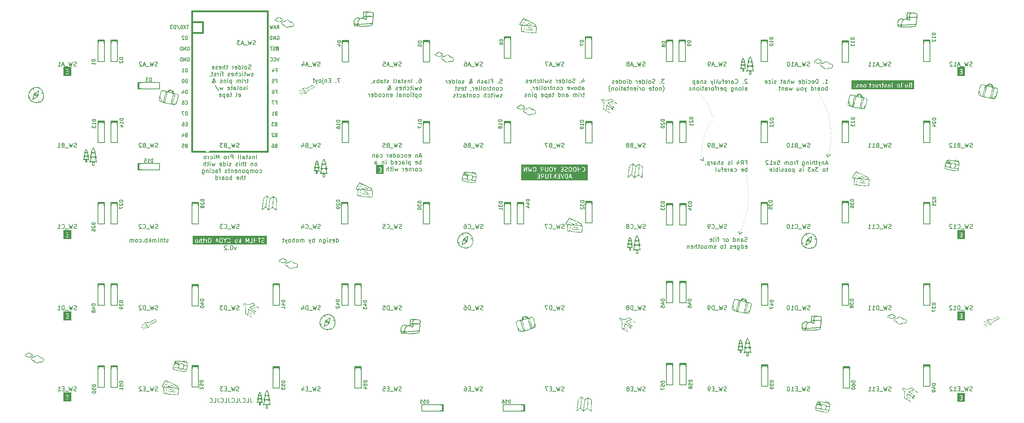
<source format=gbo>
G04 #@! TF.GenerationSoftware,KiCad,Pcbnew,7.0.2-0*
G04 #@! TF.CreationDate,2024-02-01T11:31:52+01:00*
G04 #@! TF.ProjectId,CYOA_Ortho,43594f41-5f4f-4727-9468-6f2e6b696361,rev?*
G04 #@! TF.SameCoordinates,Original*
G04 #@! TF.FileFunction,Legend,Bot*
G04 #@! TF.FilePolarity,Positive*
%FSLAX46Y46*%
G04 Gerber Fmt 4.6, Leading zero omitted, Abs format (unit mm)*
G04 Created by KiCad (PCBNEW 7.0.2-0) date 2024-02-01 11:31:52*
%MOMM*%
%LPD*%
G01*
G04 APERTURE LIST*
G04 Aperture macros list*
%AMHorizOval*
0 Thick line with rounded ends*
0 $1 width*
0 $2 $3 position (X,Y) of the first rounded end (center of the circle)*
0 $4 $5 position (X,Y) of the second rounded end (center of the circle)*
0 Add line between two ends*
20,1,$1,$2,$3,$4,$5,0*
0 Add two circle primitives to create the rounded ends*
1,1,$1,$2,$3*
1,1,$1,$4,$5*%
G04 Aperture macros list end*
%ADD10C,0.150000*%
%ADD11C,0.381000*%
%ADD12R,1.752600X1.752600*%
%ADD13C,1.752600*%
%ADD14R,1.200000X1.600000*%
%ADD15R,1.600000X1.600000*%
%ADD16C,1.600000*%
%ADD17C,1.700000*%
%ADD18C,1.200000*%
%ADD19C,1.750000*%
%ADD20C,3.987800*%
%ADD21HorizOval,2.250000X0.019771X0.290016X-0.019771X-0.290016X0*%
%ADD22C,2.250000*%
%ADD23C,2.000000*%
%ADD24HorizOval,2.250000X0.654995X0.730004X-0.654995X-0.730004X0*%
%ADD25O,2.000000X3.200000*%
%ADD26R,2.000000X2.000000*%
%ADD27C,2.200000*%
%ADD28R,1.600000X1.200000*%
%ADD29C,3.048000*%
G04 APERTURE END LIST*
D10*
X221899999Y-55300000D02*
X221899999Y-55300000D01*
X222230550Y-55800699D02*
X222230550Y-55800699D01*
X222543577Y-56312537D02*
X222543577Y-56312537D01*
X222838705Y-56834901D02*
X222838705Y-56834901D01*
X223115580Y-57367164D02*
X223115580Y-57367164D01*
X223373872Y-57908689D02*
X223373872Y-57908689D01*
X223613270Y-58458828D02*
X223613270Y-58458828D01*
X223833488Y-59016921D02*
X223833488Y-59016921D01*
X224034262Y-59582301D02*
X224034262Y-59582301D01*
X224215352Y-60154289D02*
X224215352Y-60154289D01*
X224376541Y-60732201D02*
X224376541Y-60732201D01*
X224517635Y-61315344D02*
X224517635Y-61315344D01*
X224638466Y-61903021D02*
X224638466Y-61903021D01*
X224738888Y-62494527D02*
X224738888Y-62494527D01*
X224818783Y-63089154D02*
X224818783Y-63089154D01*
X224878053Y-63686189D02*
X224878053Y-63686189D01*
X224916628Y-64284918D02*
X224916628Y-64284918D01*
X224934463Y-64884623D02*
X224934463Y-64884623D01*
X224931534Y-65484586D02*
X224931534Y-65484586D01*
X224907846Y-66084088D02*
X224907846Y-66084088D01*
X224863428Y-66682412D02*
X224863428Y-66682412D01*
X224798332Y-67278840D02*
X224798332Y-67278840D01*
X224712637Y-67872658D02*
X224712637Y-67872658D01*
X224606445Y-68463156D02*
X224606445Y-68463156D01*
X224479883Y-69049625D02*
X224479883Y-69049625D01*
X224333103Y-69631363D02*
X224333103Y-69631363D01*
X224166280Y-70207674D02*
X224166280Y-70207674D01*
X203412508Y-88569819D02*
X204087491Y-88030180D01*
X194600001Y-70899999D02*
X194600001Y-70899999D01*
X194543626Y-70302709D02*
X194543626Y-70302709D01*
X194515326Y-69703432D02*
X194515326Y-69703432D01*
X194515163Y-69103487D02*
X194515163Y-69103487D01*
X194543139Y-68504195D02*
X194543139Y-68504195D01*
X194599191Y-67906874D02*
X194599191Y-67906874D01*
X194683197Y-67312839D02*
X194683197Y-67312839D01*
X194794970Y-66723398D02*
X194794970Y-66723398D01*
X194934266Y-66139848D02*
X194934266Y-66139848D01*
X195100777Y-65563473D02*
X195100777Y-65563473D01*
X195294138Y-64995542D02*
X195294138Y-64995542D01*
X195513922Y-64437305D02*
X195513922Y-64437305D01*
X195759646Y-63889990D02*
X195759646Y-63889990D01*
X196030770Y-63354802D02*
X196030770Y-63354802D01*
X196326695Y-62832919D02*
X196326695Y-62832919D01*
X196646772Y-62325489D02*
X196646772Y-62325489D01*
X196990295Y-61833630D02*
X196990295Y-61833630D01*
X224125017Y-70339639D02*
X223900000Y-69600000D01*
X205099999Y-74600000D02*
X205099999Y-74600000D01*
X205205806Y-75190579D02*
X205205806Y-75190579D01*
X205295976Y-75783747D02*
X205295976Y-75783747D01*
X205370445Y-76379090D02*
X205370445Y-76379090D01*
X205429161Y-76976193D02*
X205429161Y-76976193D01*
X205472084Y-77574638D02*
X205472084Y-77574638D01*
X205499183Y-78174008D02*
X205499183Y-78174008D01*
X205510439Y-78773885D02*
X205510439Y-78773885D01*
X205505846Y-79373850D02*
X205505846Y-79373850D01*
X205485405Y-79973484D02*
X205485405Y-79973484D01*
X205449131Y-80572369D02*
X205449131Y-80572369D01*
X205397050Y-81170087D02*
X205397050Y-81170087D01*
X205329197Y-81766221D02*
X205329197Y-81766221D01*
X205245621Y-82360354D02*
X205245621Y-82360354D01*
X205146379Y-82952072D02*
X205146379Y-82952072D01*
X205031541Y-83540962D02*
X205031541Y-83540962D01*
X204901187Y-84126612D02*
X204901187Y-84126612D01*
X204755408Y-84708615D02*
X204755408Y-84708615D01*
X204594305Y-85286564D02*
X204594305Y-85286564D01*
X204417992Y-85860056D02*
X204417992Y-85860056D01*
X204226591Y-86428690D02*
X204226591Y-86428690D01*
X204020235Y-86992069D02*
X204020235Y-86992069D01*
X203799069Y-87549801D02*
X203799069Y-87549801D01*
X203563247Y-88101496D02*
X203563247Y-88101496D01*
X203412508Y-88569819D02*
X203187491Y-87830180D01*
X194841057Y-71281946D02*
X194158942Y-70918054D01*
X194841057Y-71281946D02*
X194936759Y-70423079D01*
X224125017Y-70339639D02*
X224800000Y-69800000D01*
X194057528Y-55300853D02*
X194057528Y-55300853D01*
X194432089Y-55769539D02*
X194432089Y-55769539D01*
X194789964Y-56251088D02*
X194789964Y-56251088D01*
X195130710Y-56744904D02*
X195130710Y-56744904D01*
X195453908Y-57250380D02*
X195453908Y-57250380D01*
X195759160Y-57766892D02*
X195759160Y-57766892D01*
X196046088Y-58293803D02*
X196046088Y-58293803D01*
X196314340Y-58830463D02*
X196314340Y-58830463D01*
X196563583Y-59376211D02*
X196563583Y-59376211D01*
X196793512Y-59930373D02*
X196793512Y-59930373D01*
X197003842Y-60492267D02*
X197003842Y-60492267D01*
X197194314Y-61061199D02*
X197194314Y-61061199D01*
G36*
X46307738Y-108767857D02*
G01*
X44492262Y-108767857D01*
X44492262Y-108288743D01*
X45060725Y-108288743D01*
X45079021Y-108328807D01*
X45116073Y-108352619D01*
X45608925Y-108352619D01*
X45625409Y-108354989D01*
X45640561Y-108348069D01*
X45656545Y-108343376D01*
X45660281Y-108339063D01*
X45665473Y-108336693D01*
X45674480Y-108322676D01*
X45685387Y-108310090D01*
X45686198Y-108304443D01*
X45689285Y-108299641D01*
X45689285Y-108282978D01*
X45691655Y-108266495D01*
X45689285Y-108261305D01*
X45689285Y-107759168D01*
X45691655Y-107742685D01*
X45689285Y-107737495D01*
X45689285Y-107282978D01*
X45691655Y-107266495D01*
X45684735Y-107251342D01*
X45680042Y-107235359D01*
X45675729Y-107231622D01*
X45673359Y-107226431D01*
X45659342Y-107217423D01*
X45646756Y-107206517D01*
X45641109Y-107205705D01*
X45636307Y-107202619D01*
X45619645Y-107202619D01*
X45603161Y-107200249D01*
X45597971Y-107202619D01*
X45127313Y-107202619D01*
X45095835Y-107211862D01*
X45066993Y-107245148D01*
X45060725Y-107288743D01*
X45079021Y-107328807D01*
X45116073Y-107352619D01*
X45539285Y-107352619D01*
X45539285Y-107678809D01*
X45270170Y-107678809D01*
X45238692Y-107688052D01*
X45209850Y-107721338D01*
X45203582Y-107764933D01*
X45221878Y-107804997D01*
X45258930Y-107828809D01*
X45539285Y-107828809D01*
X45539285Y-108202619D01*
X45127313Y-108202619D01*
X45095835Y-108211862D01*
X45066993Y-108245148D01*
X45060725Y-108288743D01*
X44492262Y-108288743D01*
X44492262Y-106657143D01*
X46307738Y-106657143D01*
X46307738Y-108767857D01*
G37*
X205209523Y-52152857D02*
X205161904Y-52105238D01*
X205161904Y-52105238D02*
X205066666Y-52057619D01*
X205066666Y-52057619D02*
X204828571Y-52057619D01*
X204828571Y-52057619D02*
X204733333Y-52105238D01*
X204733333Y-52105238D02*
X204685714Y-52152857D01*
X204685714Y-52152857D02*
X204638095Y-52248095D01*
X204638095Y-52248095D02*
X204638095Y-52343333D01*
X204638095Y-52343333D02*
X204685714Y-52486190D01*
X204685714Y-52486190D02*
X205257142Y-53057619D01*
X205257142Y-53057619D02*
X204638095Y-53057619D01*
X204209523Y-52962380D02*
X204161904Y-53010000D01*
X204161904Y-53010000D02*
X204209523Y-53057619D01*
X204209523Y-53057619D02*
X204257142Y-53010000D01*
X204257142Y-53010000D02*
X204209523Y-52962380D01*
X204209523Y-52962380D02*
X204209523Y-53057619D01*
X202400000Y-52962380D02*
X202447619Y-53010000D01*
X202447619Y-53010000D02*
X202590476Y-53057619D01*
X202590476Y-53057619D02*
X202685714Y-53057619D01*
X202685714Y-53057619D02*
X202828571Y-53010000D01*
X202828571Y-53010000D02*
X202923809Y-52914761D01*
X202923809Y-52914761D02*
X202971428Y-52819523D01*
X202971428Y-52819523D02*
X203019047Y-52629047D01*
X203019047Y-52629047D02*
X203019047Y-52486190D01*
X203019047Y-52486190D02*
X202971428Y-52295714D01*
X202971428Y-52295714D02*
X202923809Y-52200476D01*
X202923809Y-52200476D02*
X202828571Y-52105238D01*
X202828571Y-52105238D02*
X202685714Y-52057619D01*
X202685714Y-52057619D02*
X202590476Y-52057619D01*
X202590476Y-52057619D02*
X202447619Y-52105238D01*
X202447619Y-52105238D02*
X202400000Y-52152857D01*
X201542857Y-53057619D02*
X201542857Y-52533809D01*
X201542857Y-52533809D02*
X201590476Y-52438571D01*
X201590476Y-52438571D02*
X201685714Y-52390952D01*
X201685714Y-52390952D02*
X201876190Y-52390952D01*
X201876190Y-52390952D02*
X201971428Y-52438571D01*
X201542857Y-53010000D02*
X201638095Y-53057619D01*
X201638095Y-53057619D02*
X201876190Y-53057619D01*
X201876190Y-53057619D02*
X201971428Y-53010000D01*
X201971428Y-53010000D02*
X202019047Y-52914761D01*
X202019047Y-52914761D02*
X202019047Y-52819523D01*
X202019047Y-52819523D02*
X201971428Y-52724285D01*
X201971428Y-52724285D02*
X201876190Y-52676666D01*
X201876190Y-52676666D02*
X201638095Y-52676666D01*
X201638095Y-52676666D02*
X201542857Y-52629047D01*
X201066666Y-53057619D02*
X201066666Y-52390952D01*
X201066666Y-52581428D02*
X201019047Y-52486190D01*
X201019047Y-52486190D02*
X200971428Y-52438571D01*
X200971428Y-52438571D02*
X200876190Y-52390952D01*
X200876190Y-52390952D02*
X200780952Y-52390952D01*
X200066666Y-53010000D02*
X200161904Y-53057619D01*
X200161904Y-53057619D02*
X200352380Y-53057619D01*
X200352380Y-53057619D02*
X200447618Y-53010000D01*
X200447618Y-53010000D02*
X200495237Y-52914761D01*
X200495237Y-52914761D02*
X200495237Y-52533809D01*
X200495237Y-52533809D02*
X200447618Y-52438571D01*
X200447618Y-52438571D02*
X200352380Y-52390952D01*
X200352380Y-52390952D02*
X200161904Y-52390952D01*
X200161904Y-52390952D02*
X200066666Y-52438571D01*
X200066666Y-52438571D02*
X200019047Y-52533809D01*
X200019047Y-52533809D02*
X200019047Y-52629047D01*
X200019047Y-52629047D02*
X200495237Y-52724285D01*
X199733332Y-52390952D02*
X199352380Y-52390952D01*
X199590475Y-53057619D02*
X199590475Y-52200476D01*
X199590475Y-52200476D02*
X199542856Y-52105238D01*
X199542856Y-52105238D02*
X199447618Y-52057619D01*
X199447618Y-52057619D02*
X199352380Y-52057619D01*
X198590475Y-52390952D02*
X198590475Y-53057619D01*
X199019046Y-52390952D02*
X199019046Y-52914761D01*
X199019046Y-52914761D02*
X198971427Y-53010000D01*
X198971427Y-53010000D02*
X198876189Y-53057619D01*
X198876189Y-53057619D02*
X198733332Y-53057619D01*
X198733332Y-53057619D02*
X198638094Y-53010000D01*
X198638094Y-53010000D02*
X198590475Y-52962380D01*
X197971427Y-53057619D02*
X198066665Y-53010000D01*
X198066665Y-53010000D02*
X198114284Y-52914761D01*
X198114284Y-52914761D02*
X198114284Y-52057619D01*
X197447617Y-53057619D02*
X197542855Y-53010000D01*
X197542855Y-53010000D02*
X197590474Y-52914761D01*
X197590474Y-52914761D02*
X197590474Y-52057619D01*
X197161902Y-52390952D02*
X196923807Y-53057619D01*
X196685712Y-52390952D02*
X196923807Y-53057619D01*
X196923807Y-53057619D02*
X197019045Y-53295714D01*
X197019045Y-53295714D02*
X197066664Y-53343333D01*
X197066664Y-53343333D02*
X197161902Y-53390952D01*
X195590473Y-53010000D02*
X195495235Y-53057619D01*
X195495235Y-53057619D02*
X195304759Y-53057619D01*
X195304759Y-53057619D02*
X195209521Y-53010000D01*
X195209521Y-53010000D02*
X195161902Y-52914761D01*
X195161902Y-52914761D02*
X195161902Y-52867142D01*
X195161902Y-52867142D02*
X195209521Y-52771904D01*
X195209521Y-52771904D02*
X195304759Y-52724285D01*
X195304759Y-52724285D02*
X195447616Y-52724285D01*
X195447616Y-52724285D02*
X195542854Y-52676666D01*
X195542854Y-52676666D02*
X195590473Y-52581428D01*
X195590473Y-52581428D02*
X195590473Y-52533809D01*
X195590473Y-52533809D02*
X195542854Y-52438571D01*
X195542854Y-52438571D02*
X195447616Y-52390952D01*
X195447616Y-52390952D02*
X195304759Y-52390952D01*
X195304759Y-52390952D02*
X195209521Y-52438571D01*
X194733330Y-52390952D02*
X194733330Y-53057619D01*
X194733330Y-52486190D02*
X194685711Y-52438571D01*
X194685711Y-52438571D02*
X194590473Y-52390952D01*
X194590473Y-52390952D02*
X194447616Y-52390952D01*
X194447616Y-52390952D02*
X194352378Y-52438571D01*
X194352378Y-52438571D02*
X194304759Y-52533809D01*
X194304759Y-52533809D02*
X194304759Y-53057619D01*
X193399997Y-53057619D02*
X193399997Y-52533809D01*
X193399997Y-52533809D02*
X193447616Y-52438571D01*
X193447616Y-52438571D02*
X193542854Y-52390952D01*
X193542854Y-52390952D02*
X193733330Y-52390952D01*
X193733330Y-52390952D02*
X193828568Y-52438571D01*
X193399997Y-53010000D02*
X193495235Y-53057619D01*
X193495235Y-53057619D02*
X193733330Y-53057619D01*
X193733330Y-53057619D02*
X193828568Y-53010000D01*
X193828568Y-53010000D02*
X193876187Y-52914761D01*
X193876187Y-52914761D02*
X193876187Y-52819523D01*
X193876187Y-52819523D02*
X193828568Y-52724285D01*
X193828568Y-52724285D02*
X193733330Y-52676666D01*
X193733330Y-52676666D02*
X193495235Y-52676666D01*
X193495235Y-52676666D02*
X193399997Y-52629047D01*
X192923806Y-52390952D02*
X192923806Y-53390952D01*
X192923806Y-52438571D02*
X192828568Y-52390952D01*
X192828568Y-52390952D02*
X192638092Y-52390952D01*
X192638092Y-52390952D02*
X192542854Y-52438571D01*
X192542854Y-52438571D02*
X192495235Y-52486190D01*
X192495235Y-52486190D02*
X192447616Y-52581428D01*
X192447616Y-52581428D02*
X192447616Y-52867142D01*
X192447616Y-52867142D02*
X192495235Y-52962380D01*
X192495235Y-52962380D02*
X192542854Y-53010000D01*
X192542854Y-53010000D02*
X192638092Y-53057619D01*
X192638092Y-53057619D02*
X192828568Y-53057619D01*
X192828568Y-53057619D02*
X192923806Y-53010000D01*
X204733333Y-54677619D02*
X204733333Y-54153809D01*
X204733333Y-54153809D02*
X204780952Y-54058571D01*
X204780952Y-54058571D02*
X204876190Y-54010952D01*
X204876190Y-54010952D02*
X205066666Y-54010952D01*
X205066666Y-54010952D02*
X205161904Y-54058571D01*
X204733333Y-54630000D02*
X204828571Y-54677619D01*
X204828571Y-54677619D02*
X205066666Y-54677619D01*
X205066666Y-54677619D02*
X205161904Y-54630000D01*
X205161904Y-54630000D02*
X205209523Y-54534761D01*
X205209523Y-54534761D02*
X205209523Y-54439523D01*
X205209523Y-54439523D02*
X205161904Y-54344285D01*
X205161904Y-54344285D02*
X205066666Y-54296666D01*
X205066666Y-54296666D02*
X204828571Y-54296666D01*
X204828571Y-54296666D02*
X204733333Y-54249047D01*
X204114285Y-54677619D02*
X204209523Y-54630000D01*
X204209523Y-54630000D02*
X204257142Y-54534761D01*
X204257142Y-54534761D02*
X204257142Y-53677619D01*
X203590475Y-54677619D02*
X203685713Y-54630000D01*
X203685713Y-54630000D02*
X203733332Y-54582380D01*
X203733332Y-54582380D02*
X203780951Y-54487142D01*
X203780951Y-54487142D02*
X203780951Y-54201428D01*
X203780951Y-54201428D02*
X203733332Y-54106190D01*
X203733332Y-54106190D02*
X203685713Y-54058571D01*
X203685713Y-54058571D02*
X203590475Y-54010952D01*
X203590475Y-54010952D02*
X203447618Y-54010952D01*
X203447618Y-54010952D02*
X203352380Y-54058571D01*
X203352380Y-54058571D02*
X203304761Y-54106190D01*
X203304761Y-54106190D02*
X203257142Y-54201428D01*
X203257142Y-54201428D02*
X203257142Y-54487142D01*
X203257142Y-54487142D02*
X203304761Y-54582380D01*
X203304761Y-54582380D02*
X203352380Y-54630000D01*
X203352380Y-54630000D02*
X203447618Y-54677619D01*
X203447618Y-54677619D02*
X203590475Y-54677619D01*
X202828570Y-54010952D02*
X202828570Y-54677619D01*
X202828570Y-54106190D02*
X202780951Y-54058571D01*
X202780951Y-54058571D02*
X202685713Y-54010952D01*
X202685713Y-54010952D02*
X202542856Y-54010952D01*
X202542856Y-54010952D02*
X202447618Y-54058571D01*
X202447618Y-54058571D02*
X202399999Y-54153809D01*
X202399999Y-54153809D02*
X202399999Y-54677619D01*
X201495237Y-54010952D02*
X201495237Y-54820476D01*
X201495237Y-54820476D02*
X201542856Y-54915714D01*
X201542856Y-54915714D02*
X201590475Y-54963333D01*
X201590475Y-54963333D02*
X201685713Y-55010952D01*
X201685713Y-55010952D02*
X201828570Y-55010952D01*
X201828570Y-55010952D02*
X201923808Y-54963333D01*
X201495237Y-54630000D02*
X201590475Y-54677619D01*
X201590475Y-54677619D02*
X201780951Y-54677619D01*
X201780951Y-54677619D02*
X201876189Y-54630000D01*
X201876189Y-54630000D02*
X201923808Y-54582380D01*
X201923808Y-54582380D02*
X201971427Y-54487142D01*
X201971427Y-54487142D02*
X201971427Y-54201428D01*
X201971427Y-54201428D02*
X201923808Y-54106190D01*
X201923808Y-54106190D02*
X201876189Y-54058571D01*
X201876189Y-54058571D02*
X201780951Y-54010952D01*
X201780951Y-54010952D02*
X201590475Y-54010952D01*
X201590475Y-54010952D02*
X201495237Y-54058571D01*
X200257141Y-54010952D02*
X200257141Y-55010952D01*
X200257141Y-54058571D02*
X200161903Y-54010952D01*
X200161903Y-54010952D02*
X199971427Y-54010952D01*
X199971427Y-54010952D02*
X199876189Y-54058571D01*
X199876189Y-54058571D02*
X199828570Y-54106190D01*
X199828570Y-54106190D02*
X199780951Y-54201428D01*
X199780951Y-54201428D02*
X199780951Y-54487142D01*
X199780951Y-54487142D02*
X199828570Y-54582380D01*
X199828570Y-54582380D02*
X199876189Y-54630000D01*
X199876189Y-54630000D02*
X199971427Y-54677619D01*
X199971427Y-54677619D02*
X200161903Y-54677619D01*
X200161903Y-54677619D02*
X200257141Y-54630000D01*
X198971427Y-54630000D02*
X199066665Y-54677619D01*
X199066665Y-54677619D02*
X199257141Y-54677619D01*
X199257141Y-54677619D02*
X199352379Y-54630000D01*
X199352379Y-54630000D02*
X199399998Y-54534761D01*
X199399998Y-54534761D02*
X199399998Y-54153809D01*
X199399998Y-54153809D02*
X199352379Y-54058571D01*
X199352379Y-54058571D02*
X199257141Y-54010952D01*
X199257141Y-54010952D02*
X199066665Y-54010952D01*
X199066665Y-54010952D02*
X198971427Y-54058571D01*
X198971427Y-54058571D02*
X198923808Y-54153809D01*
X198923808Y-54153809D02*
X198923808Y-54249047D01*
X198923808Y-54249047D02*
X199399998Y-54344285D01*
X198495236Y-54677619D02*
X198495236Y-54010952D01*
X198495236Y-54201428D02*
X198447617Y-54106190D01*
X198447617Y-54106190D02*
X198399998Y-54058571D01*
X198399998Y-54058571D02*
X198304760Y-54010952D01*
X198304760Y-54010952D02*
X198209522Y-54010952D01*
X198019045Y-54010952D02*
X197638093Y-54010952D01*
X197876188Y-54677619D02*
X197876188Y-53820476D01*
X197876188Y-53820476D02*
X197828569Y-53725238D01*
X197828569Y-53725238D02*
X197733331Y-53677619D01*
X197733331Y-53677619D02*
X197638093Y-53677619D01*
X197161902Y-54677619D02*
X197257140Y-54630000D01*
X197257140Y-54630000D02*
X197304759Y-54582380D01*
X197304759Y-54582380D02*
X197352378Y-54487142D01*
X197352378Y-54487142D02*
X197352378Y-54201428D01*
X197352378Y-54201428D02*
X197304759Y-54106190D01*
X197304759Y-54106190D02*
X197257140Y-54058571D01*
X197257140Y-54058571D02*
X197161902Y-54010952D01*
X197161902Y-54010952D02*
X197019045Y-54010952D01*
X197019045Y-54010952D02*
X196923807Y-54058571D01*
X196923807Y-54058571D02*
X196876188Y-54106190D01*
X196876188Y-54106190D02*
X196828569Y-54201428D01*
X196828569Y-54201428D02*
X196828569Y-54487142D01*
X196828569Y-54487142D02*
X196876188Y-54582380D01*
X196876188Y-54582380D02*
X196923807Y-54630000D01*
X196923807Y-54630000D02*
X197019045Y-54677619D01*
X197019045Y-54677619D02*
X197161902Y-54677619D01*
X196399997Y-54677619D02*
X196399997Y-54010952D01*
X196399997Y-54201428D02*
X196352378Y-54106190D01*
X196352378Y-54106190D02*
X196304759Y-54058571D01*
X196304759Y-54058571D02*
X196209521Y-54010952D01*
X196209521Y-54010952D02*
X196114283Y-54010952D01*
X195352378Y-54677619D02*
X195352378Y-54153809D01*
X195352378Y-54153809D02*
X195399997Y-54058571D01*
X195399997Y-54058571D02*
X195495235Y-54010952D01*
X195495235Y-54010952D02*
X195685711Y-54010952D01*
X195685711Y-54010952D02*
X195780949Y-54058571D01*
X195352378Y-54630000D02*
X195447616Y-54677619D01*
X195447616Y-54677619D02*
X195685711Y-54677619D01*
X195685711Y-54677619D02*
X195780949Y-54630000D01*
X195780949Y-54630000D02*
X195828568Y-54534761D01*
X195828568Y-54534761D02*
X195828568Y-54439523D01*
X195828568Y-54439523D02*
X195780949Y-54344285D01*
X195780949Y-54344285D02*
X195685711Y-54296666D01*
X195685711Y-54296666D02*
X195447616Y-54296666D01*
X195447616Y-54296666D02*
X195352378Y-54249047D01*
X195019044Y-54010952D02*
X194638092Y-54010952D01*
X194876187Y-53677619D02*
X194876187Y-54534761D01*
X194876187Y-54534761D02*
X194828568Y-54630000D01*
X194828568Y-54630000D02*
X194733330Y-54677619D01*
X194733330Y-54677619D02*
X194638092Y-54677619D01*
X194304758Y-54677619D02*
X194304758Y-54010952D01*
X194304758Y-53677619D02*
X194352377Y-53725238D01*
X194352377Y-53725238D02*
X194304758Y-53772857D01*
X194304758Y-53772857D02*
X194257139Y-53725238D01*
X194257139Y-53725238D02*
X194304758Y-53677619D01*
X194304758Y-53677619D02*
X194304758Y-53772857D01*
X193685711Y-54677619D02*
X193780949Y-54630000D01*
X193780949Y-54630000D02*
X193828568Y-54582380D01*
X193828568Y-54582380D02*
X193876187Y-54487142D01*
X193876187Y-54487142D02*
X193876187Y-54201428D01*
X193876187Y-54201428D02*
X193828568Y-54106190D01*
X193828568Y-54106190D02*
X193780949Y-54058571D01*
X193780949Y-54058571D02*
X193685711Y-54010952D01*
X193685711Y-54010952D02*
X193542854Y-54010952D01*
X193542854Y-54010952D02*
X193447616Y-54058571D01*
X193447616Y-54058571D02*
X193399997Y-54106190D01*
X193399997Y-54106190D02*
X193352378Y-54201428D01*
X193352378Y-54201428D02*
X193352378Y-54487142D01*
X193352378Y-54487142D02*
X193399997Y-54582380D01*
X193399997Y-54582380D02*
X193447616Y-54630000D01*
X193447616Y-54630000D02*
X193542854Y-54677619D01*
X193542854Y-54677619D02*
X193685711Y-54677619D01*
X192923806Y-54010952D02*
X192923806Y-54677619D01*
X192923806Y-54106190D02*
X192876187Y-54058571D01*
X192876187Y-54058571D02*
X192780949Y-54010952D01*
X192780949Y-54010952D02*
X192638092Y-54010952D01*
X192638092Y-54010952D02*
X192542854Y-54058571D01*
X192542854Y-54058571D02*
X192495235Y-54153809D01*
X192495235Y-54153809D02*
X192495235Y-54677619D01*
X192066663Y-54630000D02*
X191971425Y-54677619D01*
X191971425Y-54677619D02*
X191780949Y-54677619D01*
X191780949Y-54677619D02*
X191685711Y-54630000D01*
X191685711Y-54630000D02*
X191638092Y-54534761D01*
X191638092Y-54534761D02*
X191638092Y-54487142D01*
X191638092Y-54487142D02*
X191685711Y-54391904D01*
X191685711Y-54391904D02*
X191780949Y-54344285D01*
X191780949Y-54344285D02*
X191923806Y-54344285D01*
X191923806Y-54344285D02*
X192019044Y-54296666D01*
X192019044Y-54296666D02*
X192066663Y-54201428D01*
X192066663Y-54201428D02*
X192066663Y-54153809D01*
X192066663Y-54153809D02*
X192019044Y-54058571D01*
X192019044Y-54058571D02*
X191923806Y-54010952D01*
X191923806Y-54010952D02*
X191780949Y-54010952D01*
X191780949Y-54010952D02*
X191685711Y-54058571D01*
G36*
X119767857Y-74367857D02*
G01*
X117952381Y-74367857D01*
X117952381Y-73888743D01*
X118608344Y-73888743D01*
X118626640Y-73928807D01*
X118663692Y-73952619D01*
X119156544Y-73952619D01*
X119173028Y-73954989D01*
X119188180Y-73948069D01*
X119204164Y-73943376D01*
X119207900Y-73939063D01*
X119213092Y-73936693D01*
X119222099Y-73922676D01*
X119233006Y-73910090D01*
X119233817Y-73904443D01*
X119236904Y-73899641D01*
X119236904Y-73882978D01*
X119239274Y-73866495D01*
X119236904Y-73861305D01*
X119236904Y-73359168D01*
X119239274Y-73342685D01*
X119236904Y-73337495D01*
X119236904Y-72882978D01*
X119239274Y-72866495D01*
X119232354Y-72851342D01*
X119227661Y-72835359D01*
X119223348Y-72831622D01*
X119220978Y-72826431D01*
X119206961Y-72817423D01*
X119194375Y-72806517D01*
X119188728Y-72805705D01*
X119183926Y-72802619D01*
X119167264Y-72802619D01*
X119150780Y-72800249D01*
X119145590Y-72802619D01*
X118674932Y-72802619D01*
X118643454Y-72811862D01*
X118614612Y-72845148D01*
X118608344Y-72888743D01*
X118626640Y-72928807D01*
X118663692Y-72952619D01*
X119086904Y-72952619D01*
X119086904Y-73278809D01*
X118817789Y-73278809D01*
X118786311Y-73288052D01*
X118757469Y-73321338D01*
X118751201Y-73364933D01*
X118769497Y-73404997D01*
X118806549Y-73428809D01*
X119086904Y-73428809D01*
X119086904Y-73802619D01*
X118674932Y-73802619D01*
X118643454Y-73811862D01*
X118614612Y-73845148D01*
X118608344Y-73888743D01*
X117952381Y-73888743D01*
X117952381Y-72257143D01*
X119767857Y-72257143D01*
X119767857Y-74367857D01*
G37*
X205209523Y-90210000D02*
X205066666Y-90257619D01*
X205066666Y-90257619D02*
X204828571Y-90257619D01*
X204828571Y-90257619D02*
X204733333Y-90210000D01*
X204733333Y-90210000D02*
X204685714Y-90162380D01*
X204685714Y-90162380D02*
X204638095Y-90067142D01*
X204638095Y-90067142D02*
X204638095Y-89971904D01*
X204638095Y-89971904D02*
X204685714Y-89876666D01*
X204685714Y-89876666D02*
X204733333Y-89829047D01*
X204733333Y-89829047D02*
X204828571Y-89781428D01*
X204828571Y-89781428D02*
X205019047Y-89733809D01*
X205019047Y-89733809D02*
X205114285Y-89686190D01*
X205114285Y-89686190D02*
X205161904Y-89638571D01*
X205161904Y-89638571D02*
X205209523Y-89543333D01*
X205209523Y-89543333D02*
X205209523Y-89448095D01*
X205209523Y-89448095D02*
X205161904Y-89352857D01*
X205161904Y-89352857D02*
X205114285Y-89305238D01*
X205114285Y-89305238D02*
X205019047Y-89257619D01*
X205019047Y-89257619D02*
X204780952Y-89257619D01*
X204780952Y-89257619D02*
X204638095Y-89305238D01*
X203780952Y-90257619D02*
X203780952Y-89733809D01*
X203780952Y-89733809D02*
X203828571Y-89638571D01*
X203828571Y-89638571D02*
X203923809Y-89590952D01*
X203923809Y-89590952D02*
X204114285Y-89590952D01*
X204114285Y-89590952D02*
X204209523Y-89638571D01*
X203780952Y-90210000D02*
X203876190Y-90257619D01*
X203876190Y-90257619D02*
X204114285Y-90257619D01*
X204114285Y-90257619D02*
X204209523Y-90210000D01*
X204209523Y-90210000D02*
X204257142Y-90114761D01*
X204257142Y-90114761D02*
X204257142Y-90019523D01*
X204257142Y-90019523D02*
X204209523Y-89924285D01*
X204209523Y-89924285D02*
X204114285Y-89876666D01*
X204114285Y-89876666D02*
X203876190Y-89876666D01*
X203876190Y-89876666D02*
X203780952Y-89829047D01*
X203304761Y-89590952D02*
X203304761Y-90257619D01*
X203304761Y-89686190D02*
X203257142Y-89638571D01*
X203257142Y-89638571D02*
X203161904Y-89590952D01*
X203161904Y-89590952D02*
X203019047Y-89590952D01*
X203019047Y-89590952D02*
X202923809Y-89638571D01*
X202923809Y-89638571D02*
X202876190Y-89733809D01*
X202876190Y-89733809D02*
X202876190Y-90257619D01*
X201971428Y-90257619D02*
X201971428Y-89257619D01*
X201971428Y-90210000D02*
X202066666Y-90257619D01*
X202066666Y-90257619D02*
X202257142Y-90257619D01*
X202257142Y-90257619D02*
X202352380Y-90210000D01*
X202352380Y-90210000D02*
X202399999Y-90162380D01*
X202399999Y-90162380D02*
X202447618Y-90067142D01*
X202447618Y-90067142D02*
X202447618Y-89781428D01*
X202447618Y-89781428D02*
X202399999Y-89686190D01*
X202399999Y-89686190D02*
X202352380Y-89638571D01*
X202352380Y-89638571D02*
X202257142Y-89590952D01*
X202257142Y-89590952D02*
X202066666Y-89590952D01*
X202066666Y-89590952D02*
X201971428Y-89638571D01*
X200590475Y-90257619D02*
X200685713Y-90210000D01*
X200685713Y-90210000D02*
X200733332Y-90162380D01*
X200733332Y-90162380D02*
X200780951Y-90067142D01*
X200780951Y-90067142D02*
X200780951Y-89781428D01*
X200780951Y-89781428D02*
X200733332Y-89686190D01*
X200733332Y-89686190D02*
X200685713Y-89638571D01*
X200685713Y-89638571D02*
X200590475Y-89590952D01*
X200590475Y-89590952D02*
X200447618Y-89590952D01*
X200447618Y-89590952D02*
X200352380Y-89638571D01*
X200352380Y-89638571D02*
X200304761Y-89686190D01*
X200304761Y-89686190D02*
X200257142Y-89781428D01*
X200257142Y-89781428D02*
X200257142Y-90067142D01*
X200257142Y-90067142D02*
X200304761Y-90162380D01*
X200304761Y-90162380D02*
X200352380Y-90210000D01*
X200352380Y-90210000D02*
X200447618Y-90257619D01*
X200447618Y-90257619D02*
X200590475Y-90257619D01*
X199828570Y-90257619D02*
X199828570Y-89590952D01*
X199828570Y-89781428D02*
X199780951Y-89686190D01*
X199780951Y-89686190D02*
X199733332Y-89638571D01*
X199733332Y-89638571D02*
X199638094Y-89590952D01*
X199638094Y-89590952D02*
X199542856Y-89590952D01*
X198590474Y-89590952D02*
X198209522Y-89590952D01*
X198447617Y-90257619D02*
X198447617Y-89400476D01*
X198447617Y-89400476D02*
X198399998Y-89305238D01*
X198399998Y-89305238D02*
X198304760Y-89257619D01*
X198304760Y-89257619D02*
X198209522Y-89257619D01*
X197876188Y-90257619D02*
X197876188Y-89590952D01*
X197876188Y-89257619D02*
X197923807Y-89305238D01*
X197923807Y-89305238D02*
X197876188Y-89352857D01*
X197876188Y-89352857D02*
X197828569Y-89305238D01*
X197828569Y-89305238D02*
X197876188Y-89257619D01*
X197876188Y-89257619D02*
X197876188Y-89352857D01*
X197257141Y-90257619D02*
X197352379Y-90210000D01*
X197352379Y-90210000D02*
X197399998Y-90114761D01*
X197399998Y-90114761D02*
X197399998Y-89257619D01*
X196495236Y-90210000D02*
X196590474Y-90257619D01*
X196590474Y-90257619D02*
X196780950Y-90257619D01*
X196780950Y-90257619D02*
X196876188Y-90210000D01*
X196876188Y-90210000D02*
X196923807Y-90114761D01*
X196923807Y-90114761D02*
X196923807Y-89733809D01*
X196923807Y-89733809D02*
X196876188Y-89638571D01*
X196876188Y-89638571D02*
X196780950Y-89590952D01*
X196780950Y-89590952D02*
X196590474Y-89590952D01*
X196590474Y-89590952D02*
X196495236Y-89638571D01*
X196495236Y-89638571D02*
X196447617Y-89733809D01*
X196447617Y-89733809D02*
X196447617Y-89829047D01*
X196447617Y-89829047D02*
X196923807Y-89924285D01*
X204780952Y-91830000D02*
X204876190Y-91877619D01*
X204876190Y-91877619D02*
X205066666Y-91877619D01*
X205066666Y-91877619D02*
X205161904Y-91830000D01*
X205161904Y-91830000D02*
X205209523Y-91734761D01*
X205209523Y-91734761D02*
X205209523Y-91353809D01*
X205209523Y-91353809D02*
X205161904Y-91258571D01*
X205161904Y-91258571D02*
X205066666Y-91210952D01*
X205066666Y-91210952D02*
X204876190Y-91210952D01*
X204876190Y-91210952D02*
X204780952Y-91258571D01*
X204780952Y-91258571D02*
X204733333Y-91353809D01*
X204733333Y-91353809D02*
X204733333Y-91449047D01*
X204733333Y-91449047D02*
X205209523Y-91544285D01*
X203876190Y-91877619D02*
X203876190Y-90877619D01*
X203876190Y-91830000D02*
X203971428Y-91877619D01*
X203971428Y-91877619D02*
X204161904Y-91877619D01*
X204161904Y-91877619D02*
X204257142Y-91830000D01*
X204257142Y-91830000D02*
X204304761Y-91782380D01*
X204304761Y-91782380D02*
X204352380Y-91687142D01*
X204352380Y-91687142D02*
X204352380Y-91401428D01*
X204352380Y-91401428D02*
X204304761Y-91306190D01*
X204304761Y-91306190D02*
X204257142Y-91258571D01*
X204257142Y-91258571D02*
X204161904Y-91210952D01*
X204161904Y-91210952D02*
X203971428Y-91210952D01*
X203971428Y-91210952D02*
X203876190Y-91258571D01*
X202971428Y-91210952D02*
X202971428Y-92020476D01*
X202971428Y-92020476D02*
X203019047Y-92115714D01*
X203019047Y-92115714D02*
X203066666Y-92163333D01*
X203066666Y-92163333D02*
X203161904Y-92210952D01*
X203161904Y-92210952D02*
X203304761Y-92210952D01*
X203304761Y-92210952D02*
X203399999Y-92163333D01*
X202971428Y-91830000D02*
X203066666Y-91877619D01*
X203066666Y-91877619D02*
X203257142Y-91877619D01*
X203257142Y-91877619D02*
X203352380Y-91830000D01*
X203352380Y-91830000D02*
X203399999Y-91782380D01*
X203399999Y-91782380D02*
X203447618Y-91687142D01*
X203447618Y-91687142D02*
X203447618Y-91401428D01*
X203447618Y-91401428D02*
X203399999Y-91306190D01*
X203399999Y-91306190D02*
X203352380Y-91258571D01*
X203352380Y-91258571D02*
X203257142Y-91210952D01*
X203257142Y-91210952D02*
X203066666Y-91210952D01*
X203066666Y-91210952D02*
X202971428Y-91258571D01*
X202114285Y-91830000D02*
X202209523Y-91877619D01*
X202209523Y-91877619D02*
X202399999Y-91877619D01*
X202399999Y-91877619D02*
X202495237Y-91830000D01*
X202495237Y-91830000D02*
X202542856Y-91734761D01*
X202542856Y-91734761D02*
X202542856Y-91353809D01*
X202542856Y-91353809D02*
X202495237Y-91258571D01*
X202495237Y-91258571D02*
X202399999Y-91210952D01*
X202399999Y-91210952D02*
X202209523Y-91210952D01*
X202209523Y-91210952D02*
X202114285Y-91258571D01*
X202114285Y-91258571D02*
X202066666Y-91353809D01*
X202066666Y-91353809D02*
X202066666Y-91449047D01*
X202066666Y-91449047D02*
X202542856Y-91544285D01*
X201685713Y-91830000D02*
X201590475Y-91877619D01*
X201590475Y-91877619D02*
X201399999Y-91877619D01*
X201399999Y-91877619D02*
X201304761Y-91830000D01*
X201304761Y-91830000D02*
X201257142Y-91734761D01*
X201257142Y-91734761D02*
X201257142Y-91687142D01*
X201257142Y-91687142D02*
X201304761Y-91591904D01*
X201304761Y-91591904D02*
X201399999Y-91544285D01*
X201399999Y-91544285D02*
X201542856Y-91544285D01*
X201542856Y-91544285D02*
X201638094Y-91496666D01*
X201638094Y-91496666D02*
X201685713Y-91401428D01*
X201685713Y-91401428D02*
X201685713Y-91353809D01*
X201685713Y-91353809D02*
X201638094Y-91258571D01*
X201638094Y-91258571D02*
X201542856Y-91210952D01*
X201542856Y-91210952D02*
X201399999Y-91210952D01*
X201399999Y-91210952D02*
X201304761Y-91258571D01*
X200209522Y-91210952D02*
X199828570Y-91210952D01*
X200066665Y-90877619D02*
X200066665Y-91734761D01*
X200066665Y-91734761D02*
X200019046Y-91830000D01*
X200019046Y-91830000D02*
X199923808Y-91877619D01*
X199923808Y-91877619D02*
X199828570Y-91877619D01*
X199352379Y-91877619D02*
X199447617Y-91830000D01*
X199447617Y-91830000D02*
X199495236Y-91782380D01*
X199495236Y-91782380D02*
X199542855Y-91687142D01*
X199542855Y-91687142D02*
X199542855Y-91401428D01*
X199542855Y-91401428D02*
X199495236Y-91306190D01*
X199495236Y-91306190D02*
X199447617Y-91258571D01*
X199447617Y-91258571D02*
X199352379Y-91210952D01*
X199352379Y-91210952D02*
X199209522Y-91210952D01*
X199209522Y-91210952D02*
X199114284Y-91258571D01*
X199114284Y-91258571D02*
X199066665Y-91306190D01*
X199066665Y-91306190D02*
X199019046Y-91401428D01*
X199019046Y-91401428D02*
X199019046Y-91687142D01*
X199019046Y-91687142D02*
X199066665Y-91782380D01*
X199066665Y-91782380D02*
X199114284Y-91830000D01*
X199114284Y-91830000D02*
X199209522Y-91877619D01*
X199209522Y-91877619D02*
X199352379Y-91877619D01*
X197876188Y-91830000D02*
X197780950Y-91877619D01*
X197780950Y-91877619D02*
X197590474Y-91877619D01*
X197590474Y-91877619D02*
X197495236Y-91830000D01*
X197495236Y-91830000D02*
X197447617Y-91734761D01*
X197447617Y-91734761D02*
X197447617Y-91687142D01*
X197447617Y-91687142D02*
X197495236Y-91591904D01*
X197495236Y-91591904D02*
X197590474Y-91544285D01*
X197590474Y-91544285D02*
X197733331Y-91544285D01*
X197733331Y-91544285D02*
X197828569Y-91496666D01*
X197828569Y-91496666D02*
X197876188Y-91401428D01*
X197876188Y-91401428D02*
X197876188Y-91353809D01*
X197876188Y-91353809D02*
X197828569Y-91258571D01*
X197828569Y-91258571D02*
X197733331Y-91210952D01*
X197733331Y-91210952D02*
X197590474Y-91210952D01*
X197590474Y-91210952D02*
X197495236Y-91258571D01*
X197019045Y-91877619D02*
X197019045Y-91210952D01*
X197019045Y-91306190D02*
X196971426Y-91258571D01*
X196971426Y-91258571D02*
X196876188Y-91210952D01*
X196876188Y-91210952D02*
X196733331Y-91210952D01*
X196733331Y-91210952D02*
X196638093Y-91258571D01*
X196638093Y-91258571D02*
X196590474Y-91353809D01*
X196590474Y-91353809D02*
X196590474Y-91877619D01*
X196590474Y-91353809D02*
X196542855Y-91258571D01*
X196542855Y-91258571D02*
X196447617Y-91210952D01*
X196447617Y-91210952D02*
X196304760Y-91210952D01*
X196304760Y-91210952D02*
X196209521Y-91258571D01*
X196209521Y-91258571D02*
X196161902Y-91353809D01*
X196161902Y-91353809D02*
X196161902Y-91877619D01*
X195542855Y-91877619D02*
X195638093Y-91830000D01*
X195638093Y-91830000D02*
X195685712Y-91782380D01*
X195685712Y-91782380D02*
X195733331Y-91687142D01*
X195733331Y-91687142D02*
X195733331Y-91401428D01*
X195733331Y-91401428D02*
X195685712Y-91306190D01*
X195685712Y-91306190D02*
X195638093Y-91258571D01*
X195638093Y-91258571D02*
X195542855Y-91210952D01*
X195542855Y-91210952D02*
X195399998Y-91210952D01*
X195399998Y-91210952D02*
X195304760Y-91258571D01*
X195304760Y-91258571D02*
X195257141Y-91306190D01*
X195257141Y-91306190D02*
X195209522Y-91401428D01*
X195209522Y-91401428D02*
X195209522Y-91687142D01*
X195209522Y-91687142D02*
X195257141Y-91782380D01*
X195257141Y-91782380D02*
X195304760Y-91830000D01*
X195304760Y-91830000D02*
X195399998Y-91877619D01*
X195399998Y-91877619D02*
X195542855Y-91877619D01*
X194638093Y-91877619D02*
X194733331Y-91830000D01*
X194733331Y-91830000D02*
X194780950Y-91782380D01*
X194780950Y-91782380D02*
X194828569Y-91687142D01*
X194828569Y-91687142D02*
X194828569Y-91401428D01*
X194828569Y-91401428D02*
X194780950Y-91306190D01*
X194780950Y-91306190D02*
X194733331Y-91258571D01*
X194733331Y-91258571D02*
X194638093Y-91210952D01*
X194638093Y-91210952D02*
X194495236Y-91210952D01*
X194495236Y-91210952D02*
X194399998Y-91258571D01*
X194399998Y-91258571D02*
X194352379Y-91306190D01*
X194352379Y-91306190D02*
X194304760Y-91401428D01*
X194304760Y-91401428D02*
X194304760Y-91687142D01*
X194304760Y-91687142D02*
X194352379Y-91782380D01*
X194352379Y-91782380D02*
X194399998Y-91830000D01*
X194399998Y-91830000D02*
X194495236Y-91877619D01*
X194495236Y-91877619D02*
X194638093Y-91877619D01*
X194019045Y-91210952D02*
X193638093Y-91210952D01*
X193876188Y-90877619D02*
X193876188Y-91734761D01*
X193876188Y-91734761D02*
X193828569Y-91830000D01*
X193828569Y-91830000D02*
X193733331Y-91877619D01*
X193733331Y-91877619D02*
X193638093Y-91877619D01*
X193304759Y-91877619D02*
X193304759Y-90877619D01*
X192876188Y-91877619D02*
X192876188Y-91353809D01*
X192876188Y-91353809D02*
X192923807Y-91258571D01*
X192923807Y-91258571D02*
X193019045Y-91210952D01*
X193019045Y-91210952D02*
X193161902Y-91210952D01*
X193161902Y-91210952D02*
X193257140Y-91258571D01*
X193257140Y-91258571D02*
X193304759Y-91306190D01*
X192019045Y-91830000D02*
X192114283Y-91877619D01*
X192114283Y-91877619D02*
X192304759Y-91877619D01*
X192304759Y-91877619D02*
X192399997Y-91830000D01*
X192399997Y-91830000D02*
X192447616Y-91734761D01*
X192447616Y-91734761D02*
X192447616Y-91353809D01*
X192447616Y-91353809D02*
X192399997Y-91258571D01*
X192399997Y-91258571D02*
X192304759Y-91210952D01*
X192304759Y-91210952D02*
X192114283Y-91210952D01*
X192114283Y-91210952D02*
X192019045Y-91258571D01*
X192019045Y-91258571D02*
X191971426Y-91353809D01*
X191971426Y-91353809D02*
X191971426Y-91449047D01*
X191971426Y-91449047D02*
X192447616Y-91544285D01*
X191542854Y-91210952D02*
X191542854Y-91877619D01*
X191542854Y-91306190D02*
X191495235Y-91258571D01*
X191495235Y-91258571D02*
X191399997Y-91210952D01*
X191399997Y-91210952D02*
X191257140Y-91210952D01*
X191257140Y-91210952D02*
X191161902Y-91258571D01*
X191161902Y-91258571D02*
X191114283Y-91353809D01*
X191114283Y-91353809D02*
X191114283Y-91877619D01*
X204828571Y-71633809D02*
X205161904Y-71633809D01*
X205161904Y-72157619D02*
X205161904Y-71157619D01*
X205161904Y-71157619D02*
X204685714Y-71157619D01*
X203733333Y-72157619D02*
X204066666Y-71681428D01*
X204304761Y-72157619D02*
X204304761Y-71157619D01*
X204304761Y-71157619D02*
X203923809Y-71157619D01*
X203923809Y-71157619D02*
X203828571Y-71205238D01*
X203828571Y-71205238D02*
X203780952Y-71252857D01*
X203780952Y-71252857D02*
X203733333Y-71348095D01*
X203733333Y-71348095D02*
X203733333Y-71490952D01*
X203733333Y-71490952D02*
X203780952Y-71586190D01*
X203780952Y-71586190D02*
X203828571Y-71633809D01*
X203828571Y-71633809D02*
X203923809Y-71681428D01*
X203923809Y-71681428D02*
X204304761Y-71681428D01*
X202876190Y-71490952D02*
X202876190Y-72157619D01*
X203114285Y-71110000D02*
X203352380Y-71824285D01*
X203352380Y-71824285D02*
X202733333Y-71824285D01*
X201590475Y-72157619D02*
X201590475Y-71490952D01*
X201590475Y-71157619D02*
X201638094Y-71205238D01*
X201638094Y-71205238D02*
X201590475Y-71252857D01*
X201590475Y-71252857D02*
X201542856Y-71205238D01*
X201542856Y-71205238D02*
X201590475Y-71157619D01*
X201590475Y-71157619D02*
X201590475Y-71252857D01*
X201161904Y-72110000D02*
X201066666Y-72157619D01*
X201066666Y-72157619D02*
X200876190Y-72157619D01*
X200876190Y-72157619D02*
X200780952Y-72110000D01*
X200780952Y-72110000D02*
X200733333Y-72014761D01*
X200733333Y-72014761D02*
X200733333Y-71967142D01*
X200733333Y-71967142D02*
X200780952Y-71871904D01*
X200780952Y-71871904D02*
X200876190Y-71824285D01*
X200876190Y-71824285D02*
X201019047Y-71824285D01*
X201019047Y-71824285D02*
X201114285Y-71776666D01*
X201114285Y-71776666D02*
X201161904Y-71681428D01*
X201161904Y-71681428D02*
X201161904Y-71633809D01*
X201161904Y-71633809D02*
X201114285Y-71538571D01*
X201114285Y-71538571D02*
X201019047Y-71490952D01*
X201019047Y-71490952D02*
X200876190Y-71490952D01*
X200876190Y-71490952D02*
X200780952Y-71538571D01*
X199590475Y-72110000D02*
X199495237Y-72157619D01*
X199495237Y-72157619D02*
X199304761Y-72157619D01*
X199304761Y-72157619D02*
X199209523Y-72110000D01*
X199209523Y-72110000D02*
X199161904Y-72014761D01*
X199161904Y-72014761D02*
X199161904Y-71967142D01*
X199161904Y-71967142D02*
X199209523Y-71871904D01*
X199209523Y-71871904D02*
X199304761Y-71824285D01*
X199304761Y-71824285D02*
X199447618Y-71824285D01*
X199447618Y-71824285D02*
X199542856Y-71776666D01*
X199542856Y-71776666D02*
X199590475Y-71681428D01*
X199590475Y-71681428D02*
X199590475Y-71633809D01*
X199590475Y-71633809D02*
X199542856Y-71538571D01*
X199542856Y-71538571D02*
X199447618Y-71490952D01*
X199447618Y-71490952D02*
X199304761Y-71490952D01*
X199304761Y-71490952D02*
X199209523Y-71538571D01*
X198733332Y-72157619D02*
X198733332Y-71157619D01*
X198304761Y-72157619D02*
X198304761Y-71633809D01*
X198304761Y-71633809D02*
X198352380Y-71538571D01*
X198352380Y-71538571D02*
X198447618Y-71490952D01*
X198447618Y-71490952D02*
X198590475Y-71490952D01*
X198590475Y-71490952D02*
X198685713Y-71538571D01*
X198685713Y-71538571D02*
X198733332Y-71586190D01*
X197399999Y-72157619D02*
X197399999Y-71633809D01*
X197399999Y-71633809D02*
X197447618Y-71538571D01*
X197447618Y-71538571D02*
X197542856Y-71490952D01*
X197542856Y-71490952D02*
X197733332Y-71490952D01*
X197733332Y-71490952D02*
X197828570Y-71538571D01*
X197399999Y-72110000D02*
X197495237Y-72157619D01*
X197495237Y-72157619D02*
X197733332Y-72157619D01*
X197733332Y-72157619D02*
X197828570Y-72110000D01*
X197828570Y-72110000D02*
X197876189Y-72014761D01*
X197876189Y-72014761D02*
X197876189Y-71919523D01*
X197876189Y-71919523D02*
X197828570Y-71824285D01*
X197828570Y-71824285D02*
X197733332Y-71776666D01*
X197733332Y-71776666D02*
X197495237Y-71776666D01*
X197495237Y-71776666D02*
X197399999Y-71729047D01*
X196923808Y-72157619D02*
X196923808Y-71490952D01*
X196923808Y-71681428D02*
X196876189Y-71586190D01*
X196876189Y-71586190D02*
X196828570Y-71538571D01*
X196828570Y-71538571D02*
X196733332Y-71490952D01*
X196733332Y-71490952D02*
X196638094Y-71490952D01*
X196304760Y-71490952D02*
X196304760Y-72490952D01*
X196304760Y-71538571D02*
X196209522Y-71490952D01*
X196209522Y-71490952D02*
X196019046Y-71490952D01*
X196019046Y-71490952D02*
X195923808Y-71538571D01*
X195923808Y-71538571D02*
X195876189Y-71586190D01*
X195876189Y-71586190D02*
X195828570Y-71681428D01*
X195828570Y-71681428D02*
X195828570Y-71967142D01*
X195828570Y-71967142D02*
X195876189Y-72062380D01*
X195876189Y-72062380D02*
X195923808Y-72110000D01*
X195923808Y-72110000D02*
X196019046Y-72157619D01*
X196019046Y-72157619D02*
X196209522Y-72157619D01*
X196209522Y-72157619D02*
X196304760Y-72110000D01*
X195352379Y-72110000D02*
X195352379Y-72157619D01*
X195352379Y-72157619D02*
X195399998Y-72252857D01*
X195399998Y-72252857D02*
X195447617Y-72300476D01*
X205161904Y-73777619D02*
X205161904Y-72777619D01*
X205161904Y-73158571D02*
X205066666Y-73110952D01*
X205066666Y-73110952D02*
X204876190Y-73110952D01*
X204876190Y-73110952D02*
X204780952Y-73158571D01*
X204780952Y-73158571D02*
X204733333Y-73206190D01*
X204733333Y-73206190D02*
X204685714Y-73301428D01*
X204685714Y-73301428D02*
X204685714Y-73587142D01*
X204685714Y-73587142D02*
X204733333Y-73682380D01*
X204733333Y-73682380D02*
X204780952Y-73730000D01*
X204780952Y-73730000D02*
X204876190Y-73777619D01*
X204876190Y-73777619D02*
X205066666Y-73777619D01*
X205066666Y-73777619D02*
X205161904Y-73730000D01*
X203876190Y-73730000D02*
X203971428Y-73777619D01*
X203971428Y-73777619D02*
X204161904Y-73777619D01*
X204161904Y-73777619D02*
X204257142Y-73730000D01*
X204257142Y-73730000D02*
X204304761Y-73634761D01*
X204304761Y-73634761D02*
X204304761Y-73253809D01*
X204304761Y-73253809D02*
X204257142Y-73158571D01*
X204257142Y-73158571D02*
X204161904Y-73110952D01*
X204161904Y-73110952D02*
X203971428Y-73110952D01*
X203971428Y-73110952D02*
X203876190Y-73158571D01*
X203876190Y-73158571D02*
X203828571Y-73253809D01*
X203828571Y-73253809D02*
X203828571Y-73349047D01*
X203828571Y-73349047D02*
X204304761Y-73444285D01*
X202209523Y-73730000D02*
X202304761Y-73777619D01*
X202304761Y-73777619D02*
X202495237Y-73777619D01*
X202495237Y-73777619D02*
X202590475Y-73730000D01*
X202590475Y-73730000D02*
X202638094Y-73682380D01*
X202638094Y-73682380D02*
X202685713Y-73587142D01*
X202685713Y-73587142D02*
X202685713Y-73301428D01*
X202685713Y-73301428D02*
X202638094Y-73206190D01*
X202638094Y-73206190D02*
X202590475Y-73158571D01*
X202590475Y-73158571D02*
X202495237Y-73110952D01*
X202495237Y-73110952D02*
X202304761Y-73110952D01*
X202304761Y-73110952D02*
X202209523Y-73158571D01*
X201352380Y-73777619D02*
X201352380Y-73253809D01*
X201352380Y-73253809D02*
X201399999Y-73158571D01*
X201399999Y-73158571D02*
X201495237Y-73110952D01*
X201495237Y-73110952D02*
X201685713Y-73110952D01*
X201685713Y-73110952D02*
X201780951Y-73158571D01*
X201352380Y-73730000D02*
X201447618Y-73777619D01*
X201447618Y-73777619D02*
X201685713Y-73777619D01*
X201685713Y-73777619D02*
X201780951Y-73730000D01*
X201780951Y-73730000D02*
X201828570Y-73634761D01*
X201828570Y-73634761D02*
X201828570Y-73539523D01*
X201828570Y-73539523D02*
X201780951Y-73444285D01*
X201780951Y-73444285D02*
X201685713Y-73396666D01*
X201685713Y-73396666D02*
X201447618Y-73396666D01*
X201447618Y-73396666D02*
X201352380Y-73349047D01*
X200876189Y-73777619D02*
X200876189Y-73110952D01*
X200876189Y-73301428D02*
X200828570Y-73206190D01*
X200828570Y-73206190D02*
X200780951Y-73158571D01*
X200780951Y-73158571D02*
X200685713Y-73110952D01*
X200685713Y-73110952D02*
X200590475Y-73110952D01*
X199876189Y-73730000D02*
X199971427Y-73777619D01*
X199971427Y-73777619D02*
X200161903Y-73777619D01*
X200161903Y-73777619D02*
X200257141Y-73730000D01*
X200257141Y-73730000D02*
X200304760Y-73634761D01*
X200304760Y-73634761D02*
X200304760Y-73253809D01*
X200304760Y-73253809D02*
X200257141Y-73158571D01*
X200257141Y-73158571D02*
X200161903Y-73110952D01*
X200161903Y-73110952D02*
X199971427Y-73110952D01*
X199971427Y-73110952D02*
X199876189Y-73158571D01*
X199876189Y-73158571D02*
X199828570Y-73253809D01*
X199828570Y-73253809D02*
X199828570Y-73349047D01*
X199828570Y-73349047D02*
X200304760Y-73444285D01*
X199542855Y-73110952D02*
X199161903Y-73110952D01*
X199399998Y-73777619D02*
X199399998Y-72920476D01*
X199399998Y-72920476D02*
X199352379Y-72825238D01*
X199352379Y-72825238D02*
X199257141Y-72777619D01*
X199257141Y-72777619D02*
X199161903Y-72777619D01*
X198399998Y-73110952D02*
X198399998Y-73777619D01*
X198828569Y-73110952D02*
X198828569Y-73634761D01*
X198828569Y-73634761D02*
X198780950Y-73730000D01*
X198780950Y-73730000D02*
X198685712Y-73777619D01*
X198685712Y-73777619D02*
X198542855Y-73777619D01*
X198542855Y-73777619D02*
X198447617Y-73730000D01*
X198447617Y-73730000D02*
X198399998Y-73682380D01*
X197780950Y-73777619D02*
X197876188Y-73730000D01*
X197876188Y-73730000D02*
X197923807Y-73634761D01*
X197923807Y-73634761D02*
X197923807Y-72777619D01*
X166433333Y-52270952D02*
X166433333Y-52937619D01*
X166671428Y-51890000D02*
X166909523Y-52604285D01*
X166909523Y-52604285D02*
X166290476Y-52604285D01*
X165909523Y-52842380D02*
X165861904Y-52890000D01*
X165861904Y-52890000D02*
X165909523Y-52937619D01*
X165909523Y-52937619D02*
X165957142Y-52890000D01*
X165957142Y-52890000D02*
X165909523Y-52842380D01*
X165909523Y-52842380D02*
X165909523Y-52937619D01*
X164719047Y-52890000D02*
X164576190Y-52937619D01*
X164576190Y-52937619D02*
X164338095Y-52937619D01*
X164338095Y-52937619D02*
X164242857Y-52890000D01*
X164242857Y-52890000D02*
X164195238Y-52842380D01*
X164195238Y-52842380D02*
X164147619Y-52747142D01*
X164147619Y-52747142D02*
X164147619Y-52651904D01*
X164147619Y-52651904D02*
X164195238Y-52556666D01*
X164195238Y-52556666D02*
X164242857Y-52509047D01*
X164242857Y-52509047D02*
X164338095Y-52461428D01*
X164338095Y-52461428D02*
X164528571Y-52413809D01*
X164528571Y-52413809D02*
X164623809Y-52366190D01*
X164623809Y-52366190D02*
X164671428Y-52318571D01*
X164671428Y-52318571D02*
X164719047Y-52223333D01*
X164719047Y-52223333D02*
X164719047Y-52128095D01*
X164719047Y-52128095D02*
X164671428Y-52032857D01*
X164671428Y-52032857D02*
X164623809Y-51985238D01*
X164623809Y-51985238D02*
X164528571Y-51937619D01*
X164528571Y-51937619D02*
X164290476Y-51937619D01*
X164290476Y-51937619D02*
X164147619Y-51985238D01*
X163576190Y-52937619D02*
X163671428Y-52890000D01*
X163671428Y-52890000D02*
X163719047Y-52842380D01*
X163719047Y-52842380D02*
X163766666Y-52747142D01*
X163766666Y-52747142D02*
X163766666Y-52461428D01*
X163766666Y-52461428D02*
X163719047Y-52366190D01*
X163719047Y-52366190D02*
X163671428Y-52318571D01*
X163671428Y-52318571D02*
X163576190Y-52270952D01*
X163576190Y-52270952D02*
X163433333Y-52270952D01*
X163433333Y-52270952D02*
X163338095Y-52318571D01*
X163338095Y-52318571D02*
X163290476Y-52366190D01*
X163290476Y-52366190D02*
X163242857Y-52461428D01*
X163242857Y-52461428D02*
X163242857Y-52747142D01*
X163242857Y-52747142D02*
X163290476Y-52842380D01*
X163290476Y-52842380D02*
X163338095Y-52890000D01*
X163338095Y-52890000D02*
X163433333Y-52937619D01*
X163433333Y-52937619D02*
X163576190Y-52937619D01*
X162671428Y-52937619D02*
X162766666Y-52890000D01*
X162766666Y-52890000D02*
X162814285Y-52794761D01*
X162814285Y-52794761D02*
X162814285Y-51937619D01*
X161861904Y-52937619D02*
X161861904Y-51937619D01*
X161861904Y-52890000D02*
X161957142Y-52937619D01*
X161957142Y-52937619D02*
X162147618Y-52937619D01*
X162147618Y-52937619D02*
X162242856Y-52890000D01*
X162242856Y-52890000D02*
X162290475Y-52842380D01*
X162290475Y-52842380D02*
X162338094Y-52747142D01*
X162338094Y-52747142D02*
X162338094Y-52461428D01*
X162338094Y-52461428D02*
X162290475Y-52366190D01*
X162290475Y-52366190D02*
X162242856Y-52318571D01*
X162242856Y-52318571D02*
X162147618Y-52270952D01*
X162147618Y-52270952D02*
X161957142Y-52270952D01*
X161957142Y-52270952D02*
X161861904Y-52318571D01*
X161004761Y-52890000D02*
X161099999Y-52937619D01*
X161099999Y-52937619D02*
X161290475Y-52937619D01*
X161290475Y-52937619D02*
X161385713Y-52890000D01*
X161385713Y-52890000D02*
X161433332Y-52794761D01*
X161433332Y-52794761D02*
X161433332Y-52413809D01*
X161433332Y-52413809D02*
X161385713Y-52318571D01*
X161385713Y-52318571D02*
X161290475Y-52270952D01*
X161290475Y-52270952D02*
X161099999Y-52270952D01*
X161099999Y-52270952D02*
X161004761Y-52318571D01*
X161004761Y-52318571D02*
X160957142Y-52413809D01*
X160957142Y-52413809D02*
X160957142Y-52509047D01*
X160957142Y-52509047D02*
X161433332Y-52604285D01*
X160528570Y-52937619D02*
X160528570Y-52270952D01*
X160528570Y-52461428D02*
X160480951Y-52366190D01*
X160480951Y-52366190D02*
X160433332Y-52318571D01*
X160433332Y-52318571D02*
X160338094Y-52270952D01*
X160338094Y-52270952D02*
X160242856Y-52270952D01*
X159195236Y-52890000D02*
X159099998Y-52937619D01*
X159099998Y-52937619D02*
X158909522Y-52937619D01*
X158909522Y-52937619D02*
X158814284Y-52890000D01*
X158814284Y-52890000D02*
X158766665Y-52794761D01*
X158766665Y-52794761D02*
X158766665Y-52747142D01*
X158766665Y-52747142D02*
X158814284Y-52651904D01*
X158814284Y-52651904D02*
X158909522Y-52604285D01*
X158909522Y-52604285D02*
X159052379Y-52604285D01*
X159052379Y-52604285D02*
X159147617Y-52556666D01*
X159147617Y-52556666D02*
X159195236Y-52461428D01*
X159195236Y-52461428D02*
X159195236Y-52413809D01*
X159195236Y-52413809D02*
X159147617Y-52318571D01*
X159147617Y-52318571D02*
X159052379Y-52270952D01*
X159052379Y-52270952D02*
X158909522Y-52270952D01*
X158909522Y-52270952D02*
X158814284Y-52318571D01*
X158433331Y-52270952D02*
X158242855Y-52937619D01*
X158242855Y-52937619D02*
X158052379Y-52461428D01*
X158052379Y-52461428D02*
X157861903Y-52937619D01*
X157861903Y-52937619D02*
X157671427Y-52270952D01*
X157290474Y-52937619D02*
X157290474Y-52270952D01*
X157290474Y-51937619D02*
X157338093Y-51985238D01*
X157338093Y-51985238D02*
X157290474Y-52032857D01*
X157290474Y-52032857D02*
X157242855Y-51985238D01*
X157242855Y-51985238D02*
X157290474Y-51937619D01*
X157290474Y-51937619D02*
X157290474Y-52032857D01*
X156957141Y-52270952D02*
X156576189Y-52270952D01*
X156814284Y-51937619D02*
X156814284Y-52794761D01*
X156814284Y-52794761D02*
X156766665Y-52890000D01*
X156766665Y-52890000D02*
X156671427Y-52937619D01*
X156671427Y-52937619D02*
X156576189Y-52937619D01*
X155814284Y-52890000D02*
X155909522Y-52937619D01*
X155909522Y-52937619D02*
X156099998Y-52937619D01*
X156099998Y-52937619D02*
X156195236Y-52890000D01*
X156195236Y-52890000D02*
X156242855Y-52842380D01*
X156242855Y-52842380D02*
X156290474Y-52747142D01*
X156290474Y-52747142D02*
X156290474Y-52461428D01*
X156290474Y-52461428D02*
X156242855Y-52366190D01*
X156242855Y-52366190D02*
X156195236Y-52318571D01*
X156195236Y-52318571D02*
X156099998Y-52270952D01*
X156099998Y-52270952D02*
X155909522Y-52270952D01*
X155909522Y-52270952D02*
X155814284Y-52318571D01*
X155385712Y-52937619D02*
X155385712Y-51937619D01*
X154957141Y-52937619D02*
X154957141Y-52413809D01*
X154957141Y-52413809D02*
X155004760Y-52318571D01*
X155004760Y-52318571D02*
X155099998Y-52270952D01*
X155099998Y-52270952D02*
X155242855Y-52270952D01*
X155242855Y-52270952D02*
X155338093Y-52318571D01*
X155338093Y-52318571D02*
X155385712Y-52366190D01*
X154099998Y-52890000D02*
X154195236Y-52937619D01*
X154195236Y-52937619D02*
X154385712Y-52937619D01*
X154385712Y-52937619D02*
X154480950Y-52890000D01*
X154480950Y-52890000D02*
X154528569Y-52794761D01*
X154528569Y-52794761D02*
X154528569Y-52413809D01*
X154528569Y-52413809D02*
X154480950Y-52318571D01*
X154480950Y-52318571D02*
X154385712Y-52270952D01*
X154385712Y-52270952D02*
X154195236Y-52270952D01*
X154195236Y-52270952D02*
X154099998Y-52318571D01*
X154099998Y-52318571D02*
X154052379Y-52413809D01*
X154052379Y-52413809D02*
X154052379Y-52509047D01*
X154052379Y-52509047D02*
X154528569Y-52604285D01*
X153671426Y-52890000D02*
X153576188Y-52937619D01*
X153576188Y-52937619D02*
X153385712Y-52937619D01*
X153385712Y-52937619D02*
X153290474Y-52890000D01*
X153290474Y-52890000D02*
X153242855Y-52794761D01*
X153242855Y-52794761D02*
X153242855Y-52747142D01*
X153242855Y-52747142D02*
X153290474Y-52651904D01*
X153290474Y-52651904D02*
X153385712Y-52604285D01*
X153385712Y-52604285D02*
X153528569Y-52604285D01*
X153528569Y-52604285D02*
X153623807Y-52556666D01*
X153623807Y-52556666D02*
X153671426Y-52461428D01*
X153671426Y-52461428D02*
X153671426Y-52413809D01*
X153671426Y-52413809D02*
X153623807Y-52318571D01*
X153623807Y-52318571D02*
X153528569Y-52270952D01*
X153528569Y-52270952D02*
X153385712Y-52270952D01*
X153385712Y-52270952D02*
X153290474Y-52318571D01*
X166433333Y-54557619D02*
X166433333Y-54033809D01*
X166433333Y-54033809D02*
X166480952Y-53938571D01*
X166480952Y-53938571D02*
X166576190Y-53890952D01*
X166576190Y-53890952D02*
X166766666Y-53890952D01*
X166766666Y-53890952D02*
X166861904Y-53938571D01*
X166433333Y-54510000D02*
X166528571Y-54557619D01*
X166528571Y-54557619D02*
X166766666Y-54557619D01*
X166766666Y-54557619D02*
X166861904Y-54510000D01*
X166861904Y-54510000D02*
X166909523Y-54414761D01*
X166909523Y-54414761D02*
X166909523Y-54319523D01*
X166909523Y-54319523D02*
X166861904Y-54224285D01*
X166861904Y-54224285D02*
X166766666Y-54176666D01*
X166766666Y-54176666D02*
X166528571Y-54176666D01*
X166528571Y-54176666D02*
X166433333Y-54129047D01*
X165957142Y-54557619D02*
X165957142Y-53557619D01*
X165957142Y-53938571D02*
X165861904Y-53890952D01*
X165861904Y-53890952D02*
X165671428Y-53890952D01*
X165671428Y-53890952D02*
X165576190Y-53938571D01*
X165576190Y-53938571D02*
X165528571Y-53986190D01*
X165528571Y-53986190D02*
X165480952Y-54081428D01*
X165480952Y-54081428D02*
X165480952Y-54367142D01*
X165480952Y-54367142D02*
X165528571Y-54462380D01*
X165528571Y-54462380D02*
X165576190Y-54510000D01*
X165576190Y-54510000D02*
X165671428Y-54557619D01*
X165671428Y-54557619D02*
X165861904Y-54557619D01*
X165861904Y-54557619D02*
X165957142Y-54510000D01*
X164909523Y-54557619D02*
X165004761Y-54510000D01*
X165004761Y-54510000D02*
X165052380Y-54462380D01*
X165052380Y-54462380D02*
X165099999Y-54367142D01*
X165099999Y-54367142D02*
X165099999Y-54081428D01*
X165099999Y-54081428D02*
X165052380Y-53986190D01*
X165052380Y-53986190D02*
X165004761Y-53938571D01*
X165004761Y-53938571D02*
X164909523Y-53890952D01*
X164909523Y-53890952D02*
X164766666Y-53890952D01*
X164766666Y-53890952D02*
X164671428Y-53938571D01*
X164671428Y-53938571D02*
X164623809Y-53986190D01*
X164623809Y-53986190D02*
X164576190Y-54081428D01*
X164576190Y-54081428D02*
X164576190Y-54367142D01*
X164576190Y-54367142D02*
X164623809Y-54462380D01*
X164623809Y-54462380D02*
X164671428Y-54510000D01*
X164671428Y-54510000D02*
X164766666Y-54557619D01*
X164766666Y-54557619D02*
X164909523Y-54557619D01*
X164242856Y-53890952D02*
X164004761Y-54557619D01*
X164004761Y-54557619D02*
X163766666Y-53890952D01*
X163004761Y-54510000D02*
X163099999Y-54557619D01*
X163099999Y-54557619D02*
X163290475Y-54557619D01*
X163290475Y-54557619D02*
X163385713Y-54510000D01*
X163385713Y-54510000D02*
X163433332Y-54414761D01*
X163433332Y-54414761D02*
X163433332Y-54033809D01*
X163433332Y-54033809D02*
X163385713Y-53938571D01*
X163385713Y-53938571D02*
X163290475Y-53890952D01*
X163290475Y-53890952D02*
X163099999Y-53890952D01*
X163099999Y-53890952D02*
X163004761Y-53938571D01*
X163004761Y-53938571D02*
X162957142Y-54033809D01*
X162957142Y-54033809D02*
X162957142Y-54129047D01*
X162957142Y-54129047D02*
X163433332Y-54224285D01*
X161338094Y-54510000D02*
X161433332Y-54557619D01*
X161433332Y-54557619D02*
X161623808Y-54557619D01*
X161623808Y-54557619D02*
X161719046Y-54510000D01*
X161719046Y-54510000D02*
X161766665Y-54462380D01*
X161766665Y-54462380D02*
X161814284Y-54367142D01*
X161814284Y-54367142D02*
X161814284Y-54081428D01*
X161814284Y-54081428D02*
X161766665Y-53986190D01*
X161766665Y-53986190D02*
X161719046Y-53938571D01*
X161719046Y-53938571D02*
X161623808Y-53890952D01*
X161623808Y-53890952D02*
X161433332Y-53890952D01*
X161433332Y-53890952D02*
X161338094Y-53938571D01*
X160766665Y-54557619D02*
X160861903Y-54510000D01*
X160861903Y-54510000D02*
X160909522Y-54462380D01*
X160909522Y-54462380D02*
X160957141Y-54367142D01*
X160957141Y-54367142D02*
X160957141Y-54081428D01*
X160957141Y-54081428D02*
X160909522Y-53986190D01*
X160909522Y-53986190D02*
X160861903Y-53938571D01*
X160861903Y-53938571D02*
X160766665Y-53890952D01*
X160766665Y-53890952D02*
X160623808Y-53890952D01*
X160623808Y-53890952D02*
X160528570Y-53938571D01*
X160528570Y-53938571D02*
X160480951Y-53986190D01*
X160480951Y-53986190D02*
X160433332Y-54081428D01*
X160433332Y-54081428D02*
X160433332Y-54367142D01*
X160433332Y-54367142D02*
X160480951Y-54462380D01*
X160480951Y-54462380D02*
X160528570Y-54510000D01*
X160528570Y-54510000D02*
X160623808Y-54557619D01*
X160623808Y-54557619D02*
X160766665Y-54557619D01*
X160004760Y-53890952D02*
X160004760Y-54557619D01*
X160004760Y-53986190D02*
X159957141Y-53938571D01*
X159957141Y-53938571D02*
X159861903Y-53890952D01*
X159861903Y-53890952D02*
X159719046Y-53890952D01*
X159719046Y-53890952D02*
X159623808Y-53938571D01*
X159623808Y-53938571D02*
X159576189Y-54033809D01*
X159576189Y-54033809D02*
X159576189Y-54557619D01*
X159242855Y-53890952D02*
X158861903Y-53890952D01*
X159099998Y-53557619D02*
X159099998Y-54414761D01*
X159099998Y-54414761D02*
X159052379Y-54510000D01*
X159052379Y-54510000D02*
X158957141Y-54557619D01*
X158957141Y-54557619D02*
X158861903Y-54557619D01*
X158528569Y-54557619D02*
X158528569Y-53890952D01*
X158528569Y-54081428D02*
X158480950Y-53986190D01*
X158480950Y-53986190D02*
X158433331Y-53938571D01*
X158433331Y-53938571D02*
X158338093Y-53890952D01*
X158338093Y-53890952D02*
X158242855Y-53890952D01*
X157766664Y-54557619D02*
X157861902Y-54510000D01*
X157861902Y-54510000D02*
X157909521Y-54462380D01*
X157909521Y-54462380D02*
X157957140Y-54367142D01*
X157957140Y-54367142D02*
X157957140Y-54081428D01*
X157957140Y-54081428D02*
X157909521Y-53986190D01*
X157909521Y-53986190D02*
X157861902Y-53938571D01*
X157861902Y-53938571D02*
X157766664Y-53890952D01*
X157766664Y-53890952D02*
X157623807Y-53890952D01*
X157623807Y-53890952D02*
X157528569Y-53938571D01*
X157528569Y-53938571D02*
X157480950Y-53986190D01*
X157480950Y-53986190D02*
X157433331Y-54081428D01*
X157433331Y-54081428D02*
X157433331Y-54367142D01*
X157433331Y-54367142D02*
X157480950Y-54462380D01*
X157480950Y-54462380D02*
X157528569Y-54510000D01*
X157528569Y-54510000D02*
X157623807Y-54557619D01*
X157623807Y-54557619D02*
X157766664Y-54557619D01*
X156861902Y-54557619D02*
X156957140Y-54510000D01*
X156957140Y-54510000D02*
X157004759Y-54414761D01*
X157004759Y-54414761D02*
X157004759Y-53557619D01*
X156338092Y-54557619D02*
X156433330Y-54510000D01*
X156433330Y-54510000D02*
X156480949Y-54414761D01*
X156480949Y-54414761D02*
X156480949Y-53557619D01*
X155576187Y-54510000D02*
X155671425Y-54557619D01*
X155671425Y-54557619D02*
X155861901Y-54557619D01*
X155861901Y-54557619D02*
X155957139Y-54510000D01*
X155957139Y-54510000D02*
X156004758Y-54414761D01*
X156004758Y-54414761D02*
X156004758Y-54033809D01*
X156004758Y-54033809D02*
X155957139Y-53938571D01*
X155957139Y-53938571D02*
X155861901Y-53890952D01*
X155861901Y-53890952D02*
X155671425Y-53890952D01*
X155671425Y-53890952D02*
X155576187Y-53938571D01*
X155576187Y-53938571D02*
X155528568Y-54033809D01*
X155528568Y-54033809D02*
X155528568Y-54129047D01*
X155528568Y-54129047D02*
X156004758Y-54224285D01*
X155099996Y-54557619D02*
X155099996Y-53890952D01*
X155099996Y-54081428D02*
X155052377Y-53986190D01*
X155052377Y-53986190D02*
X155004758Y-53938571D01*
X155004758Y-53938571D02*
X154909520Y-53890952D01*
X154909520Y-53890952D02*
X154814282Y-53890952D01*
X154433329Y-54510000D02*
X154433329Y-54557619D01*
X154433329Y-54557619D02*
X154480948Y-54652857D01*
X154480948Y-54652857D02*
X154528567Y-54700476D01*
X167004761Y-55510952D02*
X166623809Y-55510952D01*
X166861904Y-55177619D02*
X166861904Y-56034761D01*
X166861904Y-56034761D02*
X166814285Y-56130000D01*
X166814285Y-56130000D02*
X166719047Y-56177619D01*
X166719047Y-56177619D02*
X166623809Y-56177619D01*
X166290475Y-56177619D02*
X166290475Y-55510952D01*
X166290475Y-55701428D02*
X166242856Y-55606190D01*
X166242856Y-55606190D02*
X166195237Y-55558571D01*
X166195237Y-55558571D02*
X166099999Y-55510952D01*
X166099999Y-55510952D02*
X166004761Y-55510952D01*
X165671427Y-56177619D02*
X165671427Y-55510952D01*
X165671427Y-55177619D02*
X165719046Y-55225238D01*
X165719046Y-55225238D02*
X165671427Y-55272857D01*
X165671427Y-55272857D02*
X165623808Y-55225238D01*
X165623808Y-55225238D02*
X165671427Y-55177619D01*
X165671427Y-55177619D02*
X165671427Y-55272857D01*
X165195237Y-56177619D02*
X165195237Y-55510952D01*
X165195237Y-55606190D02*
X165147618Y-55558571D01*
X165147618Y-55558571D02*
X165052380Y-55510952D01*
X165052380Y-55510952D02*
X164909523Y-55510952D01*
X164909523Y-55510952D02*
X164814285Y-55558571D01*
X164814285Y-55558571D02*
X164766666Y-55653809D01*
X164766666Y-55653809D02*
X164766666Y-56177619D01*
X164766666Y-55653809D02*
X164719047Y-55558571D01*
X164719047Y-55558571D02*
X164623809Y-55510952D01*
X164623809Y-55510952D02*
X164480952Y-55510952D01*
X164480952Y-55510952D02*
X164385713Y-55558571D01*
X164385713Y-55558571D02*
X164338094Y-55653809D01*
X164338094Y-55653809D02*
X164338094Y-56177619D01*
X162671428Y-56177619D02*
X162671428Y-55653809D01*
X162671428Y-55653809D02*
X162719047Y-55558571D01*
X162719047Y-55558571D02*
X162814285Y-55510952D01*
X162814285Y-55510952D02*
X163004761Y-55510952D01*
X163004761Y-55510952D02*
X163099999Y-55558571D01*
X162671428Y-56130000D02*
X162766666Y-56177619D01*
X162766666Y-56177619D02*
X163004761Y-56177619D01*
X163004761Y-56177619D02*
X163099999Y-56130000D01*
X163099999Y-56130000D02*
X163147618Y-56034761D01*
X163147618Y-56034761D02*
X163147618Y-55939523D01*
X163147618Y-55939523D02*
X163099999Y-55844285D01*
X163099999Y-55844285D02*
X163004761Y-55796666D01*
X163004761Y-55796666D02*
X162766666Y-55796666D01*
X162766666Y-55796666D02*
X162671428Y-55749047D01*
X162195237Y-55510952D02*
X162195237Y-56177619D01*
X162195237Y-55606190D02*
X162147618Y-55558571D01*
X162147618Y-55558571D02*
X162052380Y-55510952D01*
X162052380Y-55510952D02*
X161909523Y-55510952D01*
X161909523Y-55510952D02*
X161814285Y-55558571D01*
X161814285Y-55558571D02*
X161766666Y-55653809D01*
X161766666Y-55653809D02*
X161766666Y-56177619D01*
X160861904Y-56177619D02*
X160861904Y-55177619D01*
X160861904Y-56130000D02*
X160957142Y-56177619D01*
X160957142Y-56177619D02*
X161147618Y-56177619D01*
X161147618Y-56177619D02*
X161242856Y-56130000D01*
X161242856Y-56130000D02*
X161290475Y-56082380D01*
X161290475Y-56082380D02*
X161338094Y-55987142D01*
X161338094Y-55987142D02*
X161338094Y-55701428D01*
X161338094Y-55701428D02*
X161290475Y-55606190D01*
X161290475Y-55606190D02*
X161242856Y-55558571D01*
X161242856Y-55558571D02*
X161147618Y-55510952D01*
X161147618Y-55510952D02*
X160957142Y-55510952D01*
X160957142Y-55510952D02*
X160861904Y-55558571D01*
X159766665Y-55510952D02*
X159385713Y-55510952D01*
X159623808Y-55177619D02*
X159623808Y-56034761D01*
X159623808Y-56034761D02*
X159576189Y-56130000D01*
X159576189Y-56130000D02*
X159480951Y-56177619D01*
X159480951Y-56177619D02*
X159385713Y-56177619D01*
X158623808Y-56177619D02*
X158623808Y-55653809D01*
X158623808Y-55653809D02*
X158671427Y-55558571D01*
X158671427Y-55558571D02*
X158766665Y-55510952D01*
X158766665Y-55510952D02*
X158957141Y-55510952D01*
X158957141Y-55510952D02*
X159052379Y-55558571D01*
X158623808Y-56130000D02*
X158719046Y-56177619D01*
X158719046Y-56177619D02*
X158957141Y-56177619D01*
X158957141Y-56177619D02*
X159052379Y-56130000D01*
X159052379Y-56130000D02*
X159099998Y-56034761D01*
X159099998Y-56034761D02*
X159099998Y-55939523D01*
X159099998Y-55939523D02*
X159052379Y-55844285D01*
X159052379Y-55844285D02*
X158957141Y-55796666D01*
X158957141Y-55796666D02*
X158719046Y-55796666D01*
X158719046Y-55796666D02*
X158623808Y-55749047D01*
X158147617Y-55510952D02*
X158147617Y-56510952D01*
X158147617Y-55558571D02*
X158052379Y-55510952D01*
X158052379Y-55510952D02*
X157861903Y-55510952D01*
X157861903Y-55510952D02*
X157766665Y-55558571D01*
X157766665Y-55558571D02*
X157719046Y-55606190D01*
X157719046Y-55606190D02*
X157671427Y-55701428D01*
X157671427Y-55701428D02*
X157671427Y-55987142D01*
X157671427Y-55987142D02*
X157719046Y-56082380D01*
X157719046Y-56082380D02*
X157766665Y-56130000D01*
X157766665Y-56130000D02*
X157861903Y-56177619D01*
X157861903Y-56177619D02*
X158052379Y-56177619D01*
X158052379Y-56177619D02*
X158147617Y-56130000D01*
X156861903Y-56130000D02*
X156957141Y-56177619D01*
X156957141Y-56177619D02*
X157147617Y-56177619D01*
X157147617Y-56177619D02*
X157242855Y-56130000D01*
X157242855Y-56130000D02*
X157290474Y-56034761D01*
X157290474Y-56034761D02*
X157290474Y-55653809D01*
X157290474Y-55653809D02*
X157242855Y-55558571D01*
X157242855Y-55558571D02*
X157147617Y-55510952D01*
X157147617Y-55510952D02*
X156957141Y-55510952D01*
X156957141Y-55510952D02*
X156861903Y-55558571D01*
X156861903Y-55558571D02*
X156814284Y-55653809D01*
X156814284Y-55653809D02*
X156814284Y-55749047D01*
X156814284Y-55749047D02*
X157290474Y-55844285D01*
X155623807Y-55510952D02*
X155623807Y-56510952D01*
X155623807Y-55558571D02*
X155528569Y-55510952D01*
X155528569Y-55510952D02*
X155338093Y-55510952D01*
X155338093Y-55510952D02*
X155242855Y-55558571D01*
X155242855Y-55558571D02*
X155195236Y-55606190D01*
X155195236Y-55606190D02*
X155147617Y-55701428D01*
X155147617Y-55701428D02*
X155147617Y-55987142D01*
X155147617Y-55987142D02*
X155195236Y-56082380D01*
X155195236Y-56082380D02*
X155242855Y-56130000D01*
X155242855Y-56130000D02*
X155338093Y-56177619D01*
X155338093Y-56177619D02*
X155528569Y-56177619D01*
X155528569Y-56177619D02*
X155623807Y-56130000D01*
X154719045Y-56177619D02*
X154719045Y-55510952D01*
X154719045Y-55177619D02*
X154766664Y-55225238D01*
X154766664Y-55225238D02*
X154719045Y-55272857D01*
X154719045Y-55272857D02*
X154671426Y-55225238D01*
X154671426Y-55225238D02*
X154719045Y-55177619D01*
X154719045Y-55177619D02*
X154719045Y-55272857D01*
X154242855Y-55510952D02*
X154242855Y-56177619D01*
X154242855Y-55606190D02*
X154195236Y-55558571D01*
X154195236Y-55558571D02*
X154099998Y-55510952D01*
X154099998Y-55510952D02*
X153957141Y-55510952D01*
X153957141Y-55510952D02*
X153861903Y-55558571D01*
X153861903Y-55558571D02*
X153814284Y-55653809D01*
X153814284Y-55653809D02*
X153814284Y-56177619D01*
X153385712Y-56130000D02*
X153290474Y-56177619D01*
X153290474Y-56177619D02*
X153099998Y-56177619D01*
X153099998Y-56177619D02*
X153004760Y-56130000D01*
X153004760Y-56130000D02*
X152957141Y-56034761D01*
X152957141Y-56034761D02*
X152957141Y-55987142D01*
X152957141Y-55987142D02*
X153004760Y-55891904D01*
X153004760Y-55891904D02*
X153099998Y-55844285D01*
X153099998Y-55844285D02*
X153242855Y-55844285D01*
X153242855Y-55844285D02*
X153338093Y-55796666D01*
X153338093Y-55796666D02*
X153385712Y-55701428D01*
X153385712Y-55701428D02*
X153385712Y-55653809D01*
X153385712Y-55653809D02*
X153338093Y-55558571D01*
X153338093Y-55558571D02*
X153242855Y-55510952D01*
X153242855Y-55510952D02*
X153099998Y-55510952D01*
X153099998Y-55510952D02*
X153004760Y-55558571D01*
X69123809Y-90330000D02*
X69028571Y-90377619D01*
X69028571Y-90377619D02*
X68838095Y-90377619D01*
X68838095Y-90377619D02*
X68742857Y-90330000D01*
X68742857Y-90330000D02*
X68695238Y-90234761D01*
X68695238Y-90234761D02*
X68695238Y-90187142D01*
X68695238Y-90187142D02*
X68742857Y-90091904D01*
X68742857Y-90091904D02*
X68838095Y-90044285D01*
X68838095Y-90044285D02*
X68980952Y-90044285D01*
X68980952Y-90044285D02*
X69076190Y-89996666D01*
X69076190Y-89996666D02*
X69123809Y-89901428D01*
X69123809Y-89901428D02*
X69123809Y-89853809D01*
X69123809Y-89853809D02*
X69076190Y-89758571D01*
X69076190Y-89758571D02*
X68980952Y-89710952D01*
X68980952Y-89710952D02*
X68838095Y-89710952D01*
X68838095Y-89710952D02*
X68742857Y-89758571D01*
X68409523Y-89710952D02*
X68028571Y-89710952D01*
X68266666Y-89377619D02*
X68266666Y-90234761D01*
X68266666Y-90234761D02*
X68219047Y-90330000D01*
X68219047Y-90330000D02*
X68123809Y-90377619D01*
X68123809Y-90377619D02*
X68028571Y-90377619D01*
X67695237Y-90377619D02*
X67695237Y-89377619D01*
X67266666Y-90377619D02*
X67266666Y-89853809D01*
X67266666Y-89853809D02*
X67314285Y-89758571D01*
X67314285Y-89758571D02*
X67409523Y-89710952D01*
X67409523Y-89710952D02*
X67552380Y-89710952D01*
X67552380Y-89710952D02*
X67647618Y-89758571D01*
X67647618Y-89758571D02*
X67695237Y-89806190D01*
X66647618Y-90377619D02*
X66742856Y-90330000D01*
X66742856Y-90330000D02*
X66790475Y-90234761D01*
X66790475Y-90234761D02*
X66790475Y-89377619D01*
X66266665Y-90377619D02*
X66266665Y-89710952D01*
X66266665Y-89806190D02*
X66219046Y-89758571D01*
X66219046Y-89758571D02*
X66123808Y-89710952D01*
X66123808Y-89710952D02*
X65980951Y-89710952D01*
X65980951Y-89710952D02*
X65885713Y-89758571D01*
X65885713Y-89758571D02*
X65838094Y-89853809D01*
X65838094Y-89853809D02*
X65838094Y-90377619D01*
X65838094Y-89853809D02*
X65790475Y-89758571D01*
X65790475Y-89758571D02*
X65695237Y-89710952D01*
X65695237Y-89710952D02*
X65552380Y-89710952D01*
X65552380Y-89710952D02*
X65457141Y-89758571D01*
X65457141Y-89758571D02*
X65409522Y-89853809D01*
X65409522Y-89853809D02*
X65409522Y-90377619D01*
X64933332Y-90377619D02*
X64933332Y-89377619D01*
X64838094Y-89996666D02*
X64552380Y-90377619D01*
X64552380Y-89710952D02*
X64933332Y-90091904D01*
X64123808Y-90377619D02*
X64123808Y-89377619D01*
X64123808Y-89758571D02*
X64028570Y-89710952D01*
X64028570Y-89710952D02*
X63838094Y-89710952D01*
X63838094Y-89710952D02*
X63742856Y-89758571D01*
X63742856Y-89758571D02*
X63695237Y-89806190D01*
X63695237Y-89806190D02*
X63647618Y-89901428D01*
X63647618Y-89901428D02*
X63647618Y-90187142D01*
X63647618Y-90187142D02*
X63695237Y-90282380D01*
X63695237Y-90282380D02*
X63742856Y-90330000D01*
X63742856Y-90330000D02*
X63838094Y-90377619D01*
X63838094Y-90377619D02*
X64028570Y-90377619D01*
X64028570Y-90377619D02*
X64123808Y-90330000D01*
X63219046Y-90282380D02*
X63171427Y-90330000D01*
X63171427Y-90330000D02*
X63219046Y-90377619D01*
X63219046Y-90377619D02*
X63266665Y-90330000D01*
X63266665Y-90330000D02*
X63219046Y-90282380D01*
X63219046Y-90282380D02*
X63219046Y-90377619D01*
X62314285Y-90330000D02*
X62409523Y-90377619D01*
X62409523Y-90377619D02*
X62599999Y-90377619D01*
X62599999Y-90377619D02*
X62695237Y-90330000D01*
X62695237Y-90330000D02*
X62742856Y-90282380D01*
X62742856Y-90282380D02*
X62790475Y-90187142D01*
X62790475Y-90187142D02*
X62790475Y-89901428D01*
X62790475Y-89901428D02*
X62742856Y-89806190D01*
X62742856Y-89806190D02*
X62695237Y-89758571D01*
X62695237Y-89758571D02*
X62599999Y-89710952D01*
X62599999Y-89710952D02*
X62409523Y-89710952D01*
X62409523Y-89710952D02*
X62314285Y-89758571D01*
X61742856Y-90377619D02*
X61838094Y-90330000D01*
X61838094Y-90330000D02*
X61885713Y-90282380D01*
X61885713Y-90282380D02*
X61933332Y-90187142D01*
X61933332Y-90187142D02*
X61933332Y-89901428D01*
X61933332Y-89901428D02*
X61885713Y-89806190D01*
X61885713Y-89806190D02*
X61838094Y-89758571D01*
X61838094Y-89758571D02*
X61742856Y-89710952D01*
X61742856Y-89710952D02*
X61599999Y-89710952D01*
X61599999Y-89710952D02*
X61504761Y-89758571D01*
X61504761Y-89758571D02*
X61457142Y-89806190D01*
X61457142Y-89806190D02*
X61409523Y-89901428D01*
X61409523Y-89901428D02*
X61409523Y-90187142D01*
X61409523Y-90187142D02*
X61457142Y-90282380D01*
X61457142Y-90282380D02*
X61504761Y-90330000D01*
X61504761Y-90330000D02*
X61599999Y-90377619D01*
X61599999Y-90377619D02*
X61742856Y-90377619D01*
X60980951Y-90377619D02*
X60980951Y-89710952D01*
X60980951Y-89806190D02*
X60933332Y-89758571D01*
X60933332Y-89758571D02*
X60838094Y-89710952D01*
X60838094Y-89710952D02*
X60695237Y-89710952D01*
X60695237Y-89710952D02*
X60599999Y-89758571D01*
X60599999Y-89758571D02*
X60552380Y-89853809D01*
X60552380Y-89853809D02*
X60552380Y-90377619D01*
X60552380Y-89853809D02*
X60504761Y-89758571D01*
X60504761Y-89758571D02*
X60409523Y-89710952D01*
X60409523Y-89710952D02*
X60266666Y-89710952D01*
X60266666Y-89710952D02*
X60171427Y-89758571D01*
X60171427Y-89758571D02*
X60123808Y-89853809D01*
X60123808Y-89853809D02*
X60123808Y-90377619D01*
X88552381Y-49650000D02*
X88409524Y-49697619D01*
X88409524Y-49697619D02*
X88171429Y-49697619D01*
X88171429Y-49697619D02*
X88076191Y-49650000D01*
X88076191Y-49650000D02*
X88028572Y-49602380D01*
X88028572Y-49602380D02*
X87980953Y-49507142D01*
X87980953Y-49507142D02*
X87980953Y-49411904D01*
X87980953Y-49411904D02*
X88028572Y-49316666D01*
X88028572Y-49316666D02*
X88076191Y-49269047D01*
X88076191Y-49269047D02*
X88171429Y-49221428D01*
X88171429Y-49221428D02*
X88361905Y-49173809D01*
X88361905Y-49173809D02*
X88457143Y-49126190D01*
X88457143Y-49126190D02*
X88504762Y-49078571D01*
X88504762Y-49078571D02*
X88552381Y-48983333D01*
X88552381Y-48983333D02*
X88552381Y-48888095D01*
X88552381Y-48888095D02*
X88504762Y-48792857D01*
X88504762Y-48792857D02*
X88457143Y-48745238D01*
X88457143Y-48745238D02*
X88361905Y-48697619D01*
X88361905Y-48697619D02*
X88123810Y-48697619D01*
X88123810Y-48697619D02*
X87980953Y-48745238D01*
X87409524Y-49697619D02*
X87504762Y-49650000D01*
X87504762Y-49650000D02*
X87552381Y-49602380D01*
X87552381Y-49602380D02*
X87600000Y-49507142D01*
X87600000Y-49507142D02*
X87600000Y-49221428D01*
X87600000Y-49221428D02*
X87552381Y-49126190D01*
X87552381Y-49126190D02*
X87504762Y-49078571D01*
X87504762Y-49078571D02*
X87409524Y-49030952D01*
X87409524Y-49030952D02*
X87266667Y-49030952D01*
X87266667Y-49030952D02*
X87171429Y-49078571D01*
X87171429Y-49078571D02*
X87123810Y-49126190D01*
X87123810Y-49126190D02*
X87076191Y-49221428D01*
X87076191Y-49221428D02*
X87076191Y-49507142D01*
X87076191Y-49507142D02*
X87123810Y-49602380D01*
X87123810Y-49602380D02*
X87171429Y-49650000D01*
X87171429Y-49650000D02*
X87266667Y-49697619D01*
X87266667Y-49697619D02*
X87409524Y-49697619D01*
X86504762Y-49697619D02*
X86600000Y-49650000D01*
X86600000Y-49650000D02*
X86647619Y-49554761D01*
X86647619Y-49554761D02*
X86647619Y-48697619D01*
X85695238Y-49697619D02*
X85695238Y-48697619D01*
X85695238Y-49650000D02*
X85790476Y-49697619D01*
X85790476Y-49697619D02*
X85980952Y-49697619D01*
X85980952Y-49697619D02*
X86076190Y-49650000D01*
X86076190Y-49650000D02*
X86123809Y-49602380D01*
X86123809Y-49602380D02*
X86171428Y-49507142D01*
X86171428Y-49507142D02*
X86171428Y-49221428D01*
X86171428Y-49221428D02*
X86123809Y-49126190D01*
X86123809Y-49126190D02*
X86076190Y-49078571D01*
X86076190Y-49078571D02*
X85980952Y-49030952D01*
X85980952Y-49030952D02*
X85790476Y-49030952D01*
X85790476Y-49030952D02*
X85695238Y-49078571D01*
X84838095Y-49650000D02*
X84933333Y-49697619D01*
X84933333Y-49697619D02*
X85123809Y-49697619D01*
X85123809Y-49697619D02*
X85219047Y-49650000D01*
X85219047Y-49650000D02*
X85266666Y-49554761D01*
X85266666Y-49554761D02*
X85266666Y-49173809D01*
X85266666Y-49173809D02*
X85219047Y-49078571D01*
X85219047Y-49078571D02*
X85123809Y-49030952D01*
X85123809Y-49030952D02*
X84933333Y-49030952D01*
X84933333Y-49030952D02*
X84838095Y-49078571D01*
X84838095Y-49078571D02*
X84790476Y-49173809D01*
X84790476Y-49173809D02*
X84790476Y-49269047D01*
X84790476Y-49269047D02*
X85266666Y-49364285D01*
X84361904Y-49697619D02*
X84361904Y-49030952D01*
X84361904Y-49221428D02*
X84314285Y-49126190D01*
X84314285Y-49126190D02*
X84266666Y-49078571D01*
X84266666Y-49078571D02*
X84171428Y-49030952D01*
X84171428Y-49030952D02*
X84076190Y-49030952D01*
X83123808Y-49030952D02*
X82742856Y-49030952D01*
X82980951Y-48697619D02*
X82980951Y-49554761D01*
X82980951Y-49554761D02*
X82933332Y-49650000D01*
X82933332Y-49650000D02*
X82838094Y-49697619D01*
X82838094Y-49697619D02*
X82742856Y-49697619D01*
X82409522Y-49697619D02*
X82409522Y-48697619D01*
X81980951Y-49697619D02*
X81980951Y-49173809D01*
X81980951Y-49173809D02*
X82028570Y-49078571D01*
X82028570Y-49078571D02*
X82123808Y-49030952D01*
X82123808Y-49030952D02*
X82266665Y-49030952D01*
X82266665Y-49030952D02*
X82361903Y-49078571D01*
X82361903Y-49078571D02*
X82409522Y-49126190D01*
X81123808Y-49650000D02*
X81219046Y-49697619D01*
X81219046Y-49697619D02*
X81409522Y-49697619D01*
X81409522Y-49697619D02*
X81504760Y-49650000D01*
X81504760Y-49650000D02*
X81552379Y-49554761D01*
X81552379Y-49554761D02*
X81552379Y-49173809D01*
X81552379Y-49173809D02*
X81504760Y-49078571D01*
X81504760Y-49078571D02*
X81409522Y-49030952D01*
X81409522Y-49030952D02*
X81219046Y-49030952D01*
X81219046Y-49030952D02*
X81123808Y-49078571D01*
X81123808Y-49078571D02*
X81076189Y-49173809D01*
X81076189Y-49173809D02*
X81076189Y-49269047D01*
X81076189Y-49269047D02*
X81552379Y-49364285D01*
X80695236Y-49650000D02*
X80599998Y-49697619D01*
X80599998Y-49697619D02*
X80409522Y-49697619D01*
X80409522Y-49697619D02*
X80314284Y-49650000D01*
X80314284Y-49650000D02*
X80266665Y-49554761D01*
X80266665Y-49554761D02*
X80266665Y-49507142D01*
X80266665Y-49507142D02*
X80314284Y-49411904D01*
X80314284Y-49411904D02*
X80409522Y-49364285D01*
X80409522Y-49364285D02*
X80552379Y-49364285D01*
X80552379Y-49364285D02*
X80647617Y-49316666D01*
X80647617Y-49316666D02*
X80695236Y-49221428D01*
X80695236Y-49221428D02*
X80695236Y-49173809D01*
X80695236Y-49173809D02*
X80647617Y-49078571D01*
X80647617Y-49078571D02*
X80552379Y-49030952D01*
X80552379Y-49030952D02*
X80409522Y-49030952D01*
X80409522Y-49030952D02*
X80314284Y-49078571D01*
X79457141Y-49650000D02*
X79552379Y-49697619D01*
X79552379Y-49697619D02*
X79742855Y-49697619D01*
X79742855Y-49697619D02*
X79838093Y-49650000D01*
X79838093Y-49650000D02*
X79885712Y-49554761D01*
X79885712Y-49554761D02*
X79885712Y-49173809D01*
X79885712Y-49173809D02*
X79838093Y-49078571D01*
X79838093Y-49078571D02*
X79742855Y-49030952D01*
X79742855Y-49030952D02*
X79552379Y-49030952D01*
X79552379Y-49030952D02*
X79457141Y-49078571D01*
X79457141Y-49078571D02*
X79409522Y-49173809D01*
X79409522Y-49173809D02*
X79409522Y-49269047D01*
X79409522Y-49269047D02*
X79885712Y-49364285D01*
X89100000Y-51270000D02*
X89004762Y-51317619D01*
X89004762Y-51317619D02*
X88814286Y-51317619D01*
X88814286Y-51317619D02*
X88719048Y-51270000D01*
X88719048Y-51270000D02*
X88671429Y-51174761D01*
X88671429Y-51174761D02*
X88671429Y-51127142D01*
X88671429Y-51127142D02*
X88719048Y-51031904D01*
X88719048Y-51031904D02*
X88814286Y-50984285D01*
X88814286Y-50984285D02*
X88957143Y-50984285D01*
X88957143Y-50984285D02*
X89052381Y-50936666D01*
X89052381Y-50936666D02*
X89100000Y-50841428D01*
X89100000Y-50841428D02*
X89100000Y-50793809D01*
X89100000Y-50793809D02*
X89052381Y-50698571D01*
X89052381Y-50698571D02*
X88957143Y-50650952D01*
X88957143Y-50650952D02*
X88814286Y-50650952D01*
X88814286Y-50650952D02*
X88719048Y-50698571D01*
X88338095Y-50650952D02*
X88147619Y-51317619D01*
X88147619Y-51317619D02*
X87957143Y-50841428D01*
X87957143Y-50841428D02*
X87766667Y-51317619D01*
X87766667Y-51317619D02*
X87576191Y-50650952D01*
X87338095Y-50650952D02*
X86957143Y-50650952D01*
X87195238Y-50317619D02*
X87195238Y-51174761D01*
X87195238Y-51174761D02*
X87147619Y-51270000D01*
X87147619Y-51270000D02*
X87052381Y-51317619D01*
X87052381Y-51317619D02*
X86957143Y-51317619D01*
X86623809Y-51317619D02*
X86623809Y-50650952D01*
X86623809Y-50317619D02*
X86671428Y-50365238D01*
X86671428Y-50365238D02*
X86623809Y-50412857D01*
X86623809Y-50412857D02*
X86576190Y-50365238D01*
X86576190Y-50365238D02*
X86623809Y-50317619D01*
X86623809Y-50317619D02*
X86623809Y-50412857D01*
X85719048Y-51270000D02*
X85814286Y-51317619D01*
X85814286Y-51317619D02*
X86004762Y-51317619D01*
X86004762Y-51317619D02*
X86100000Y-51270000D01*
X86100000Y-51270000D02*
X86147619Y-51222380D01*
X86147619Y-51222380D02*
X86195238Y-51127142D01*
X86195238Y-51127142D02*
X86195238Y-50841428D01*
X86195238Y-50841428D02*
X86147619Y-50746190D01*
X86147619Y-50746190D02*
X86100000Y-50698571D01*
X86100000Y-50698571D02*
X86004762Y-50650952D01*
X86004762Y-50650952D02*
X85814286Y-50650952D01*
X85814286Y-50650952D02*
X85719048Y-50698571D01*
X85290476Y-51317619D02*
X85290476Y-50317619D01*
X84861905Y-51317619D02*
X84861905Y-50793809D01*
X84861905Y-50793809D02*
X84909524Y-50698571D01*
X84909524Y-50698571D02*
X85004762Y-50650952D01*
X85004762Y-50650952D02*
X85147619Y-50650952D01*
X85147619Y-50650952D02*
X85242857Y-50698571D01*
X85242857Y-50698571D02*
X85290476Y-50746190D01*
X84004762Y-51270000D02*
X84100000Y-51317619D01*
X84100000Y-51317619D02*
X84290476Y-51317619D01*
X84290476Y-51317619D02*
X84385714Y-51270000D01*
X84385714Y-51270000D02*
X84433333Y-51174761D01*
X84433333Y-51174761D02*
X84433333Y-50793809D01*
X84433333Y-50793809D02*
X84385714Y-50698571D01*
X84385714Y-50698571D02*
X84290476Y-50650952D01*
X84290476Y-50650952D02*
X84100000Y-50650952D01*
X84100000Y-50650952D02*
X84004762Y-50698571D01*
X84004762Y-50698571D02*
X83957143Y-50793809D01*
X83957143Y-50793809D02*
X83957143Y-50889047D01*
X83957143Y-50889047D02*
X84433333Y-50984285D01*
X83576190Y-51270000D02*
X83480952Y-51317619D01*
X83480952Y-51317619D02*
X83290476Y-51317619D01*
X83290476Y-51317619D02*
X83195238Y-51270000D01*
X83195238Y-51270000D02*
X83147619Y-51174761D01*
X83147619Y-51174761D02*
X83147619Y-51127142D01*
X83147619Y-51127142D02*
X83195238Y-51031904D01*
X83195238Y-51031904D02*
X83290476Y-50984285D01*
X83290476Y-50984285D02*
X83433333Y-50984285D01*
X83433333Y-50984285D02*
X83528571Y-50936666D01*
X83528571Y-50936666D02*
X83576190Y-50841428D01*
X83576190Y-50841428D02*
X83576190Y-50793809D01*
X83576190Y-50793809D02*
X83528571Y-50698571D01*
X83528571Y-50698571D02*
X83433333Y-50650952D01*
X83433333Y-50650952D02*
X83290476Y-50650952D01*
X83290476Y-50650952D02*
X83195238Y-50698571D01*
X82099999Y-50650952D02*
X81719047Y-50650952D01*
X81957142Y-51317619D02*
X81957142Y-50460476D01*
X81957142Y-50460476D02*
X81909523Y-50365238D01*
X81909523Y-50365238D02*
X81814285Y-50317619D01*
X81814285Y-50317619D02*
X81719047Y-50317619D01*
X81385713Y-51317619D02*
X81385713Y-50650952D01*
X81385713Y-50317619D02*
X81433332Y-50365238D01*
X81433332Y-50365238D02*
X81385713Y-50412857D01*
X81385713Y-50412857D02*
X81338094Y-50365238D01*
X81338094Y-50365238D02*
X81385713Y-50317619D01*
X81385713Y-50317619D02*
X81385713Y-50412857D01*
X80909523Y-51317619D02*
X80909523Y-50650952D01*
X80909523Y-50841428D02*
X80861904Y-50746190D01*
X80861904Y-50746190D02*
X80814285Y-50698571D01*
X80814285Y-50698571D02*
X80719047Y-50650952D01*
X80719047Y-50650952D02*
X80623809Y-50650952D01*
X80338094Y-51270000D02*
X80242856Y-51317619D01*
X80242856Y-51317619D02*
X80052380Y-51317619D01*
X80052380Y-51317619D02*
X79957142Y-51270000D01*
X79957142Y-51270000D02*
X79909523Y-51174761D01*
X79909523Y-51174761D02*
X79909523Y-51127142D01*
X79909523Y-51127142D02*
X79957142Y-51031904D01*
X79957142Y-51031904D02*
X80052380Y-50984285D01*
X80052380Y-50984285D02*
X80195237Y-50984285D01*
X80195237Y-50984285D02*
X80290475Y-50936666D01*
X80290475Y-50936666D02*
X80338094Y-50841428D01*
X80338094Y-50841428D02*
X80338094Y-50793809D01*
X80338094Y-50793809D02*
X80290475Y-50698571D01*
X80290475Y-50698571D02*
X80195237Y-50650952D01*
X80195237Y-50650952D02*
X80052380Y-50650952D01*
X80052380Y-50650952D02*
X79957142Y-50698571D01*
X79623808Y-50650952D02*
X79242856Y-50650952D01*
X79480951Y-50317619D02*
X79480951Y-51174761D01*
X79480951Y-51174761D02*
X79433332Y-51270000D01*
X79433332Y-51270000D02*
X79338094Y-51317619D01*
X79338094Y-51317619D02*
X79242856Y-51317619D01*
X78861903Y-51270000D02*
X78861903Y-51317619D01*
X78861903Y-51317619D02*
X78909522Y-51412857D01*
X78909522Y-51412857D02*
X78957141Y-51460476D01*
X87933332Y-52270952D02*
X87552380Y-52270952D01*
X87790475Y-51937619D02*
X87790475Y-52794761D01*
X87790475Y-52794761D02*
X87742856Y-52890000D01*
X87742856Y-52890000D02*
X87647618Y-52937619D01*
X87647618Y-52937619D02*
X87552380Y-52937619D01*
X87219046Y-52937619D02*
X87219046Y-52270952D01*
X87219046Y-52461428D02*
X87171427Y-52366190D01*
X87171427Y-52366190D02*
X87123808Y-52318571D01*
X87123808Y-52318571D02*
X87028570Y-52270952D01*
X87028570Y-52270952D02*
X86933332Y-52270952D01*
X86599998Y-52937619D02*
X86599998Y-52270952D01*
X86599998Y-51937619D02*
X86647617Y-51985238D01*
X86647617Y-51985238D02*
X86599998Y-52032857D01*
X86599998Y-52032857D02*
X86552379Y-51985238D01*
X86552379Y-51985238D02*
X86599998Y-51937619D01*
X86599998Y-51937619D02*
X86599998Y-52032857D01*
X86123808Y-52937619D02*
X86123808Y-52270952D01*
X86123808Y-52366190D02*
X86076189Y-52318571D01*
X86076189Y-52318571D02*
X85980951Y-52270952D01*
X85980951Y-52270952D02*
X85838094Y-52270952D01*
X85838094Y-52270952D02*
X85742856Y-52318571D01*
X85742856Y-52318571D02*
X85695237Y-52413809D01*
X85695237Y-52413809D02*
X85695237Y-52937619D01*
X85695237Y-52413809D02*
X85647618Y-52318571D01*
X85647618Y-52318571D02*
X85552380Y-52270952D01*
X85552380Y-52270952D02*
X85409523Y-52270952D01*
X85409523Y-52270952D02*
X85314284Y-52318571D01*
X85314284Y-52318571D02*
X85266665Y-52413809D01*
X85266665Y-52413809D02*
X85266665Y-52937619D01*
X84028570Y-52270952D02*
X84028570Y-53270952D01*
X84028570Y-52318571D02*
X83933332Y-52270952D01*
X83933332Y-52270952D02*
X83742856Y-52270952D01*
X83742856Y-52270952D02*
X83647618Y-52318571D01*
X83647618Y-52318571D02*
X83599999Y-52366190D01*
X83599999Y-52366190D02*
X83552380Y-52461428D01*
X83552380Y-52461428D02*
X83552380Y-52747142D01*
X83552380Y-52747142D02*
X83599999Y-52842380D01*
X83599999Y-52842380D02*
X83647618Y-52890000D01*
X83647618Y-52890000D02*
X83742856Y-52937619D01*
X83742856Y-52937619D02*
X83933332Y-52937619D01*
X83933332Y-52937619D02*
X84028570Y-52890000D01*
X83123808Y-52937619D02*
X83123808Y-52270952D01*
X83123808Y-51937619D02*
X83171427Y-51985238D01*
X83171427Y-51985238D02*
X83123808Y-52032857D01*
X83123808Y-52032857D02*
X83076189Y-51985238D01*
X83076189Y-51985238D02*
X83123808Y-51937619D01*
X83123808Y-51937619D02*
X83123808Y-52032857D01*
X82647618Y-52270952D02*
X82647618Y-52937619D01*
X82647618Y-52366190D02*
X82599999Y-52318571D01*
X82599999Y-52318571D02*
X82504761Y-52270952D01*
X82504761Y-52270952D02*
X82361904Y-52270952D01*
X82361904Y-52270952D02*
X82266666Y-52318571D01*
X82266666Y-52318571D02*
X82219047Y-52413809D01*
X82219047Y-52413809D02*
X82219047Y-52937619D01*
X81790475Y-52890000D02*
X81695237Y-52937619D01*
X81695237Y-52937619D02*
X81504761Y-52937619D01*
X81504761Y-52937619D02*
X81409523Y-52890000D01*
X81409523Y-52890000D02*
X81361904Y-52794761D01*
X81361904Y-52794761D02*
X81361904Y-52747142D01*
X81361904Y-52747142D02*
X81409523Y-52651904D01*
X81409523Y-52651904D02*
X81504761Y-52604285D01*
X81504761Y-52604285D02*
X81647618Y-52604285D01*
X81647618Y-52604285D02*
X81742856Y-52556666D01*
X81742856Y-52556666D02*
X81790475Y-52461428D01*
X81790475Y-52461428D02*
X81790475Y-52413809D01*
X81790475Y-52413809D02*
X81742856Y-52318571D01*
X81742856Y-52318571D02*
X81647618Y-52270952D01*
X81647618Y-52270952D02*
X81504761Y-52270952D01*
X81504761Y-52270952D02*
X81409523Y-52318571D01*
X79361903Y-52937619D02*
X79409523Y-52937619D01*
X79409523Y-52937619D02*
X79504761Y-52890000D01*
X79504761Y-52890000D02*
X79647618Y-52747142D01*
X79647618Y-52747142D02*
X79885713Y-52461428D01*
X79885713Y-52461428D02*
X79980951Y-52318571D01*
X79980951Y-52318571D02*
X80028570Y-52175714D01*
X80028570Y-52175714D02*
X80028570Y-52080476D01*
X80028570Y-52080476D02*
X79980951Y-51985238D01*
X79980951Y-51985238D02*
X79885713Y-51937619D01*
X79885713Y-51937619D02*
X79838094Y-51937619D01*
X79838094Y-51937619D02*
X79742856Y-51985238D01*
X79742856Y-51985238D02*
X79695237Y-52080476D01*
X79695237Y-52080476D02*
X79695237Y-52128095D01*
X79695237Y-52128095D02*
X79742856Y-52223333D01*
X79742856Y-52223333D02*
X79790475Y-52270952D01*
X79790475Y-52270952D02*
X80076189Y-52461428D01*
X80076189Y-52461428D02*
X80123808Y-52509047D01*
X80123808Y-52509047D02*
X80171427Y-52604285D01*
X80171427Y-52604285D02*
X80171427Y-52747142D01*
X80171427Y-52747142D02*
X80123808Y-52842380D01*
X80123808Y-52842380D02*
X80076189Y-52890000D01*
X80076189Y-52890000D02*
X79980951Y-52937619D01*
X79980951Y-52937619D02*
X79838094Y-52937619D01*
X79838094Y-52937619D02*
X79742856Y-52890000D01*
X79742856Y-52890000D02*
X79695237Y-52842380D01*
X79695237Y-52842380D02*
X79552380Y-52651904D01*
X79552380Y-52651904D02*
X79504761Y-52509047D01*
X79504761Y-52509047D02*
X79504761Y-52413809D01*
X87695238Y-54557619D02*
X87695238Y-53890952D01*
X87695238Y-53557619D02*
X87742857Y-53605238D01*
X87742857Y-53605238D02*
X87695238Y-53652857D01*
X87695238Y-53652857D02*
X87647619Y-53605238D01*
X87647619Y-53605238D02*
X87695238Y-53557619D01*
X87695238Y-53557619D02*
X87695238Y-53652857D01*
X87266667Y-54510000D02*
X87171429Y-54557619D01*
X87171429Y-54557619D02*
X86980953Y-54557619D01*
X86980953Y-54557619D02*
X86885715Y-54510000D01*
X86885715Y-54510000D02*
X86838096Y-54414761D01*
X86838096Y-54414761D02*
X86838096Y-54367142D01*
X86838096Y-54367142D02*
X86885715Y-54271904D01*
X86885715Y-54271904D02*
X86980953Y-54224285D01*
X86980953Y-54224285D02*
X87123810Y-54224285D01*
X87123810Y-54224285D02*
X87219048Y-54176666D01*
X87219048Y-54176666D02*
X87266667Y-54081428D01*
X87266667Y-54081428D02*
X87266667Y-54033809D01*
X87266667Y-54033809D02*
X87219048Y-53938571D01*
X87219048Y-53938571D02*
X87123810Y-53890952D01*
X87123810Y-53890952D02*
X86980953Y-53890952D01*
X86980953Y-53890952D02*
X86885715Y-53938571D01*
X86266667Y-54557619D02*
X86361905Y-54510000D01*
X86361905Y-54510000D02*
X86409524Y-54462380D01*
X86409524Y-54462380D02*
X86457143Y-54367142D01*
X86457143Y-54367142D02*
X86457143Y-54081428D01*
X86457143Y-54081428D02*
X86409524Y-53986190D01*
X86409524Y-53986190D02*
X86361905Y-53938571D01*
X86361905Y-53938571D02*
X86266667Y-53890952D01*
X86266667Y-53890952D02*
X86123810Y-53890952D01*
X86123810Y-53890952D02*
X86028572Y-53938571D01*
X86028572Y-53938571D02*
X85980953Y-53986190D01*
X85980953Y-53986190D02*
X85933334Y-54081428D01*
X85933334Y-54081428D02*
X85933334Y-54367142D01*
X85933334Y-54367142D02*
X85980953Y-54462380D01*
X85980953Y-54462380D02*
X86028572Y-54510000D01*
X86028572Y-54510000D02*
X86123810Y-54557619D01*
X86123810Y-54557619D02*
X86266667Y-54557619D01*
X85361905Y-54557619D02*
X85457143Y-54510000D01*
X85457143Y-54510000D02*
X85504762Y-54414761D01*
X85504762Y-54414761D02*
X85504762Y-53557619D01*
X84552381Y-54557619D02*
X84552381Y-54033809D01*
X84552381Y-54033809D02*
X84600000Y-53938571D01*
X84600000Y-53938571D02*
X84695238Y-53890952D01*
X84695238Y-53890952D02*
X84885714Y-53890952D01*
X84885714Y-53890952D02*
X84980952Y-53938571D01*
X84552381Y-54510000D02*
X84647619Y-54557619D01*
X84647619Y-54557619D02*
X84885714Y-54557619D01*
X84885714Y-54557619D02*
X84980952Y-54510000D01*
X84980952Y-54510000D02*
X85028571Y-54414761D01*
X85028571Y-54414761D02*
X85028571Y-54319523D01*
X85028571Y-54319523D02*
X84980952Y-54224285D01*
X84980952Y-54224285D02*
X84885714Y-54176666D01*
X84885714Y-54176666D02*
X84647619Y-54176666D01*
X84647619Y-54176666D02*
X84552381Y-54129047D01*
X84219047Y-53890952D02*
X83838095Y-53890952D01*
X84076190Y-53557619D02*
X84076190Y-54414761D01*
X84076190Y-54414761D02*
X84028571Y-54510000D01*
X84028571Y-54510000D02*
X83933333Y-54557619D01*
X83933333Y-54557619D02*
X83838095Y-54557619D01*
X83123809Y-54510000D02*
X83219047Y-54557619D01*
X83219047Y-54557619D02*
X83409523Y-54557619D01*
X83409523Y-54557619D02*
X83504761Y-54510000D01*
X83504761Y-54510000D02*
X83552380Y-54414761D01*
X83552380Y-54414761D02*
X83552380Y-54033809D01*
X83552380Y-54033809D02*
X83504761Y-53938571D01*
X83504761Y-53938571D02*
X83409523Y-53890952D01*
X83409523Y-53890952D02*
X83219047Y-53890952D01*
X83219047Y-53890952D02*
X83123809Y-53938571D01*
X83123809Y-53938571D02*
X83076190Y-54033809D01*
X83076190Y-54033809D02*
X83076190Y-54129047D01*
X83076190Y-54129047D02*
X83552380Y-54224285D01*
X81980951Y-53890952D02*
X81790475Y-54557619D01*
X81790475Y-54557619D02*
X81599999Y-54081428D01*
X81599999Y-54081428D02*
X81409523Y-54557619D01*
X81409523Y-54557619D02*
X81219047Y-53890952D01*
X80123809Y-53510000D02*
X80980951Y-54795714D01*
X85671429Y-56130000D02*
X85766667Y-56177619D01*
X85766667Y-56177619D02*
X85957143Y-56177619D01*
X85957143Y-56177619D02*
X86052381Y-56130000D01*
X86052381Y-56130000D02*
X86100000Y-56034761D01*
X86100000Y-56034761D02*
X86100000Y-55653809D01*
X86100000Y-55653809D02*
X86052381Y-55558571D01*
X86052381Y-55558571D02*
X85957143Y-55510952D01*
X85957143Y-55510952D02*
X85766667Y-55510952D01*
X85766667Y-55510952D02*
X85671429Y-55558571D01*
X85671429Y-55558571D02*
X85623810Y-55653809D01*
X85623810Y-55653809D02*
X85623810Y-55749047D01*
X85623810Y-55749047D02*
X86100000Y-55844285D01*
X85052381Y-56177619D02*
X85147619Y-56130000D01*
X85147619Y-56130000D02*
X85195238Y-56034761D01*
X85195238Y-56034761D02*
X85195238Y-55177619D01*
X84052380Y-55510952D02*
X83671428Y-55510952D01*
X83909523Y-55177619D02*
X83909523Y-56034761D01*
X83909523Y-56034761D02*
X83861904Y-56130000D01*
X83861904Y-56130000D02*
X83766666Y-56177619D01*
X83766666Y-56177619D02*
X83671428Y-56177619D01*
X82909523Y-56177619D02*
X82909523Y-55653809D01*
X82909523Y-55653809D02*
X82957142Y-55558571D01*
X82957142Y-55558571D02*
X83052380Y-55510952D01*
X83052380Y-55510952D02*
X83242856Y-55510952D01*
X83242856Y-55510952D02*
X83338094Y-55558571D01*
X82909523Y-56130000D02*
X83004761Y-56177619D01*
X83004761Y-56177619D02*
X83242856Y-56177619D01*
X83242856Y-56177619D02*
X83338094Y-56130000D01*
X83338094Y-56130000D02*
X83385713Y-56034761D01*
X83385713Y-56034761D02*
X83385713Y-55939523D01*
X83385713Y-55939523D02*
X83338094Y-55844285D01*
X83338094Y-55844285D02*
X83242856Y-55796666D01*
X83242856Y-55796666D02*
X83004761Y-55796666D01*
X83004761Y-55796666D02*
X82909523Y-55749047D01*
X82433332Y-55510952D02*
X82433332Y-56510952D01*
X82433332Y-55558571D02*
X82338094Y-55510952D01*
X82338094Y-55510952D02*
X82147618Y-55510952D01*
X82147618Y-55510952D02*
X82052380Y-55558571D01*
X82052380Y-55558571D02*
X82004761Y-55606190D01*
X82004761Y-55606190D02*
X81957142Y-55701428D01*
X81957142Y-55701428D02*
X81957142Y-55987142D01*
X81957142Y-55987142D02*
X82004761Y-56082380D01*
X82004761Y-56082380D02*
X82052380Y-56130000D01*
X82052380Y-56130000D02*
X82147618Y-56177619D01*
X82147618Y-56177619D02*
X82338094Y-56177619D01*
X82338094Y-56177619D02*
X82433332Y-56130000D01*
X81147618Y-56130000D02*
X81242856Y-56177619D01*
X81242856Y-56177619D02*
X81433332Y-56177619D01*
X81433332Y-56177619D02*
X81528570Y-56130000D01*
X81528570Y-56130000D02*
X81576189Y-56034761D01*
X81576189Y-56034761D02*
X81576189Y-55653809D01*
X81576189Y-55653809D02*
X81528570Y-55558571D01*
X81528570Y-55558571D02*
X81433332Y-55510952D01*
X81433332Y-55510952D02*
X81242856Y-55510952D01*
X81242856Y-55510952D02*
X81147618Y-55558571D01*
X81147618Y-55558571D02*
X81099999Y-55653809D01*
X81099999Y-55653809D02*
X81099999Y-55749047D01*
X81099999Y-55749047D02*
X81576189Y-55844285D01*
G36*
X80710228Y-90116904D02*
G01*
X80442152Y-90116904D01*
X80576190Y-89714790D01*
X80710228Y-90116904D01*
G37*
G36*
X75912714Y-89920211D02*
G01*
X75943120Y-89950616D01*
X75977379Y-90019132D01*
X75977379Y-90269436D01*
X75943120Y-90337953D01*
X75912712Y-90368361D01*
X75844198Y-90402619D01*
X75736752Y-90402619D01*
X75668234Y-90368360D01*
X75637826Y-90337951D01*
X75603570Y-90269437D01*
X75603570Y-90019133D01*
X75637829Y-89950615D01*
X75668234Y-89920210D01*
X75736750Y-89885952D01*
X75844197Y-89885952D01*
X75912714Y-89920211D01*
G37*
G36*
X79007954Y-89586878D02*
G01*
X79079895Y-89658819D01*
X79120237Y-89820186D01*
X79120237Y-90135051D01*
X79079895Y-90296418D01*
X79007951Y-90368361D01*
X78939437Y-90402619D01*
X78784372Y-90402619D01*
X78715853Y-90368360D01*
X78643912Y-90296418D01*
X78603571Y-90135050D01*
X78603571Y-89820186D01*
X78643912Y-89658819D01*
X78715854Y-89586877D01*
X78784370Y-89552619D01*
X78939436Y-89552619D01*
X79007954Y-89586878D01*
G37*
G36*
X81674620Y-89586878D02*
G01*
X81746562Y-89658819D01*
X81786904Y-89820186D01*
X81786904Y-90135051D01*
X81746562Y-90296418D01*
X81674618Y-90368361D01*
X81606104Y-90402619D01*
X81451039Y-90402619D01*
X81382520Y-90368360D01*
X81310579Y-90296418D01*
X81270238Y-90135051D01*
X81270238Y-89820186D01*
X81310579Y-89658819D01*
X81382521Y-89586877D01*
X81451037Y-89552619D01*
X81606103Y-89552619D01*
X81674620Y-89586878D01*
G37*
G36*
X85263095Y-89904923D02*
G01*
X85263095Y-90383647D01*
X85225152Y-90402619D01*
X85070087Y-90402619D01*
X85001569Y-90368360D01*
X84971161Y-90337951D01*
X84936905Y-90269437D01*
X84936905Y-90019133D01*
X84971163Y-89950616D01*
X85001569Y-89920210D01*
X85070085Y-89885952D01*
X85225151Y-89885952D01*
X85263095Y-89904923D01*
G37*
G36*
X92317263Y-90967857D02*
G01*
X74882737Y-90967857D01*
X74882737Y-90009819D01*
X75450856Y-90009819D01*
X75453570Y-90016362D01*
X75453570Y-90283101D01*
X75451639Y-90300986D01*
X75458495Y-90314699D01*
X75462813Y-90329402D01*
X75468166Y-90334040D01*
X75504901Y-90407509D01*
X75507584Y-90419840D01*
X75522203Y-90434460D01*
X75536273Y-90449586D01*
X75537691Y-90449948D01*
X75564125Y-90476383D01*
X75570570Y-90487234D01*
X75589081Y-90496489D01*
X75607192Y-90506379D01*
X75608651Y-90506274D01*
X75681897Y-90542897D01*
X75697024Y-90552619D01*
X75712354Y-90552619D01*
X75727437Y-90555333D01*
X75733981Y-90552619D01*
X75857863Y-90552619D01*
X75875747Y-90554550D01*
X75889460Y-90547693D01*
X75904163Y-90543376D01*
X75908801Y-90538022D01*
X75982269Y-90501287D01*
X75994603Y-90498605D01*
X76009234Y-90483972D01*
X76024347Y-90469916D01*
X76024709Y-90468496D01*
X76051143Y-90442062D01*
X76061994Y-90435618D01*
X76071250Y-90417104D01*
X76081140Y-90398994D01*
X76081035Y-90397534D01*
X76117657Y-90324290D01*
X76127379Y-90309164D01*
X76127379Y-90293834D01*
X76130093Y-90278751D01*
X76127379Y-90272207D01*
X76127379Y-90005458D01*
X76129309Y-89987584D01*
X76122454Y-89973874D01*
X76119026Y-89962200D01*
X76403237Y-89962200D01*
X76405951Y-89968743D01*
X76405951Y-90488401D01*
X76415194Y-90519879D01*
X76448480Y-90548721D01*
X76492075Y-90554989D01*
X76532139Y-90536693D01*
X76555951Y-90499641D01*
X76555951Y-89971515D01*
X76584472Y-89914472D01*
X76641512Y-89885952D01*
X76748959Y-89885952D01*
X76817477Y-89920211D01*
X76834522Y-89937256D01*
X76834522Y-90488401D01*
X76843765Y-90519879D01*
X76877051Y-90548721D01*
X76920646Y-90554989D01*
X76960710Y-90536693D01*
X76984522Y-90499641D01*
X76984522Y-90488743D01*
X77165486Y-90488743D01*
X77183782Y-90528807D01*
X77220834Y-90552619D01*
X77334054Y-90552619D01*
X77351938Y-90554550D01*
X77365651Y-90547693D01*
X77380354Y-90543376D01*
X77384992Y-90538022D01*
X77449783Y-90505626D01*
X77452698Y-90505729D01*
X77469305Y-90495865D01*
X77476516Y-90492260D01*
X77478530Y-90490386D01*
X77490566Y-90483238D01*
X77494348Y-90475673D01*
X77500538Y-90469916D01*
X77504003Y-90456362D01*
X77546228Y-90371912D01*
X77555951Y-90356783D01*
X77555951Y-90341452D01*
X77558665Y-90326370D01*
X77555950Y-90319826D01*
X77555951Y-89885952D01*
X77634590Y-89885952D01*
X77666068Y-89876709D01*
X77694910Y-89843423D01*
X77697979Y-89822076D01*
X77736915Y-89822076D01*
X77755211Y-89862140D01*
X77792263Y-89885952D01*
X77891817Y-89885952D01*
X77960334Y-89920211D01*
X77990740Y-89950616D01*
X78024999Y-90019132D01*
X78024999Y-90488401D01*
X78034242Y-90519879D01*
X78067528Y-90548721D01*
X78111123Y-90554989D01*
X78151187Y-90536693D01*
X78174999Y-90499641D01*
X78174999Y-90141111D01*
X78450469Y-90141111D01*
X78453571Y-90153519D01*
X78453571Y-90155067D01*
X78456175Y-90163936D01*
X78503151Y-90351842D01*
X78507585Y-90372222D01*
X78516365Y-90381002D01*
X78522646Y-90391707D01*
X78531614Y-90396251D01*
X78611745Y-90476383D01*
X78618190Y-90487234D01*
X78636691Y-90496484D01*
X78654813Y-90506380D01*
X78656273Y-90506275D01*
X78729517Y-90542897D01*
X78744644Y-90552619D01*
X78759974Y-90552619D01*
X78775057Y-90555333D01*
X78781601Y-90552619D01*
X78953102Y-90552619D01*
X78970986Y-90554550D01*
X78984699Y-90547693D01*
X78999402Y-90543376D01*
X79004040Y-90538022D01*
X79077509Y-90501287D01*
X79089841Y-90498605D01*
X79091530Y-90496916D01*
X80167111Y-90496916D01*
X80189568Y-90534804D01*
X80228944Y-90554536D01*
X80272737Y-90549849D01*
X80307044Y-90522228D01*
X80392152Y-90266904D01*
X80760228Y-90266904D01*
X80841781Y-90511564D01*
X80860504Y-90538504D01*
X80901203Y-90555340D01*
X80944543Y-90547500D01*
X80976765Y-90517474D01*
X80987638Y-90474793D01*
X80891045Y-90185016D01*
X80891655Y-90180780D01*
X80884171Y-90164392D01*
X80876411Y-90141111D01*
X81117136Y-90141111D01*
X81120238Y-90153519D01*
X81120238Y-90155067D01*
X81122842Y-90163936D01*
X81169818Y-90351842D01*
X81174252Y-90372222D01*
X81183032Y-90381002D01*
X81189313Y-90391707D01*
X81198281Y-90396251D01*
X81278412Y-90476383D01*
X81284857Y-90487234D01*
X81303358Y-90496484D01*
X81321480Y-90506380D01*
X81322940Y-90506275D01*
X81396184Y-90542897D01*
X81411311Y-90552619D01*
X81426641Y-90552619D01*
X81441724Y-90555333D01*
X81448268Y-90552619D01*
X81619769Y-90552619D01*
X81637653Y-90554550D01*
X81651366Y-90547693D01*
X81666069Y-90543376D01*
X81670707Y-90538022D01*
X81744176Y-90501287D01*
X81756508Y-90498605D01*
X81771133Y-90483979D01*
X81786253Y-90469916D01*
X81786615Y-90468496D01*
X81866498Y-90388613D01*
X81881705Y-90374316D01*
X81884716Y-90362268D01*
X81890665Y-90351375D01*
X81889947Y-90341345D01*
X81931671Y-90174448D01*
X81936904Y-90166307D01*
X81936904Y-90153519D01*
X81937280Y-90152015D01*
X81936904Y-90142768D01*
X81936904Y-89823294D01*
X81940006Y-89814126D01*
X81936904Y-89801718D01*
X81936904Y-89800170D01*
X81934299Y-89791300D01*
X81887323Y-89603397D01*
X81882890Y-89583015D01*
X81874110Y-89574235D01*
X81867829Y-89563529D01*
X81858858Y-89558983D01*
X81799181Y-89499306D01*
X82072521Y-89499306D01*
X82405952Y-90023268D01*
X82405952Y-90488401D01*
X82415195Y-90519879D01*
X82448481Y-90548721D01*
X82492076Y-90554989D01*
X82532140Y-90536693D01*
X82555952Y-90499641D01*
X82555952Y-90376803D01*
X83022033Y-90376803D01*
X83031395Y-90419840D01*
X83091730Y-90480177D01*
X83103010Y-90494187D01*
X83117553Y-90499034D01*
X83131003Y-90506379D01*
X83138069Y-90505873D01*
X83257839Y-90545797D01*
X83268454Y-90552619D01*
X83289133Y-90552619D01*
X83309773Y-90553365D01*
X83311032Y-90552619D01*
X83376312Y-90552619D01*
X83388539Y-90555734D01*
X83408151Y-90549196D01*
X83427974Y-90543376D01*
X83428932Y-90542269D01*
X83548458Y-90502427D01*
X83566032Y-90498605D01*
X83576872Y-90487764D01*
X83589456Y-90479019D01*
X83592163Y-90472472D01*
X83670193Y-90394442D01*
X83681043Y-90387999D01*
X83690293Y-90369498D01*
X83700189Y-90351375D01*
X83700084Y-90349915D01*
X83732536Y-90285012D01*
X83738848Y-90279078D01*
X83742192Y-90265700D01*
X83743332Y-90263421D01*
X83744795Y-90255288D01*
X83788814Y-90079210D01*
X83794047Y-90071069D01*
X83794047Y-90058281D01*
X83794423Y-90056777D01*
X83794047Y-90047530D01*
X83794047Y-90009819D01*
X84784191Y-90009819D01*
X84786905Y-90016362D01*
X84786905Y-90283101D01*
X84784974Y-90300986D01*
X84791830Y-90314699D01*
X84796148Y-90329402D01*
X84801501Y-90334040D01*
X84838236Y-90407509D01*
X84840919Y-90419840D01*
X84855538Y-90434460D01*
X84869608Y-90449586D01*
X84871026Y-90449948D01*
X84897460Y-90476383D01*
X84903905Y-90487234D01*
X84922416Y-90496489D01*
X84940527Y-90506379D01*
X84941986Y-90506274D01*
X85015232Y-90542897D01*
X85030359Y-90552619D01*
X85045689Y-90552619D01*
X85060772Y-90555333D01*
X85067316Y-90552619D01*
X85238817Y-90552619D01*
X85256701Y-90554550D01*
X85270414Y-90547693D01*
X85285117Y-90543376D01*
X85289755Y-90538022D01*
X85291988Y-90536905D01*
X85305624Y-90548721D01*
X85349219Y-90554989D01*
X85389283Y-90536693D01*
X85413095Y-90499641D01*
X85413095Y-90439435D01*
X85416212Y-90427245D01*
X85413094Y-90417865D01*
X85413095Y-89859867D01*
X85413824Y-89839206D01*
X85413095Y-89837978D01*
X85413095Y-89805376D01*
X85688700Y-89805376D01*
X85698062Y-89848413D01*
X85953352Y-90103703D01*
X85700198Y-90441245D01*
X85688705Y-90471973D01*
X85698029Y-90515018D01*
X85729144Y-90546189D01*
X85772173Y-90555591D01*
X85813454Y-90540237D01*
X86060495Y-90210846D01*
X86072619Y-90222970D01*
X86072619Y-90488401D01*
X86081862Y-90519879D01*
X86115148Y-90548721D01*
X86158743Y-90554989D01*
X86198807Y-90536693D01*
X86222619Y-90499641D01*
X86222619Y-90205434D01*
X86225586Y-90197480D01*
X86222619Y-90183840D01*
X86222619Y-89489379D01*
X87308438Y-89489379D01*
X87310715Y-89494258D01*
X87310715Y-90488401D01*
X87319958Y-90519879D01*
X87353244Y-90548721D01*
X87396839Y-90554989D01*
X87436903Y-90536693D01*
X87460715Y-90499641D01*
X87460715Y-89815686D01*
X87650828Y-90223071D01*
X87659555Y-90242604D01*
X87669485Y-90249102D01*
X87677331Y-90258007D01*
X87687533Y-90260911D01*
X87696410Y-90266720D01*
X87708278Y-90266817D01*
X87719691Y-90270067D01*
X87729841Y-90266995D01*
X87740452Y-90267083D01*
X87750491Y-90260747D01*
X87761847Y-90257311D01*
X87768726Y-90249238D01*
X87777699Y-90243576D01*
X87782718Y-90232820D01*
X87790415Y-90223789D01*
X87791838Y-90213277D01*
X87977381Y-89815685D01*
X87977381Y-90488401D01*
X87986624Y-90519879D01*
X88019910Y-90548721D01*
X88063505Y-90554989D01*
X88103569Y-90536693D01*
X88127381Y-90499641D01*
X88127381Y-90488743D01*
X88308345Y-90488743D01*
X88326641Y-90528807D01*
X88363693Y-90552619D01*
X88856545Y-90552619D01*
X88873029Y-90554989D01*
X88888181Y-90548069D01*
X88904165Y-90543376D01*
X88907901Y-90539063D01*
X88913093Y-90536693D01*
X88922100Y-90522676D01*
X88933007Y-90510090D01*
X88933818Y-90504443D01*
X88936905Y-90499641D01*
X88936905Y-90482978D01*
X88939275Y-90466495D01*
X88936905Y-90461305D01*
X88936905Y-89964933D01*
X89260726Y-89964933D01*
X89263096Y-89970122D01*
X89263096Y-90488401D01*
X89272339Y-90519879D01*
X89305625Y-90548721D01*
X89349220Y-90554989D01*
X89389284Y-90536693D01*
X89413096Y-90499641D01*
X89413096Y-90028809D01*
X89834524Y-90028809D01*
X89834524Y-90488401D01*
X89843767Y-90519879D01*
X89877053Y-90548721D01*
X89920648Y-90554989D01*
X89960712Y-90536693D01*
X89984524Y-90499641D01*
X89984523Y-89959168D01*
X89986894Y-89942685D01*
X89984524Y-89937495D01*
X89984524Y-89488743D01*
X90165488Y-89488743D01*
X90183784Y-89528807D01*
X90220836Y-89552619D01*
X90453572Y-89552619D01*
X90453572Y-90488401D01*
X90462815Y-90519879D01*
X90496101Y-90548721D01*
X90539696Y-90554989D01*
X90579760Y-90536693D01*
X90603572Y-90499641D01*
X90603572Y-89552619D01*
X90825068Y-89552619D01*
X90856546Y-89543376D01*
X90879472Y-89516918D01*
X91022279Y-89516918D01*
X91030119Y-89560258D01*
X91060146Y-89592480D01*
X91102826Y-89603353D01*
X91255029Y-89552619D01*
X91463247Y-89552619D01*
X91531765Y-89586878D01*
X91562170Y-89617283D01*
X91596429Y-89685799D01*
X91596429Y-89745627D01*
X91562170Y-89814144D01*
X91531763Y-89844551D01*
X91454777Y-89883044D01*
X91285244Y-89925427D01*
X91276633Y-89924498D01*
X91264302Y-89930663D01*
X91261827Y-89931282D01*
X91254688Y-89935469D01*
X91170108Y-89977759D01*
X91157778Y-89980442D01*
X91143158Y-89995061D01*
X91128033Y-90009131D01*
X91127670Y-90010549D01*
X91101235Y-90036984D01*
X91090386Y-90043428D01*
X91081135Y-90061928D01*
X91071240Y-90080051D01*
X91071344Y-90081511D01*
X91034724Y-90154752D01*
X91025001Y-90169882D01*
X91025001Y-90185212D01*
X91022287Y-90200295D01*
X91025001Y-90206838D01*
X91025001Y-90283101D01*
X91023070Y-90300986D01*
X91029926Y-90314699D01*
X91034244Y-90329402D01*
X91039597Y-90334040D01*
X91076332Y-90407509D01*
X91079015Y-90419840D01*
X91093634Y-90434460D01*
X91107704Y-90449586D01*
X91109122Y-90449948D01*
X91135556Y-90476383D01*
X91142001Y-90487234D01*
X91160512Y-90496489D01*
X91178623Y-90506379D01*
X91180082Y-90506274D01*
X91253328Y-90542897D01*
X91268455Y-90552619D01*
X91283785Y-90552619D01*
X91298868Y-90555333D01*
X91305412Y-90552619D01*
X91519170Y-90552619D01*
X91531397Y-90555734D01*
X91551009Y-90549196D01*
X91570832Y-90543376D01*
X91571790Y-90542269D01*
X91705374Y-90497742D01*
X91732314Y-90479019D01*
X91749150Y-90438320D01*
X91741310Y-90394980D01*
X91711284Y-90362758D01*
X91668603Y-90351885D01*
X91516400Y-90402619D01*
X91308183Y-90402619D01*
X91239665Y-90368360D01*
X91209257Y-90337951D01*
X91175001Y-90269437D01*
X91175001Y-90209610D01*
X91209260Y-90141091D01*
X91239665Y-90110686D01*
X91316651Y-90072192D01*
X91486183Y-90029809D01*
X91494797Y-90030740D01*
X91507130Y-90024573D01*
X91509603Y-90023955D01*
X91516730Y-90019772D01*
X91601320Y-89977477D01*
X91613652Y-89974795D01*
X91628279Y-89960167D01*
X91643397Y-89946106D01*
X91643759Y-89944687D01*
X91670194Y-89918252D01*
X91681044Y-89911809D01*
X91690298Y-89893299D01*
X91700189Y-89875186D01*
X91700084Y-89873727D01*
X91736707Y-89800481D01*
X91746429Y-89785355D01*
X91746429Y-89770025D01*
X91749143Y-89754942D01*
X91746429Y-89748398D01*
X91746429Y-89672125D01*
X91748359Y-89654251D01*
X91741504Y-89640541D01*
X91737186Y-89625835D01*
X91731831Y-89621195D01*
X91695097Y-89547726D01*
X91692415Y-89535396D01*
X91677795Y-89520776D01*
X91663726Y-89505651D01*
X91662307Y-89505288D01*
X91635872Y-89478853D01*
X91629429Y-89468004D01*
X91610928Y-89458753D01*
X91592806Y-89448858D01*
X91591345Y-89448962D01*
X91518104Y-89412342D01*
X91502975Y-89402619D01*
X91487645Y-89402619D01*
X91472562Y-89399905D01*
X91466018Y-89402619D01*
X91252260Y-89402619D01*
X91240032Y-89399504D01*
X91220412Y-89406043D01*
X91200598Y-89411862D01*
X91199639Y-89412968D01*
X91066055Y-89457496D01*
X91039115Y-89476219D01*
X91022279Y-89516918D01*
X90879472Y-89516918D01*
X90885388Y-89510090D01*
X90891656Y-89466495D01*
X90873360Y-89426431D01*
X90836308Y-89402619D01*
X90533932Y-89402619D01*
X90517448Y-89400249D01*
X90512258Y-89402619D01*
X90232076Y-89402619D01*
X90200598Y-89411862D01*
X90171756Y-89445148D01*
X90165488Y-89488743D01*
X89984524Y-89488743D01*
X89984524Y-89466837D01*
X89975281Y-89435359D01*
X89941995Y-89406517D01*
X89898400Y-89400249D01*
X89858336Y-89418545D01*
X89834524Y-89455597D01*
X89834524Y-89878809D01*
X89413096Y-89878809D01*
X89413096Y-89466837D01*
X89403853Y-89435359D01*
X89370567Y-89406517D01*
X89326972Y-89400249D01*
X89286908Y-89418545D01*
X89263096Y-89455597D01*
X89263096Y-89948449D01*
X89260726Y-89964933D01*
X88936905Y-89964933D01*
X88936905Y-89466837D01*
X88927662Y-89435359D01*
X88894376Y-89406517D01*
X88850781Y-89400249D01*
X88810717Y-89418545D01*
X88786905Y-89455597D01*
X88786905Y-90402619D01*
X88374933Y-90402619D01*
X88343455Y-90411862D01*
X88314613Y-90445148D01*
X88308345Y-90488743D01*
X88127381Y-90488743D01*
X88127381Y-89483288D01*
X88129840Y-89467131D01*
X88122918Y-89451638D01*
X88118138Y-89435359D01*
X88114069Y-89431834D01*
X88111874Y-89426919D01*
X88097674Y-89417627D01*
X88084852Y-89406517D01*
X88079524Y-89405750D01*
X88075019Y-89402803D01*
X88058047Y-89402663D01*
X88041257Y-89400249D01*
X88036362Y-89402484D01*
X88030977Y-89402440D01*
X88016622Y-89411498D01*
X88001193Y-89418545D01*
X87998283Y-89423072D01*
X87993730Y-89425946D01*
X87986553Y-89441324D01*
X87977381Y-89455597D01*
X87977381Y-89460979D01*
X87719048Y-90014550D01*
X87456077Y-89451042D01*
X87451472Y-89435359D01*
X87438649Y-89424248D01*
X87427432Y-89411516D01*
X87422253Y-89410041D01*
X87418186Y-89406517D01*
X87401392Y-89404102D01*
X87385072Y-89399456D01*
X87379919Y-89401015D01*
X87374591Y-89400249D01*
X87359154Y-89407298D01*
X87342916Y-89412212D01*
X87339425Y-89416308D01*
X87334527Y-89418545D01*
X87325351Y-89432822D01*
X87314348Y-89445734D01*
X87313625Y-89451067D01*
X87310715Y-89455597D01*
X87310715Y-89472563D01*
X87308438Y-89489379D01*
X86222619Y-89489379D01*
X86222619Y-89466837D01*
X86213376Y-89435359D01*
X86180090Y-89406517D01*
X86136495Y-89400249D01*
X86096431Y-89418545D01*
X86072619Y-89455597D01*
X86072619Y-90010838D01*
X85812076Y-89750295D01*
X85783282Y-89734572D01*
X85739351Y-89737715D01*
X85704092Y-89764109D01*
X85688700Y-89805376D01*
X85413095Y-89805376D01*
X85413095Y-89466837D01*
X85403852Y-89435359D01*
X85370566Y-89406517D01*
X85326971Y-89400249D01*
X85286907Y-89418545D01*
X85263095Y-89455597D01*
X85263095Y-89735952D01*
X85249549Y-89735952D01*
X85234466Y-89733238D01*
X85227922Y-89735952D01*
X85056412Y-89735952D01*
X85038537Y-89734022D01*
X85024827Y-89740876D01*
X85010121Y-89745195D01*
X85005481Y-89750549D01*
X84932012Y-89787283D01*
X84919682Y-89789966D01*
X84905062Y-89804585D01*
X84889937Y-89818655D01*
X84889574Y-89820073D01*
X84863139Y-89846508D01*
X84852290Y-89852952D01*
X84843039Y-89871452D01*
X84833144Y-89889575D01*
X84833248Y-89891035D01*
X84796628Y-89964276D01*
X84786905Y-89979406D01*
X84786905Y-89994736D01*
X84784191Y-90009819D01*
X83794047Y-90009819D01*
X83794047Y-89918532D01*
X83797149Y-89909364D01*
X83794047Y-89896956D01*
X83794047Y-89895408D01*
X83791442Y-89886538D01*
X83747428Y-89710481D01*
X83748358Y-89701870D01*
X83742192Y-89689539D01*
X83741574Y-89687064D01*
X83737386Y-89679925D01*
X83695096Y-89595345D01*
X83692414Y-89583015D01*
X83677794Y-89568395D01*
X83663725Y-89553270D01*
X83662306Y-89552907D01*
X83584457Y-89475058D01*
X83573180Y-89461051D01*
X83558638Y-89456203D01*
X83545186Y-89448858D01*
X83538118Y-89449363D01*
X83418351Y-89409441D01*
X83407736Y-89402619D01*
X83387056Y-89402619D01*
X83366417Y-89401873D01*
X83365158Y-89402619D01*
X83299878Y-89402619D01*
X83287650Y-89399504D01*
X83268030Y-89406043D01*
X83248216Y-89411862D01*
X83247257Y-89412968D01*
X83127728Y-89452810D01*
X83110158Y-89456633D01*
X83099319Y-89467471D01*
X83086733Y-89476219D01*
X83084024Y-89482766D01*
X83039343Y-89527448D01*
X83023620Y-89556242D01*
X83026763Y-89600173D01*
X83053157Y-89635432D01*
X83094424Y-89650824D01*
X83137461Y-89641462D01*
X83188132Y-89590790D01*
X83302647Y-89552619D01*
X83373544Y-89552619D01*
X83488057Y-89590790D01*
X83562169Y-89664902D01*
X83600663Y-89741888D01*
X83644047Y-89915423D01*
X83644047Y-90039813D01*
X83600663Y-90213345D01*
X83562169Y-90290334D01*
X83488057Y-90364447D01*
X83373542Y-90402619D01*
X83302646Y-90402619D01*
X83188132Y-90364447D01*
X83145410Y-90321723D01*
X83116616Y-90306001D01*
X83072685Y-90309143D01*
X83037426Y-90335536D01*
X83022033Y-90376803D01*
X82555952Y-90376803D01*
X82555952Y-90023268D01*
X82883348Y-89508788D01*
X82892450Y-89477269D01*
X82879853Y-89435066D01*
X82846438Y-89406373D01*
X82802815Y-89400299D01*
X82762834Y-89418774D01*
X82480952Y-89861731D01*
X82205105Y-89428257D01*
X82180407Y-89406663D01*
X82136841Y-89400200D01*
X82096696Y-89418317D01*
X82072718Y-89455262D01*
X82072521Y-89499306D01*
X81799181Y-89499306D01*
X81778728Y-89478853D01*
X81772285Y-89468004D01*
X81753784Y-89458753D01*
X81735662Y-89448858D01*
X81734201Y-89448962D01*
X81660960Y-89412342D01*
X81645831Y-89402619D01*
X81630501Y-89402619D01*
X81615418Y-89399905D01*
X81608874Y-89402619D01*
X81437364Y-89402619D01*
X81419489Y-89400689D01*
X81405779Y-89407543D01*
X81391073Y-89411862D01*
X81386433Y-89417216D01*
X81312964Y-89453950D01*
X81300634Y-89456633D01*
X81286014Y-89471252D01*
X81270889Y-89485322D01*
X81270526Y-89486740D01*
X81190635Y-89566631D01*
X81175437Y-89580922D01*
X81172425Y-89592966D01*
X81166477Y-89603861D01*
X81167194Y-89613891D01*
X81125470Y-89780788D01*
X81120238Y-89788930D01*
X81120238Y-89801718D01*
X81119862Y-89803222D01*
X81120238Y-89812468D01*
X81120238Y-90131942D01*
X81117136Y-90141111D01*
X80876411Y-90141111D01*
X80651630Y-89466769D01*
X80651936Y-89458322D01*
X80644804Y-89446289D01*
X80643932Y-89443673D01*
X80639319Y-89437035D01*
X80629479Y-89420434D01*
X80626873Y-89419128D01*
X80625209Y-89416733D01*
X80607355Y-89409347D01*
X80590103Y-89400702D01*
X80587205Y-89401012D01*
X80584510Y-89399897D01*
X80565502Y-89403335D01*
X80546309Y-89405390D01*
X80544038Y-89407218D01*
X80541170Y-89407737D01*
X80527046Y-89420898D01*
X80512003Y-89433010D01*
X80511080Y-89435776D01*
X80508948Y-89437764D01*
X80504180Y-89456476D01*
X80271655Y-90154051D01*
X80266993Y-90159433D01*
X80264816Y-90174568D01*
X80168296Y-90464131D01*
X80167111Y-90496916D01*
X79091530Y-90496916D01*
X79104466Y-90483979D01*
X79119586Y-90469916D01*
X79119948Y-90468496D01*
X79199831Y-90388613D01*
X79215038Y-90374316D01*
X79218049Y-90362268D01*
X79223998Y-90351375D01*
X79223280Y-90341345D01*
X79265004Y-90174448D01*
X79270237Y-90166307D01*
X79270237Y-90153519D01*
X79270613Y-90152015D01*
X79270237Y-90142768D01*
X79270237Y-89823294D01*
X79273339Y-89814126D01*
X79270237Y-89801717D01*
X79270237Y-89800170D01*
X79267632Y-89791300D01*
X79220656Y-89603397D01*
X79216223Y-89583015D01*
X79207443Y-89574235D01*
X79201162Y-89563529D01*
X79192191Y-89558983D01*
X79112061Y-89478853D01*
X79105618Y-89468004D01*
X79087117Y-89458753D01*
X79068995Y-89448858D01*
X79067534Y-89448962D01*
X78994293Y-89412342D01*
X78979164Y-89402619D01*
X78963834Y-89402619D01*
X78948751Y-89399905D01*
X78942207Y-89402619D01*
X78770697Y-89402619D01*
X78752822Y-89400689D01*
X78739112Y-89407543D01*
X78724406Y-89411862D01*
X78719766Y-89417216D01*
X78646297Y-89453950D01*
X78633967Y-89456633D01*
X78619347Y-89471252D01*
X78604222Y-89485322D01*
X78603859Y-89486740D01*
X78523968Y-89566631D01*
X78508770Y-89580922D01*
X78505758Y-89592966D01*
X78499810Y-89603861D01*
X78500527Y-89613891D01*
X78458803Y-89780788D01*
X78453571Y-89788930D01*
X78453571Y-89801718D01*
X78453195Y-89803222D01*
X78453571Y-89812468D01*
X78453571Y-90131942D01*
X78450469Y-90141111D01*
X78174999Y-90141111D01*
X78174999Y-90005458D01*
X78176929Y-89987584D01*
X78174999Y-89983723D01*
X78174999Y-89800170D01*
X78165756Y-89768692D01*
X78132470Y-89739850D01*
X78088875Y-89733582D01*
X78048811Y-89751878D01*
X78027263Y-89785406D01*
X78021376Y-89782191D01*
X78019915Y-89782295D01*
X77946674Y-89745675D01*
X77931545Y-89735952D01*
X77916215Y-89735952D01*
X77901132Y-89733238D01*
X77894588Y-89735952D01*
X77803503Y-89735952D01*
X77772025Y-89745195D01*
X77743183Y-89778481D01*
X77736915Y-89822076D01*
X77697979Y-89822076D01*
X77701178Y-89799828D01*
X77682882Y-89759764D01*
X77645830Y-89735952D01*
X77555951Y-89735952D01*
X77555951Y-89466837D01*
X77546708Y-89435359D01*
X77513422Y-89406517D01*
X77469827Y-89400249D01*
X77429763Y-89418545D01*
X77405951Y-89455597D01*
X77405951Y-89735952D01*
X77232074Y-89735952D01*
X77200596Y-89745195D01*
X77171754Y-89778481D01*
X77165486Y-89822076D01*
X77183782Y-89862140D01*
X77220834Y-89885952D01*
X77405951Y-89885952D01*
X77405951Y-90317055D01*
X77377429Y-90374098D01*
X77320389Y-90402619D01*
X77232074Y-90402619D01*
X77200596Y-90411862D01*
X77171754Y-90445148D01*
X77165486Y-90488743D01*
X76984522Y-90488743D01*
X76984522Y-89919720D01*
X76987489Y-89911766D01*
X76984522Y-89898126D01*
X76984522Y-89466837D01*
X76975279Y-89435359D01*
X76941993Y-89406517D01*
X76898398Y-89400249D01*
X76858334Y-89418545D01*
X76834522Y-89455597D01*
X76834522Y-89761027D01*
X76803816Y-89745675D01*
X76788687Y-89735952D01*
X76773357Y-89735952D01*
X76758274Y-89733238D01*
X76751730Y-89735952D01*
X76627839Y-89735952D01*
X76609964Y-89734022D01*
X76596254Y-89740876D01*
X76581548Y-89745195D01*
X76576908Y-89750549D01*
X76512117Y-89782944D01*
X76509205Y-89782842D01*
X76492604Y-89792701D01*
X76485385Y-89796311D01*
X76483368Y-89798186D01*
X76471336Y-89805333D01*
X76467553Y-89812897D01*
X76461364Y-89818655D01*
X76457898Y-89832208D01*
X76415674Y-89916657D01*
X76405951Y-89931787D01*
X76405951Y-89947117D01*
X76403237Y-89962200D01*
X76119026Y-89962200D01*
X76118136Y-89959168D01*
X76112781Y-89954528D01*
X76076047Y-89881059D01*
X76073365Y-89868729D01*
X76058745Y-89854109D01*
X76044676Y-89838984D01*
X76043257Y-89838621D01*
X76016822Y-89812186D01*
X76010379Y-89801337D01*
X75991878Y-89792086D01*
X75973756Y-89782191D01*
X75972295Y-89782295D01*
X75899054Y-89745675D01*
X75883925Y-89735952D01*
X75868595Y-89735952D01*
X75853512Y-89733238D01*
X75846968Y-89735952D01*
X75723077Y-89735952D01*
X75705202Y-89734022D01*
X75691492Y-89740876D01*
X75676786Y-89745195D01*
X75672146Y-89750549D01*
X75598677Y-89787283D01*
X75586347Y-89789966D01*
X75571727Y-89804585D01*
X75556602Y-89818655D01*
X75556239Y-89820073D01*
X75529804Y-89846508D01*
X75518955Y-89852952D01*
X75509704Y-89871452D01*
X75499809Y-89889575D01*
X75499913Y-89891035D01*
X75463293Y-89964276D01*
X75453570Y-89979406D01*
X75453570Y-89994736D01*
X75450856Y-90009819D01*
X74882737Y-90009819D01*
X74882737Y-88857143D01*
X92317263Y-88857143D01*
X92317263Y-90967857D01*
G37*
X147085714Y-52037619D02*
X147561904Y-52037619D01*
X147561904Y-52037619D02*
X147609523Y-52513809D01*
X147609523Y-52513809D02*
X147561904Y-52466190D01*
X147561904Y-52466190D02*
X147466666Y-52418571D01*
X147466666Y-52418571D02*
X147228571Y-52418571D01*
X147228571Y-52418571D02*
X147133333Y-52466190D01*
X147133333Y-52466190D02*
X147085714Y-52513809D01*
X147085714Y-52513809D02*
X147038095Y-52609047D01*
X147038095Y-52609047D02*
X147038095Y-52847142D01*
X147038095Y-52847142D02*
X147085714Y-52942380D01*
X147085714Y-52942380D02*
X147133333Y-52990000D01*
X147133333Y-52990000D02*
X147228571Y-53037619D01*
X147228571Y-53037619D02*
X147466666Y-53037619D01*
X147466666Y-53037619D02*
X147561904Y-52990000D01*
X147561904Y-52990000D02*
X147609523Y-52942380D01*
X146609523Y-52942380D02*
X146561904Y-52990000D01*
X146561904Y-52990000D02*
X146609523Y-53037619D01*
X146609523Y-53037619D02*
X146657142Y-52990000D01*
X146657142Y-52990000D02*
X146609523Y-52942380D01*
X146609523Y-52942380D02*
X146609523Y-53037619D01*
X145038095Y-52513809D02*
X145371428Y-52513809D01*
X145371428Y-53037619D02*
X145371428Y-52037619D01*
X145371428Y-52037619D02*
X144895238Y-52037619D01*
X144371428Y-53037619D02*
X144466666Y-52990000D01*
X144466666Y-52990000D02*
X144514285Y-52894761D01*
X144514285Y-52894761D02*
X144514285Y-52037619D01*
X143561904Y-53037619D02*
X143561904Y-52513809D01*
X143561904Y-52513809D02*
X143609523Y-52418571D01*
X143609523Y-52418571D02*
X143704761Y-52370952D01*
X143704761Y-52370952D02*
X143895237Y-52370952D01*
X143895237Y-52370952D02*
X143990475Y-52418571D01*
X143561904Y-52990000D02*
X143657142Y-53037619D01*
X143657142Y-53037619D02*
X143895237Y-53037619D01*
X143895237Y-53037619D02*
X143990475Y-52990000D01*
X143990475Y-52990000D02*
X144038094Y-52894761D01*
X144038094Y-52894761D02*
X144038094Y-52799523D01*
X144038094Y-52799523D02*
X143990475Y-52704285D01*
X143990475Y-52704285D02*
X143895237Y-52656666D01*
X143895237Y-52656666D02*
X143657142Y-52656666D01*
X143657142Y-52656666D02*
X143561904Y-52609047D01*
X143133332Y-52990000D02*
X143038094Y-53037619D01*
X143038094Y-53037619D02*
X142847618Y-53037619D01*
X142847618Y-53037619D02*
X142752380Y-52990000D01*
X142752380Y-52990000D02*
X142704761Y-52894761D01*
X142704761Y-52894761D02*
X142704761Y-52847142D01*
X142704761Y-52847142D02*
X142752380Y-52751904D01*
X142752380Y-52751904D02*
X142847618Y-52704285D01*
X142847618Y-52704285D02*
X142990475Y-52704285D01*
X142990475Y-52704285D02*
X143085713Y-52656666D01*
X143085713Y-52656666D02*
X143133332Y-52561428D01*
X143133332Y-52561428D02*
X143133332Y-52513809D01*
X143133332Y-52513809D02*
X143085713Y-52418571D01*
X143085713Y-52418571D02*
X142990475Y-52370952D01*
X142990475Y-52370952D02*
X142847618Y-52370952D01*
X142847618Y-52370952D02*
X142752380Y-52418571D01*
X142276189Y-53037619D02*
X142276189Y-52037619D01*
X141847618Y-53037619D02*
X141847618Y-52513809D01*
X141847618Y-52513809D02*
X141895237Y-52418571D01*
X141895237Y-52418571D02*
X141990475Y-52370952D01*
X141990475Y-52370952D02*
X142133332Y-52370952D01*
X142133332Y-52370952D02*
X142228570Y-52418571D01*
X142228570Y-52418571D02*
X142276189Y-52466190D01*
X139799998Y-53037619D02*
X139847618Y-53037619D01*
X139847618Y-53037619D02*
X139942856Y-52990000D01*
X139942856Y-52990000D02*
X140085713Y-52847142D01*
X140085713Y-52847142D02*
X140323808Y-52561428D01*
X140323808Y-52561428D02*
X140419046Y-52418571D01*
X140419046Y-52418571D02*
X140466665Y-52275714D01*
X140466665Y-52275714D02*
X140466665Y-52180476D01*
X140466665Y-52180476D02*
X140419046Y-52085238D01*
X140419046Y-52085238D02*
X140323808Y-52037619D01*
X140323808Y-52037619D02*
X140276189Y-52037619D01*
X140276189Y-52037619D02*
X140180951Y-52085238D01*
X140180951Y-52085238D02*
X140133332Y-52180476D01*
X140133332Y-52180476D02*
X140133332Y-52228095D01*
X140133332Y-52228095D02*
X140180951Y-52323333D01*
X140180951Y-52323333D02*
X140228570Y-52370952D01*
X140228570Y-52370952D02*
X140514284Y-52561428D01*
X140514284Y-52561428D02*
X140561903Y-52609047D01*
X140561903Y-52609047D02*
X140609522Y-52704285D01*
X140609522Y-52704285D02*
X140609522Y-52847142D01*
X140609522Y-52847142D02*
X140561903Y-52942380D01*
X140561903Y-52942380D02*
X140514284Y-52990000D01*
X140514284Y-52990000D02*
X140419046Y-53037619D01*
X140419046Y-53037619D02*
X140276189Y-53037619D01*
X140276189Y-53037619D02*
X140180951Y-52990000D01*
X140180951Y-52990000D02*
X140133332Y-52942380D01*
X140133332Y-52942380D02*
X139990475Y-52751904D01*
X139990475Y-52751904D02*
X139942856Y-52609047D01*
X139942856Y-52609047D02*
X139942856Y-52513809D01*
X138657141Y-52990000D02*
X138561903Y-53037619D01*
X138561903Y-53037619D02*
X138371427Y-53037619D01*
X138371427Y-53037619D02*
X138276189Y-52990000D01*
X138276189Y-52990000D02*
X138228570Y-52894761D01*
X138228570Y-52894761D02*
X138228570Y-52847142D01*
X138228570Y-52847142D02*
X138276189Y-52751904D01*
X138276189Y-52751904D02*
X138371427Y-52704285D01*
X138371427Y-52704285D02*
X138514284Y-52704285D01*
X138514284Y-52704285D02*
X138609522Y-52656666D01*
X138609522Y-52656666D02*
X138657141Y-52561428D01*
X138657141Y-52561428D02*
X138657141Y-52513809D01*
X138657141Y-52513809D02*
X138609522Y-52418571D01*
X138609522Y-52418571D02*
X138514284Y-52370952D01*
X138514284Y-52370952D02*
X138371427Y-52370952D01*
X138371427Y-52370952D02*
X138276189Y-52418571D01*
X137657141Y-53037619D02*
X137752379Y-52990000D01*
X137752379Y-52990000D02*
X137799998Y-52942380D01*
X137799998Y-52942380D02*
X137847617Y-52847142D01*
X137847617Y-52847142D02*
X137847617Y-52561428D01*
X137847617Y-52561428D02*
X137799998Y-52466190D01*
X137799998Y-52466190D02*
X137752379Y-52418571D01*
X137752379Y-52418571D02*
X137657141Y-52370952D01*
X137657141Y-52370952D02*
X137514284Y-52370952D01*
X137514284Y-52370952D02*
X137419046Y-52418571D01*
X137419046Y-52418571D02*
X137371427Y-52466190D01*
X137371427Y-52466190D02*
X137323808Y-52561428D01*
X137323808Y-52561428D02*
X137323808Y-52847142D01*
X137323808Y-52847142D02*
X137371427Y-52942380D01*
X137371427Y-52942380D02*
X137419046Y-52990000D01*
X137419046Y-52990000D02*
X137514284Y-53037619D01*
X137514284Y-53037619D02*
X137657141Y-53037619D01*
X136752379Y-53037619D02*
X136847617Y-52990000D01*
X136847617Y-52990000D02*
X136895236Y-52894761D01*
X136895236Y-52894761D02*
X136895236Y-52037619D01*
X135942855Y-53037619D02*
X135942855Y-52037619D01*
X135942855Y-52990000D02*
X136038093Y-53037619D01*
X136038093Y-53037619D02*
X136228569Y-53037619D01*
X136228569Y-53037619D02*
X136323807Y-52990000D01*
X136323807Y-52990000D02*
X136371426Y-52942380D01*
X136371426Y-52942380D02*
X136419045Y-52847142D01*
X136419045Y-52847142D02*
X136419045Y-52561428D01*
X136419045Y-52561428D02*
X136371426Y-52466190D01*
X136371426Y-52466190D02*
X136323807Y-52418571D01*
X136323807Y-52418571D02*
X136228569Y-52370952D01*
X136228569Y-52370952D02*
X136038093Y-52370952D01*
X136038093Y-52370952D02*
X135942855Y-52418571D01*
X135085712Y-52990000D02*
X135180950Y-53037619D01*
X135180950Y-53037619D02*
X135371426Y-53037619D01*
X135371426Y-53037619D02*
X135466664Y-52990000D01*
X135466664Y-52990000D02*
X135514283Y-52894761D01*
X135514283Y-52894761D02*
X135514283Y-52513809D01*
X135514283Y-52513809D02*
X135466664Y-52418571D01*
X135466664Y-52418571D02*
X135371426Y-52370952D01*
X135371426Y-52370952D02*
X135180950Y-52370952D01*
X135180950Y-52370952D02*
X135085712Y-52418571D01*
X135085712Y-52418571D02*
X135038093Y-52513809D01*
X135038093Y-52513809D02*
X135038093Y-52609047D01*
X135038093Y-52609047D02*
X135514283Y-52704285D01*
X134609521Y-53037619D02*
X134609521Y-52370952D01*
X134609521Y-52561428D02*
X134561902Y-52466190D01*
X134561902Y-52466190D02*
X134514283Y-52418571D01*
X134514283Y-52418571D02*
X134419045Y-52370952D01*
X134419045Y-52370952D02*
X134323807Y-52370952D01*
X147133333Y-54610000D02*
X147228571Y-54657619D01*
X147228571Y-54657619D02*
X147419047Y-54657619D01*
X147419047Y-54657619D02*
X147514285Y-54610000D01*
X147514285Y-54610000D02*
X147561904Y-54562380D01*
X147561904Y-54562380D02*
X147609523Y-54467142D01*
X147609523Y-54467142D02*
X147609523Y-54181428D01*
X147609523Y-54181428D02*
X147561904Y-54086190D01*
X147561904Y-54086190D02*
X147514285Y-54038571D01*
X147514285Y-54038571D02*
X147419047Y-53990952D01*
X147419047Y-53990952D02*
X147228571Y-53990952D01*
X147228571Y-53990952D02*
X147133333Y-54038571D01*
X146561904Y-54657619D02*
X146657142Y-54610000D01*
X146657142Y-54610000D02*
X146704761Y-54562380D01*
X146704761Y-54562380D02*
X146752380Y-54467142D01*
X146752380Y-54467142D02*
X146752380Y-54181428D01*
X146752380Y-54181428D02*
X146704761Y-54086190D01*
X146704761Y-54086190D02*
X146657142Y-54038571D01*
X146657142Y-54038571D02*
X146561904Y-53990952D01*
X146561904Y-53990952D02*
X146419047Y-53990952D01*
X146419047Y-53990952D02*
X146323809Y-54038571D01*
X146323809Y-54038571D02*
X146276190Y-54086190D01*
X146276190Y-54086190D02*
X146228571Y-54181428D01*
X146228571Y-54181428D02*
X146228571Y-54467142D01*
X146228571Y-54467142D02*
X146276190Y-54562380D01*
X146276190Y-54562380D02*
X146323809Y-54610000D01*
X146323809Y-54610000D02*
X146419047Y-54657619D01*
X146419047Y-54657619D02*
X146561904Y-54657619D01*
X145799999Y-53990952D02*
X145799999Y-54657619D01*
X145799999Y-54086190D02*
X145752380Y-54038571D01*
X145752380Y-54038571D02*
X145657142Y-53990952D01*
X145657142Y-53990952D02*
X145514285Y-53990952D01*
X145514285Y-53990952D02*
X145419047Y-54038571D01*
X145419047Y-54038571D02*
X145371428Y-54133809D01*
X145371428Y-54133809D02*
X145371428Y-54657619D01*
X145038094Y-53990952D02*
X144657142Y-53990952D01*
X144895237Y-53657619D02*
X144895237Y-54514761D01*
X144895237Y-54514761D02*
X144847618Y-54610000D01*
X144847618Y-54610000D02*
X144752380Y-54657619D01*
X144752380Y-54657619D02*
X144657142Y-54657619D01*
X144323808Y-54657619D02*
X144323808Y-53990952D01*
X144323808Y-54181428D02*
X144276189Y-54086190D01*
X144276189Y-54086190D02*
X144228570Y-54038571D01*
X144228570Y-54038571D02*
X144133332Y-53990952D01*
X144133332Y-53990952D02*
X144038094Y-53990952D01*
X143561903Y-54657619D02*
X143657141Y-54610000D01*
X143657141Y-54610000D02*
X143704760Y-54562380D01*
X143704760Y-54562380D02*
X143752379Y-54467142D01*
X143752379Y-54467142D02*
X143752379Y-54181428D01*
X143752379Y-54181428D02*
X143704760Y-54086190D01*
X143704760Y-54086190D02*
X143657141Y-54038571D01*
X143657141Y-54038571D02*
X143561903Y-53990952D01*
X143561903Y-53990952D02*
X143419046Y-53990952D01*
X143419046Y-53990952D02*
X143323808Y-54038571D01*
X143323808Y-54038571D02*
X143276189Y-54086190D01*
X143276189Y-54086190D02*
X143228570Y-54181428D01*
X143228570Y-54181428D02*
X143228570Y-54467142D01*
X143228570Y-54467142D02*
X143276189Y-54562380D01*
X143276189Y-54562380D02*
X143323808Y-54610000D01*
X143323808Y-54610000D02*
X143419046Y-54657619D01*
X143419046Y-54657619D02*
X143561903Y-54657619D01*
X142657141Y-54657619D02*
X142752379Y-54610000D01*
X142752379Y-54610000D02*
X142799998Y-54514761D01*
X142799998Y-54514761D02*
X142799998Y-53657619D01*
X142133331Y-54657619D02*
X142228569Y-54610000D01*
X142228569Y-54610000D02*
X142276188Y-54514761D01*
X142276188Y-54514761D02*
X142276188Y-53657619D01*
X141371426Y-54610000D02*
X141466664Y-54657619D01*
X141466664Y-54657619D02*
X141657140Y-54657619D01*
X141657140Y-54657619D02*
X141752378Y-54610000D01*
X141752378Y-54610000D02*
X141799997Y-54514761D01*
X141799997Y-54514761D02*
X141799997Y-54133809D01*
X141799997Y-54133809D02*
X141752378Y-54038571D01*
X141752378Y-54038571D02*
X141657140Y-53990952D01*
X141657140Y-53990952D02*
X141466664Y-53990952D01*
X141466664Y-53990952D02*
X141371426Y-54038571D01*
X141371426Y-54038571D02*
X141323807Y-54133809D01*
X141323807Y-54133809D02*
X141323807Y-54229047D01*
X141323807Y-54229047D02*
X141799997Y-54324285D01*
X140895235Y-54657619D02*
X140895235Y-53990952D01*
X140895235Y-54181428D02*
X140847616Y-54086190D01*
X140847616Y-54086190D02*
X140799997Y-54038571D01*
X140799997Y-54038571D02*
X140704759Y-53990952D01*
X140704759Y-53990952D02*
X140609521Y-53990952D01*
X140228568Y-54610000D02*
X140228568Y-54657619D01*
X140228568Y-54657619D02*
X140276187Y-54752857D01*
X140276187Y-54752857D02*
X140323806Y-54800476D01*
X139180949Y-53990952D02*
X138799997Y-53990952D01*
X139038092Y-53657619D02*
X139038092Y-54514761D01*
X139038092Y-54514761D02*
X138990473Y-54610000D01*
X138990473Y-54610000D02*
X138895235Y-54657619D01*
X138895235Y-54657619D02*
X138799997Y-54657619D01*
X138085711Y-54610000D02*
X138180949Y-54657619D01*
X138180949Y-54657619D02*
X138371425Y-54657619D01*
X138371425Y-54657619D02*
X138466663Y-54610000D01*
X138466663Y-54610000D02*
X138514282Y-54514761D01*
X138514282Y-54514761D02*
X138514282Y-54133809D01*
X138514282Y-54133809D02*
X138466663Y-54038571D01*
X138466663Y-54038571D02*
X138371425Y-53990952D01*
X138371425Y-53990952D02*
X138180949Y-53990952D01*
X138180949Y-53990952D02*
X138085711Y-54038571D01*
X138085711Y-54038571D02*
X138038092Y-54133809D01*
X138038092Y-54133809D02*
X138038092Y-54229047D01*
X138038092Y-54229047D02*
X138514282Y-54324285D01*
X137657139Y-54610000D02*
X137561901Y-54657619D01*
X137561901Y-54657619D02*
X137371425Y-54657619D01*
X137371425Y-54657619D02*
X137276187Y-54610000D01*
X137276187Y-54610000D02*
X137228568Y-54514761D01*
X137228568Y-54514761D02*
X137228568Y-54467142D01*
X137228568Y-54467142D02*
X137276187Y-54371904D01*
X137276187Y-54371904D02*
X137371425Y-54324285D01*
X137371425Y-54324285D02*
X137514282Y-54324285D01*
X137514282Y-54324285D02*
X137609520Y-54276666D01*
X137609520Y-54276666D02*
X137657139Y-54181428D01*
X137657139Y-54181428D02*
X137657139Y-54133809D01*
X137657139Y-54133809D02*
X137609520Y-54038571D01*
X137609520Y-54038571D02*
X137514282Y-53990952D01*
X137514282Y-53990952D02*
X137371425Y-53990952D01*
X137371425Y-53990952D02*
X137276187Y-54038571D01*
X136942853Y-53990952D02*
X136561901Y-53990952D01*
X136799996Y-53657619D02*
X136799996Y-54514761D01*
X136799996Y-54514761D02*
X136752377Y-54610000D01*
X136752377Y-54610000D02*
X136657139Y-54657619D01*
X136657139Y-54657619D02*
X136561901Y-54657619D01*
X147609523Y-56230000D02*
X147514285Y-56277619D01*
X147514285Y-56277619D02*
X147323809Y-56277619D01*
X147323809Y-56277619D02*
X147228571Y-56230000D01*
X147228571Y-56230000D02*
X147180952Y-56134761D01*
X147180952Y-56134761D02*
X147180952Y-56087142D01*
X147180952Y-56087142D02*
X147228571Y-55991904D01*
X147228571Y-55991904D02*
X147323809Y-55944285D01*
X147323809Y-55944285D02*
X147466666Y-55944285D01*
X147466666Y-55944285D02*
X147561904Y-55896666D01*
X147561904Y-55896666D02*
X147609523Y-55801428D01*
X147609523Y-55801428D02*
X147609523Y-55753809D01*
X147609523Y-55753809D02*
X147561904Y-55658571D01*
X147561904Y-55658571D02*
X147466666Y-55610952D01*
X147466666Y-55610952D02*
X147323809Y-55610952D01*
X147323809Y-55610952D02*
X147228571Y-55658571D01*
X146847618Y-55610952D02*
X146657142Y-56277619D01*
X146657142Y-56277619D02*
X146466666Y-55801428D01*
X146466666Y-55801428D02*
X146276190Y-56277619D01*
X146276190Y-56277619D02*
X146085714Y-55610952D01*
X145704761Y-56277619D02*
X145704761Y-55610952D01*
X145704761Y-55277619D02*
X145752380Y-55325238D01*
X145752380Y-55325238D02*
X145704761Y-55372857D01*
X145704761Y-55372857D02*
X145657142Y-55325238D01*
X145657142Y-55325238D02*
X145704761Y-55277619D01*
X145704761Y-55277619D02*
X145704761Y-55372857D01*
X145371428Y-55610952D02*
X144990476Y-55610952D01*
X145228571Y-55277619D02*
X145228571Y-56134761D01*
X145228571Y-56134761D02*
X145180952Y-56230000D01*
X145180952Y-56230000D02*
X145085714Y-56277619D01*
X145085714Y-56277619D02*
X144990476Y-56277619D01*
X144228571Y-56230000D02*
X144323809Y-56277619D01*
X144323809Y-56277619D02*
X144514285Y-56277619D01*
X144514285Y-56277619D02*
X144609523Y-56230000D01*
X144609523Y-56230000D02*
X144657142Y-56182380D01*
X144657142Y-56182380D02*
X144704761Y-56087142D01*
X144704761Y-56087142D02*
X144704761Y-55801428D01*
X144704761Y-55801428D02*
X144657142Y-55706190D01*
X144657142Y-55706190D02*
X144609523Y-55658571D01*
X144609523Y-55658571D02*
X144514285Y-55610952D01*
X144514285Y-55610952D02*
X144323809Y-55610952D01*
X144323809Y-55610952D02*
X144228571Y-55658571D01*
X143799999Y-56277619D02*
X143799999Y-55277619D01*
X143371428Y-56277619D02*
X143371428Y-55753809D01*
X143371428Y-55753809D02*
X143419047Y-55658571D01*
X143419047Y-55658571D02*
X143514285Y-55610952D01*
X143514285Y-55610952D02*
X143657142Y-55610952D01*
X143657142Y-55610952D02*
X143752380Y-55658571D01*
X143752380Y-55658571D02*
X143799999Y-55706190D01*
X141704761Y-56230000D02*
X141799999Y-56277619D01*
X141799999Y-56277619D02*
X141990475Y-56277619D01*
X141990475Y-56277619D02*
X142085713Y-56230000D01*
X142085713Y-56230000D02*
X142133332Y-56182380D01*
X142133332Y-56182380D02*
X142180951Y-56087142D01*
X142180951Y-56087142D02*
X142180951Y-55801428D01*
X142180951Y-55801428D02*
X142133332Y-55706190D01*
X142133332Y-55706190D02*
X142085713Y-55658571D01*
X142085713Y-55658571D02*
X141990475Y-55610952D01*
X141990475Y-55610952D02*
X141799999Y-55610952D01*
X141799999Y-55610952D02*
X141704761Y-55658571D01*
X141133332Y-56277619D02*
X141228570Y-56230000D01*
X141228570Y-56230000D02*
X141276189Y-56182380D01*
X141276189Y-56182380D02*
X141323808Y-56087142D01*
X141323808Y-56087142D02*
X141323808Y-55801428D01*
X141323808Y-55801428D02*
X141276189Y-55706190D01*
X141276189Y-55706190D02*
X141228570Y-55658571D01*
X141228570Y-55658571D02*
X141133332Y-55610952D01*
X141133332Y-55610952D02*
X140990475Y-55610952D01*
X140990475Y-55610952D02*
X140895237Y-55658571D01*
X140895237Y-55658571D02*
X140847618Y-55706190D01*
X140847618Y-55706190D02*
X140799999Y-55801428D01*
X140799999Y-55801428D02*
X140799999Y-56087142D01*
X140799999Y-56087142D02*
X140847618Y-56182380D01*
X140847618Y-56182380D02*
X140895237Y-56230000D01*
X140895237Y-56230000D02*
X140990475Y-56277619D01*
X140990475Y-56277619D02*
X141133332Y-56277619D01*
X140371427Y-55610952D02*
X140371427Y-56277619D01*
X140371427Y-55706190D02*
X140323808Y-55658571D01*
X140323808Y-55658571D02*
X140228570Y-55610952D01*
X140228570Y-55610952D02*
X140085713Y-55610952D01*
X140085713Y-55610952D02*
X139990475Y-55658571D01*
X139990475Y-55658571D02*
X139942856Y-55753809D01*
X139942856Y-55753809D02*
X139942856Y-56277619D01*
X139609522Y-55610952D02*
X139228570Y-55610952D01*
X139466665Y-55277619D02*
X139466665Y-56134761D01*
X139466665Y-56134761D02*
X139419046Y-56230000D01*
X139419046Y-56230000D02*
X139323808Y-56277619D01*
X139323808Y-56277619D02*
X139228570Y-56277619D01*
X138466665Y-56277619D02*
X138466665Y-55753809D01*
X138466665Y-55753809D02*
X138514284Y-55658571D01*
X138514284Y-55658571D02*
X138609522Y-55610952D01*
X138609522Y-55610952D02*
X138799998Y-55610952D01*
X138799998Y-55610952D02*
X138895236Y-55658571D01*
X138466665Y-56230000D02*
X138561903Y-56277619D01*
X138561903Y-56277619D02*
X138799998Y-56277619D01*
X138799998Y-56277619D02*
X138895236Y-56230000D01*
X138895236Y-56230000D02*
X138942855Y-56134761D01*
X138942855Y-56134761D02*
X138942855Y-56039523D01*
X138942855Y-56039523D02*
X138895236Y-55944285D01*
X138895236Y-55944285D02*
X138799998Y-55896666D01*
X138799998Y-55896666D02*
X138561903Y-55896666D01*
X138561903Y-55896666D02*
X138466665Y-55849047D01*
X137561903Y-56230000D02*
X137657141Y-56277619D01*
X137657141Y-56277619D02*
X137847617Y-56277619D01*
X137847617Y-56277619D02*
X137942855Y-56230000D01*
X137942855Y-56230000D02*
X137990474Y-56182380D01*
X137990474Y-56182380D02*
X138038093Y-56087142D01*
X138038093Y-56087142D02*
X138038093Y-55801428D01*
X138038093Y-55801428D02*
X137990474Y-55706190D01*
X137990474Y-55706190D02*
X137942855Y-55658571D01*
X137942855Y-55658571D02*
X137847617Y-55610952D01*
X137847617Y-55610952D02*
X137657141Y-55610952D01*
X137657141Y-55610952D02*
X137561903Y-55658571D01*
X137276188Y-55610952D02*
X136895236Y-55610952D01*
X137133331Y-55277619D02*
X137133331Y-56134761D01*
X137133331Y-56134761D02*
X137085712Y-56230000D01*
X137085712Y-56230000D02*
X136990474Y-56277619D01*
X136990474Y-56277619D02*
X136895236Y-56277619D01*
X136609521Y-56230000D02*
X136514283Y-56277619D01*
X136514283Y-56277619D02*
X136323807Y-56277619D01*
X136323807Y-56277619D02*
X136228569Y-56230000D01*
X136228569Y-56230000D02*
X136180950Y-56134761D01*
X136180950Y-56134761D02*
X136180950Y-56087142D01*
X136180950Y-56087142D02*
X136228569Y-55991904D01*
X136228569Y-55991904D02*
X136323807Y-55944285D01*
X136323807Y-55944285D02*
X136466664Y-55944285D01*
X136466664Y-55944285D02*
X136561902Y-55896666D01*
X136561902Y-55896666D02*
X136609521Y-55801428D01*
X136609521Y-55801428D02*
X136609521Y-55753809D01*
X136609521Y-55753809D02*
X136561902Y-55658571D01*
X136561902Y-55658571D02*
X136466664Y-55610952D01*
X136466664Y-55610952D02*
X136323807Y-55610952D01*
X136323807Y-55610952D02*
X136228569Y-55658571D01*
G36*
X46307738Y-51267857D02*
G01*
X44492262Y-51267857D01*
X44492262Y-50788743D01*
X45060725Y-50788743D01*
X45079021Y-50828807D01*
X45116073Y-50852619D01*
X45608925Y-50852619D01*
X45625409Y-50854989D01*
X45640561Y-50848069D01*
X45656545Y-50843376D01*
X45660281Y-50839063D01*
X45665473Y-50836693D01*
X45674480Y-50822676D01*
X45685387Y-50810090D01*
X45686198Y-50804443D01*
X45689285Y-50799641D01*
X45689285Y-50782978D01*
X45691655Y-50766495D01*
X45689285Y-50761305D01*
X45689285Y-50259168D01*
X45691655Y-50242685D01*
X45689285Y-50237495D01*
X45689285Y-49782978D01*
X45691655Y-49766495D01*
X45684735Y-49751342D01*
X45680042Y-49735359D01*
X45675729Y-49731622D01*
X45673359Y-49726431D01*
X45659342Y-49717423D01*
X45646756Y-49706517D01*
X45641109Y-49705705D01*
X45636307Y-49702619D01*
X45619645Y-49702619D01*
X45603161Y-49700249D01*
X45597971Y-49702619D01*
X45127313Y-49702619D01*
X45095835Y-49711862D01*
X45066993Y-49745148D01*
X45060725Y-49788743D01*
X45079021Y-49828807D01*
X45116073Y-49852619D01*
X45539285Y-49852619D01*
X45539285Y-50178809D01*
X45270170Y-50178809D01*
X45238692Y-50188052D01*
X45209850Y-50221338D01*
X45203582Y-50264933D01*
X45221878Y-50304997D01*
X45258930Y-50328809D01*
X45539285Y-50328809D01*
X45539285Y-50702619D01*
X45127313Y-50702619D01*
X45095835Y-50711862D01*
X45066993Y-50745148D01*
X45060725Y-50788743D01*
X44492262Y-50788743D01*
X44492262Y-49157143D01*
X46307738Y-49157143D01*
X46307738Y-51267857D01*
G37*
X85128570Y-91510952D02*
X84890475Y-92177619D01*
X84890475Y-92177619D02*
X84652380Y-91510952D01*
X84080951Y-91177619D02*
X83985713Y-91177619D01*
X83985713Y-91177619D02*
X83890475Y-91225238D01*
X83890475Y-91225238D02*
X83842856Y-91272857D01*
X83842856Y-91272857D02*
X83795237Y-91368095D01*
X83795237Y-91368095D02*
X83747618Y-91558571D01*
X83747618Y-91558571D02*
X83747618Y-91796666D01*
X83747618Y-91796666D02*
X83795237Y-91987142D01*
X83795237Y-91987142D02*
X83842856Y-92082380D01*
X83842856Y-92082380D02*
X83890475Y-92130000D01*
X83890475Y-92130000D02*
X83985713Y-92177619D01*
X83985713Y-92177619D02*
X84080951Y-92177619D01*
X84080951Y-92177619D02*
X84176189Y-92130000D01*
X84176189Y-92130000D02*
X84223808Y-92082380D01*
X84223808Y-92082380D02*
X84271427Y-91987142D01*
X84271427Y-91987142D02*
X84319046Y-91796666D01*
X84319046Y-91796666D02*
X84319046Y-91558571D01*
X84319046Y-91558571D02*
X84271427Y-91368095D01*
X84271427Y-91368095D02*
X84223808Y-91272857D01*
X84223808Y-91272857D02*
X84176189Y-91225238D01*
X84176189Y-91225238D02*
X84080951Y-91177619D01*
X83319046Y-92082380D02*
X83271427Y-92130000D01*
X83271427Y-92130000D02*
X83319046Y-92177619D01*
X83319046Y-92177619D02*
X83366665Y-92130000D01*
X83366665Y-92130000D02*
X83319046Y-92082380D01*
X83319046Y-92082380D02*
X83319046Y-92177619D01*
X82890475Y-91272857D02*
X82842856Y-91225238D01*
X82842856Y-91225238D02*
X82747618Y-91177619D01*
X82747618Y-91177619D02*
X82509523Y-91177619D01*
X82509523Y-91177619D02*
X82414285Y-91225238D01*
X82414285Y-91225238D02*
X82366666Y-91272857D01*
X82366666Y-91272857D02*
X82319047Y-91368095D01*
X82319047Y-91368095D02*
X82319047Y-91463333D01*
X82319047Y-91463333D02*
X82366666Y-91606190D01*
X82366666Y-91606190D02*
X82938094Y-92177619D01*
X82938094Y-92177619D02*
X82319047Y-92177619D01*
X108647619Y-90377619D02*
X108647619Y-89377619D01*
X108647619Y-90330000D02*
X108742857Y-90377619D01*
X108742857Y-90377619D02*
X108933333Y-90377619D01*
X108933333Y-90377619D02*
X109028571Y-90330000D01*
X109028571Y-90330000D02*
X109076190Y-90282380D01*
X109076190Y-90282380D02*
X109123809Y-90187142D01*
X109123809Y-90187142D02*
X109123809Y-89901428D01*
X109123809Y-89901428D02*
X109076190Y-89806190D01*
X109076190Y-89806190D02*
X109028571Y-89758571D01*
X109028571Y-89758571D02*
X108933333Y-89710952D01*
X108933333Y-89710952D02*
X108742857Y-89710952D01*
X108742857Y-89710952D02*
X108647619Y-89758571D01*
X107790476Y-90330000D02*
X107885714Y-90377619D01*
X107885714Y-90377619D02*
X108076190Y-90377619D01*
X108076190Y-90377619D02*
X108171428Y-90330000D01*
X108171428Y-90330000D02*
X108219047Y-90234761D01*
X108219047Y-90234761D02*
X108219047Y-89853809D01*
X108219047Y-89853809D02*
X108171428Y-89758571D01*
X108171428Y-89758571D02*
X108076190Y-89710952D01*
X108076190Y-89710952D02*
X107885714Y-89710952D01*
X107885714Y-89710952D02*
X107790476Y-89758571D01*
X107790476Y-89758571D02*
X107742857Y-89853809D01*
X107742857Y-89853809D02*
X107742857Y-89949047D01*
X107742857Y-89949047D02*
X108219047Y-90044285D01*
X107361904Y-90330000D02*
X107266666Y-90377619D01*
X107266666Y-90377619D02*
X107076190Y-90377619D01*
X107076190Y-90377619D02*
X106980952Y-90330000D01*
X106980952Y-90330000D02*
X106933333Y-90234761D01*
X106933333Y-90234761D02*
X106933333Y-90187142D01*
X106933333Y-90187142D02*
X106980952Y-90091904D01*
X106980952Y-90091904D02*
X107076190Y-90044285D01*
X107076190Y-90044285D02*
X107219047Y-90044285D01*
X107219047Y-90044285D02*
X107314285Y-89996666D01*
X107314285Y-89996666D02*
X107361904Y-89901428D01*
X107361904Y-89901428D02*
X107361904Y-89853809D01*
X107361904Y-89853809D02*
X107314285Y-89758571D01*
X107314285Y-89758571D02*
X107219047Y-89710952D01*
X107219047Y-89710952D02*
X107076190Y-89710952D01*
X107076190Y-89710952D02*
X106980952Y-89758571D01*
X106504761Y-90377619D02*
X106504761Y-89710952D01*
X106504761Y-89377619D02*
X106552380Y-89425238D01*
X106552380Y-89425238D02*
X106504761Y-89472857D01*
X106504761Y-89472857D02*
X106457142Y-89425238D01*
X106457142Y-89425238D02*
X106504761Y-89377619D01*
X106504761Y-89377619D02*
X106504761Y-89472857D01*
X105600000Y-89710952D02*
X105600000Y-90520476D01*
X105600000Y-90520476D02*
X105647619Y-90615714D01*
X105647619Y-90615714D02*
X105695238Y-90663333D01*
X105695238Y-90663333D02*
X105790476Y-90710952D01*
X105790476Y-90710952D02*
X105933333Y-90710952D01*
X105933333Y-90710952D02*
X106028571Y-90663333D01*
X105600000Y-90330000D02*
X105695238Y-90377619D01*
X105695238Y-90377619D02*
X105885714Y-90377619D01*
X105885714Y-90377619D02*
X105980952Y-90330000D01*
X105980952Y-90330000D02*
X106028571Y-90282380D01*
X106028571Y-90282380D02*
X106076190Y-90187142D01*
X106076190Y-90187142D02*
X106076190Y-89901428D01*
X106076190Y-89901428D02*
X106028571Y-89806190D01*
X106028571Y-89806190D02*
X105980952Y-89758571D01*
X105980952Y-89758571D02*
X105885714Y-89710952D01*
X105885714Y-89710952D02*
X105695238Y-89710952D01*
X105695238Y-89710952D02*
X105600000Y-89758571D01*
X105123809Y-89710952D02*
X105123809Y-90377619D01*
X105123809Y-89806190D02*
X105076190Y-89758571D01*
X105076190Y-89758571D02*
X104980952Y-89710952D01*
X104980952Y-89710952D02*
X104838095Y-89710952D01*
X104838095Y-89710952D02*
X104742857Y-89758571D01*
X104742857Y-89758571D02*
X104695238Y-89853809D01*
X104695238Y-89853809D02*
X104695238Y-90377619D01*
X103457142Y-90377619D02*
X103457142Y-89377619D01*
X103457142Y-89758571D02*
X103361904Y-89710952D01*
X103361904Y-89710952D02*
X103171428Y-89710952D01*
X103171428Y-89710952D02*
X103076190Y-89758571D01*
X103076190Y-89758571D02*
X103028571Y-89806190D01*
X103028571Y-89806190D02*
X102980952Y-89901428D01*
X102980952Y-89901428D02*
X102980952Y-90187142D01*
X102980952Y-90187142D02*
X103028571Y-90282380D01*
X103028571Y-90282380D02*
X103076190Y-90330000D01*
X103076190Y-90330000D02*
X103171428Y-90377619D01*
X103171428Y-90377619D02*
X103361904Y-90377619D01*
X103361904Y-90377619D02*
X103457142Y-90330000D01*
X102647618Y-89710952D02*
X102409523Y-90377619D01*
X102171428Y-89710952D02*
X102409523Y-90377619D01*
X102409523Y-90377619D02*
X102504761Y-90615714D01*
X102504761Y-90615714D02*
X102552380Y-90663333D01*
X102552380Y-90663333D02*
X102647618Y-90710952D01*
X101028570Y-90377619D02*
X101028570Y-89710952D01*
X101028570Y-89806190D02*
X100980951Y-89758571D01*
X100980951Y-89758571D02*
X100885713Y-89710952D01*
X100885713Y-89710952D02*
X100742856Y-89710952D01*
X100742856Y-89710952D02*
X100647618Y-89758571D01*
X100647618Y-89758571D02*
X100599999Y-89853809D01*
X100599999Y-89853809D02*
X100599999Y-90377619D01*
X100599999Y-89853809D02*
X100552380Y-89758571D01*
X100552380Y-89758571D02*
X100457142Y-89710952D01*
X100457142Y-89710952D02*
X100314285Y-89710952D01*
X100314285Y-89710952D02*
X100219046Y-89758571D01*
X100219046Y-89758571D02*
X100171427Y-89853809D01*
X100171427Y-89853809D02*
X100171427Y-90377619D01*
X99552380Y-90377619D02*
X99647618Y-90330000D01*
X99647618Y-90330000D02*
X99695237Y-90282380D01*
X99695237Y-90282380D02*
X99742856Y-90187142D01*
X99742856Y-90187142D02*
X99742856Y-89901428D01*
X99742856Y-89901428D02*
X99695237Y-89806190D01*
X99695237Y-89806190D02*
X99647618Y-89758571D01*
X99647618Y-89758571D02*
X99552380Y-89710952D01*
X99552380Y-89710952D02*
X99409523Y-89710952D01*
X99409523Y-89710952D02*
X99314285Y-89758571D01*
X99314285Y-89758571D02*
X99266666Y-89806190D01*
X99266666Y-89806190D02*
X99219047Y-89901428D01*
X99219047Y-89901428D02*
X99219047Y-90187142D01*
X99219047Y-90187142D02*
X99266666Y-90282380D01*
X99266666Y-90282380D02*
X99314285Y-90330000D01*
X99314285Y-90330000D02*
X99409523Y-90377619D01*
X99409523Y-90377619D02*
X99552380Y-90377619D01*
X98790475Y-90377619D02*
X98790475Y-89377619D01*
X98361904Y-90377619D02*
X98361904Y-89853809D01*
X98361904Y-89853809D02*
X98409523Y-89758571D01*
X98409523Y-89758571D02*
X98504761Y-89710952D01*
X98504761Y-89710952D02*
X98647618Y-89710952D01*
X98647618Y-89710952D02*
X98742856Y-89758571D01*
X98742856Y-89758571D02*
X98790475Y-89806190D01*
X97742856Y-90377619D02*
X97838094Y-90330000D01*
X97838094Y-90330000D02*
X97885713Y-90282380D01*
X97885713Y-90282380D02*
X97933332Y-90187142D01*
X97933332Y-90187142D02*
X97933332Y-89901428D01*
X97933332Y-89901428D02*
X97885713Y-89806190D01*
X97885713Y-89806190D02*
X97838094Y-89758571D01*
X97838094Y-89758571D02*
X97742856Y-89710952D01*
X97742856Y-89710952D02*
X97599999Y-89710952D01*
X97599999Y-89710952D02*
X97504761Y-89758571D01*
X97504761Y-89758571D02*
X97457142Y-89806190D01*
X97457142Y-89806190D02*
X97409523Y-89901428D01*
X97409523Y-89901428D02*
X97409523Y-90187142D01*
X97409523Y-90187142D02*
X97457142Y-90282380D01*
X97457142Y-90282380D02*
X97504761Y-90330000D01*
X97504761Y-90330000D02*
X97599999Y-90377619D01*
X97599999Y-90377619D02*
X97742856Y-90377619D01*
X97076189Y-89710952D02*
X96838094Y-90377619D01*
X96599999Y-89710952D02*
X96838094Y-90377619D01*
X96838094Y-90377619D02*
X96933332Y-90615714D01*
X96933332Y-90615714D02*
X96980951Y-90663333D01*
X96980951Y-90663333D02*
X97076189Y-90710952D01*
X96361903Y-89710952D02*
X95980951Y-89710952D01*
X96219046Y-89377619D02*
X96219046Y-90234761D01*
X96219046Y-90234761D02*
X96171427Y-90330000D01*
X96171427Y-90330000D02*
X96076189Y-90377619D01*
X96076189Y-90377619D02*
X95980951Y-90377619D01*
G36*
X256407738Y-108767857D02*
G01*
X254592262Y-108767857D01*
X254592262Y-108288743D01*
X255160725Y-108288743D01*
X255179021Y-108328807D01*
X255216073Y-108352619D01*
X255708925Y-108352619D01*
X255725409Y-108354989D01*
X255740561Y-108348069D01*
X255756545Y-108343376D01*
X255760281Y-108339063D01*
X255765473Y-108336693D01*
X255774480Y-108322676D01*
X255785387Y-108310090D01*
X255786198Y-108304443D01*
X255789285Y-108299641D01*
X255789285Y-108282978D01*
X255791655Y-108266495D01*
X255789285Y-108261305D01*
X255789285Y-107759168D01*
X255791655Y-107742685D01*
X255789285Y-107737495D01*
X255789285Y-107282978D01*
X255791655Y-107266495D01*
X255784735Y-107251342D01*
X255780042Y-107235359D01*
X255775729Y-107231622D01*
X255773359Y-107226431D01*
X255759342Y-107217423D01*
X255746756Y-107206517D01*
X255741109Y-107205705D01*
X255736307Y-107202619D01*
X255719645Y-107202619D01*
X255703161Y-107200249D01*
X255697971Y-107202619D01*
X255227313Y-107202619D01*
X255195835Y-107211862D01*
X255166993Y-107245148D01*
X255160725Y-107288743D01*
X255179021Y-107328807D01*
X255216073Y-107352619D01*
X255639285Y-107352619D01*
X255639285Y-107678809D01*
X255370170Y-107678809D01*
X255338692Y-107688052D01*
X255309850Y-107721338D01*
X255303582Y-107764933D01*
X255321878Y-107804997D01*
X255358930Y-107828809D01*
X255639285Y-107828809D01*
X255639285Y-108202619D01*
X255227313Y-108202619D01*
X255195835Y-108211862D01*
X255166993Y-108245148D01*
X255160725Y-108288743D01*
X254592262Y-108288743D01*
X254592262Y-106657143D01*
X256407738Y-106657143D01*
X256407738Y-108767857D01*
G37*
X88476190Y-127077619D02*
X88476190Y-127791904D01*
X88476190Y-127791904D02*
X88523809Y-127934761D01*
X88523809Y-127934761D02*
X88619047Y-128030000D01*
X88619047Y-128030000D02*
X88761904Y-128077619D01*
X88761904Y-128077619D02*
X88857142Y-128077619D01*
X87523809Y-128077619D02*
X87999999Y-128077619D01*
X87999999Y-128077619D02*
X87999999Y-127077619D01*
X86619047Y-127982380D02*
X86666666Y-128030000D01*
X86666666Y-128030000D02*
X86809523Y-128077619D01*
X86809523Y-128077619D02*
X86904761Y-128077619D01*
X86904761Y-128077619D02*
X87047618Y-128030000D01*
X87047618Y-128030000D02*
X87142856Y-127934761D01*
X87142856Y-127934761D02*
X87190475Y-127839523D01*
X87190475Y-127839523D02*
X87238094Y-127649047D01*
X87238094Y-127649047D02*
X87238094Y-127506190D01*
X87238094Y-127506190D02*
X87190475Y-127315714D01*
X87190475Y-127315714D02*
X87142856Y-127220476D01*
X87142856Y-127220476D02*
X87047618Y-127125238D01*
X87047618Y-127125238D02*
X86904761Y-127077619D01*
X86904761Y-127077619D02*
X86809523Y-127077619D01*
X86809523Y-127077619D02*
X86666666Y-127125238D01*
X86666666Y-127125238D02*
X86619047Y-127172857D01*
X85904761Y-127077619D02*
X85904761Y-127791904D01*
X85904761Y-127791904D02*
X85952380Y-127934761D01*
X85952380Y-127934761D02*
X86047618Y-128030000D01*
X86047618Y-128030000D02*
X86190475Y-128077619D01*
X86190475Y-128077619D02*
X86285713Y-128077619D01*
X84952380Y-128077619D02*
X85428570Y-128077619D01*
X85428570Y-128077619D02*
X85428570Y-127077619D01*
X84047618Y-127982380D02*
X84095237Y-128030000D01*
X84095237Y-128030000D02*
X84238094Y-128077619D01*
X84238094Y-128077619D02*
X84333332Y-128077619D01*
X84333332Y-128077619D02*
X84476189Y-128030000D01*
X84476189Y-128030000D02*
X84571427Y-127934761D01*
X84571427Y-127934761D02*
X84619046Y-127839523D01*
X84619046Y-127839523D02*
X84666665Y-127649047D01*
X84666665Y-127649047D02*
X84666665Y-127506190D01*
X84666665Y-127506190D02*
X84619046Y-127315714D01*
X84619046Y-127315714D02*
X84571427Y-127220476D01*
X84571427Y-127220476D02*
X84476189Y-127125238D01*
X84476189Y-127125238D02*
X84333332Y-127077619D01*
X84333332Y-127077619D02*
X84238094Y-127077619D01*
X84238094Y-127077619D02*
X84095237Y-127125238D01*
X84095237Y-127125238D02*
X84047618Y-127172857D01*
X83333332Y-127077619D02*
X83333332Y-127791904D01*
X83333332Y-127791904D02*
X83380951Y-127934761D01*
X83380951Y-127934761D02*
X83476189Y-128030000D01*
X83476189Y-128030000D02*
X83619046Y-128077619D01*
X83619046Y-128077619D02*
X83714284Y-128077619D01*
X82380951Y-128077619D02*
X82857141Y-128077619D01*
X82857141Y-128077619D02*
X82857141Y-127077619D01*
X81476189Y-127982380D02*
X81523808Y-128030000D01*
X81523808Y-128030000D02*
X81666665Y-128077619D01*
X81666665Y-128077619D02*
X81761903Y-128077619D01*
X81761903Y-128077619D02*
X81904760Y-128030000D01*
X81904760Y-128030000D02*
X81999998Y-127934761D01*
X81999998Y-127934761D02*
X82047617Y-127839523D01*
X82047617Y-127839523D02*
X82095236Y-127649047D01*
X82095236Y-127649047D02*
X82095236Y-127506190D01*
X82095236Y-127506190D02*
X82047617Y-127315714D01*
X82047617Y-127315714D02*
X81999998Y-127220476D01*
X81999998Y-127220476D02*
X81904760Y-127125238D01*
X81904760Y-127125238D02*
X81761903Y-127077619D01*
X81761903Y-127077619D02*
X81666665Y-127077619D01*
X81666665Y-127077619D02*
X81523808Y-127125238D01*
X81523808Y-127125238D02*
X81476189Y-127172857D01*
X80761903Y-127077619D02*
X80761903Y-127791904D01*
X80761903Y-127791904D02*
X80809522Y-127934761D01*
X80809522Y-127934761D02*
X80904760Y-128030000D01*
X80904760Y-128030000D02*
X81047617Y-128077619D01*
X81047617Y-128077619D02*
X81142855Y-128077619D01*
X79809522Y-128077619D02*
X80285712Y-128077619D01*
X80285712Y-128077619D02*
X80285712Y-127077619D01*
X78904760Y-127982380D02*
X78952379Y-128030000D01*
X78952379Y-128030000D02*
X79095236Y-128077619D01*
X79095236Y-128077619D02*
X79190474Y-128077619D01*
X79190474Y-128077619D02*
X79333331Y-128030000D01*
X79333331Y-128030000D02*
X79428569Y-127934761D01*
X79428569Y-127934761D02*
X79476188Y-127839523D01*
X79476188Y-127839523D02*
X79523807Y-127649047D01*
X79523807Y-127649047D02*
X79523807Y-127506190D01*
X79523807Y-127506190D02*
X79476188Y-127315714D01*
X79476188Y-127315714D02*
X79428569Y-127220476D01*
X79428569Y-127220476D02*
X79333331Y-127125238D01*
X79333331Y-127125238D02*
X79190474Y-127077619D01*
X79190474Y-127077619D02*
X79095236Y-127077619D01*
X79095236Y-127077619D02*
X78952379Y-127125238D01*
X78952379Y-127125238D02*
X78904760Y-127172857D01*
G36*
X256407738Y-89667857D02*
G01*
X254592262Y-89667857D01*
X254592262Y-89188743D01*
X255160725Y-89188743D01*
X255179021Y-89228807D01*
X255216073Y-89252619D01*
X255708925Y-89252619D01*
X255725409Y-89254989D01*
X255740561Y-89248069D01*
X255756545Y-89243376D01*
X255760281Y-89239063D01*
X255765473Y-89236693D01*
X255774480Y-89222676D01*
X255785387Y-89210090D01*
X255786198Y-89204443D01*
X255789285Y-89199641D01*
X255789285Y-89182978D01*
X255791655Y-89166495D01*
X255789285Y-89161305D01*
X255789285Y-88659168D01*
X255791655Y-88642685D01*
X255789285Y-88637495D01*
X255789285Y-88182978D01*
X255791655Y-88166495D01*
X255784735Y-88151342D01*
X255780042Y-88135359D01*
X255775729Y-88131622D01*
X255773359Y-88126431D01*
X255759342Y-88117423D01*
X255746756Y-88106517D01*
X255741109Y-88105705D01*
X255736307Y-88102619D01*
X255719645Y-88102619D01*
X255703161Y-88100249D01*
X255697971Y-88102619D01*
X255227313Y-88102619D01*
X255195835Y-88111862D01*
X255166993Y-88145148D01*
X255160725Y-88188743D01*
X255179021Y-88228807D01*
X255216073Y-88252619D01*
X255639285Y-88252619D01*
X255639285Y-88578809D01*
X255370170Y-88578809D01*
X255338692Y-88588052D01*
X255309850Y-88621338D01*
X255303582Y-88664933D01*
X255321878Y-88704997D01*
X255358930Y-88728809D01*
X255639285Y-88728809D01*
X255639285Y-89102619D01*
X255227313Y-89102619D01*
X255195835Y-89111862D01*
X255166993Y-89145148D01*
X255160725Y-89188743D01*
X254592262Y-89188743D01*
X254592262Y-87557143D01*
X256407738Y-87557143D01*
X256407738Y-89667857D01*
G37*
G36*
X157301189Y-74826428D02*
G01*
X157144949Y-74826428D01*
X157130036Y-74823678D01*
X157123324Y-74826428D01*
X157012943Y-74826428D01*
X156944425Y-74792169D01*
X156914018Y-74761762D01*
X156879761Y-74693247D01*
X156879761Y-74585800D01*
X156914020Y-74517282D01*
X156944425Y-74486877D01*
X157012941Y-74452619D01*
X157301189Y-74452619D01*
X157301189Y-74826428D01*
G37*
G36*
X162920237Y-75302619D02*
G01*
X162769312Y-75302619D01*
X162654797Y-75264447D01*
X162580685Y-75190333D01*
X162542192Y-75113347D01*
X162498809Y-74939813D01*
X162498809Y-74815424D01*
X162542192Y-74641891D01*
X162580687Y-74564902D01*
X162654798Y-74490790D01*
X162769313Y-74452619D01*
X162920237Y-74452619D01*
X162920237Y-75302619D01*
G37*
G36*
X163795942Y-75016904D02*
G01*
X163527866Y-75016904D01*
X163661904Y-74614790D01*
X163795942Y-75016904D01*
G37*
G36*
X155403192Y-72866878D02*
G01*
X155475133Y-72938819D01*
X155515475Y-73100186D01*
X155515475Y-73415051D01*
X155475133Y-73576418D01*
X155403189Y-73648361D01*
X155334675Y-73682619D01*
X155179610Y-73682619D01*
X155111091Y-73648360D01*
X155039150Y-73576418D01*
X154998809Y-73415051D01*
X154998809Y-73100186D01*
X155039150Y-72938819D01*
X155111092Y-72866877D01*
X155179608Y-72832619D01*
X155334674Y-72832619D01*
X155403192Y-72866878D01*
G37*
G36*
X157229761Y-73206428D02*
G01*
X157073521Y-73206428D01*
X157058608Y-73203678D01*
X157051896Y-73206428D01*
X156941515Y-73206428D01*
X156872997Y-73172169D01*
X156842590Y-73141762D01*
X156808333Y-73073247D01*
X156808333Y-72965800D01*
X156842592Y-72897283D01*
X156872997Y-72866877D01*
X156941513Y-72832619D01*
X157229761Y-72832619D01*
X157229761Y-73206428D01*
G37*
G36*
X159260335Y-72866878D02*
G01*
X159332276Y-72938819D01*
X159372618Y-73100186D01*
X159372618Y-73415051D01*
X159332276Y-73576418D01*
X159260332Y-73648361D01*
X159191818Y-73682619D01*
X159036753Y-73682619D01*
X158968234Y-73648360D01*
X158896293Y-73576418D01*
X158855952Y-73415051D01*
X158855952Y-73100186D01*
X158896293Y-72938819D01*
X158968235Y-72866877D01*
X159036751Y-72832619D01*
X159191817Y-72832619D01*
X159260335Y-72866878D01*
G37*
G36*
X163784145Y-72866878D02*
G01*
X163856086Y-72938819D01*
X163896428Y-73100186D01*
X163896428Y-73415051D01*
X163856086Y-73576418D01*
X163784142Y-73648361D01*
X163715628Y-73682619D01*
X163560563Y-73682619D01*
X163492044Y-73648360D01*
X163420103Y-73576418D01*
X163379762Y-73415051D01*
X163379762Y-73100186D01*
X163420103Y-72938819D01*
X163492045Y-72866877D01*
X163560561Y-72832619D01*
X163715627Y-72832619D01*
X163784145Y-72866878D01*
G37*
G36*
X164831764Y-72866877D02*
G01*
X164903705Y-72938819D01*
X164944047Y-73100186D01*
X164944047Y-73415051D01*
X164903705Y-73576418D01*
X164831761Y-73648361D01*
X164763247Y-73682619D01*
X164608182Y-73682619D01*
X164539663Y-73648360D01*
X164467722Y-73576418D01*
X164427381Y-73415051D01*
X164427381Y-73100186D01*
X164467722Y-72938819D01*
X164539664Y-72866877D01*
X164608180Y-72832619D01*
X164763246Y-72832619D01*
X164831764Y-72866877D01*
G37*
G36*
X167712500Y-75867857D02*
G01*
X152087500Y-75867857D01*
X152087500Y-75388743D01*
X155822629Y-75388743D01*
X155840925Y-75428807D01*
X155877977Y-75452619D01*
X156370829Y-75452619D01*
X156387313Y-75454989D01*
X156402465Y-75448069D01*
X156418449Y-75443376D01*
X156422185Y-75439063D01*
X156427377Y-75436693D01*
X156436384Y-75422676D01*
X156447291Y-75410090D01*
X156448102Y-75404443D01*
X156451189Y-75399641D01*
X156451189Y-75382978D01*
X156452404Y-75374531D01*
X156726656Y-75374531D01*
X156737385Y-75417247D01*
X156769505Y-75447382D01*
X156812819Y-75455369D01*
X156853575Y-75438670D01*
X157177143Y-74976428D01*
X157301189Y-74976428D01*
X157301189Y-75388401D01*
X157310432Y-75419879D01*
X157343718Y-75448721D01*
X157387313Y-75454989D01*
X157427377Y-75436693D01*
X157451189Y-75399641D01*
X157451189Y-75200986D01*
X157775449Y-75200986D01*
X157782305Y-75214699D01*
X157786623Y-75229402D01*
X157791976Y-75234040D01*
X157828711Y-75307509D01*
X157831394Y-75319840D01*
X157846013Y-75334460D01*
X157860083Y-75349586D01*
X157861501Y-75349948D01*
X157887935Y-75376383D01*
X157894380Y-75387234D01*
X157912891Y-75396489D01*
X157931002Y-75406379D01*
X157932461Y-75406274D01*
X158005707Y-75442897D01*
X158020834Y-75452619D01*
X158036164Y-75452619D01*
X158051247Y-75455333D01*
X158057791Y-75452619D01*
X158229292Y-75452619D01*
X158247176Y-75454550D01*
X158260889Y-75447693D01*
X158275592Y-75443376D01*
X158280230Y-75438022D01*
X158353698Y-75401287D01*
X158366032Y-75398605D01*
X158380663Y-75383972D01*
X158395776Y-75369916D01*
X158396138Y-75368496D01*
X158422572Y-75342062D01*
X158433423Y-75335618D01*
X158442679Y-75317104D01*
X158452569Y-75298994D01*
X158452464Y-75297534D01*
X158489086Y-75224290D01*
X158498808Y-75209164D01*
X158498808Y-75193834D01*
X158501522Y-75178751D01*
X158498808Y-75172207D01*
X158498808Y-74388743D01*
X158679772Y-74388743D01*
X158698068Y-74428807D01*
X158735120Y-74452619D01*
X158967856Y-74452619D01*
X158967856Y-75388401D01*
X158977099Y-75419879D01*
X159010385Y-75448721D01*
X159053980Y-75454989D01*
X159094044Y-75436693D01*
X159117856Y-75399641D01*
X159117856Y-75381686D01*
X159583844Y-75381686D01*
X159590492Y-75400620D01*
X159596147Y-75419879D01*
X159597737Y-75421257D01*
X159598435Y-75423243D01*
X159614265Y-75435578D01*
X159629433Y-75448721D01*
X159631516Y-75449020D01*
X159633176Y-75450314D01*
X159653166Y-75452133D01*
X159673028Y-75454989D01*
X159674941Y-75454115D01*
X159677039Y-75454306D01*
X159694843Y-75445026D01*
X159713092Y-75436693D01*
X159714229Y-75434922D01*
X159716096Y-75433950D01*
X159726052Y-75416526D01*
X159736904Y-75399641D01*
X159736904Y-75397536D01*
X160158332Y-74660037D01*
X160158332Y-75388401D01*
X160167575Y-75419879D01*
X160200861Y-75448721D01*
X160244456Y-75454989D01*
X160284520Y-75436693D01*
X160308332Y-75399641D01*
X160308332Y-75388743D01*
X160584534Y-75388743D01*
X160602830Y-75428807D01*
X160639882Y-75452619D01*
X161132734Y-75452619D01*
X161149218Y-75454989D01*
X161164370Y-75448069D01*
X161180354Y-75443376D01*
X161184090Y-75439063D01*
X161189282Y-75436693D01*
X161198289Y-75422676D01*
X161209196Y-75410090D01*
X161210007Y-75404443D01*
X161213094Y-75399641D01*
X161213094Y-75382978D01*
X161215464Y-75366495D01*
X161213094Y-75361305D01*
X161213094Y-74859168D01*
X161215464Y-74842685D01*
X161213094Y-74837495D01*
X161213094Y-74382978D01*
X161213458Y-74380444D01*
X161393313Y-74380444D01*
X161729320Y-75388468D01*
X161729015Y-75396916D01*
X161736147Y-75408949D01*
X161737019Y-75411564D01*
X161741627Y-75418195D01*
X161751472Y-75434804D01*
X161754078Y-75436110D01*
X161755742Y-75438504D01*
X161773584Y-75445884D01*
X161790848Y-75454536D01*
X161793747Y-75454225D01*
X161796441Y-75455340D01*
X161815428Y-75451905D01*
X161834641Y-75449849D01*
X161836914Y-75448018D01*
X161839781Y-75447500D01*
X161853899Y-75434343D01*
X161868948Y-75422228D01*
X161869870Y-75419461D01*
X161872003Y-75417474D01*
X161876769Y-75398763D01*
X162027733Y-74945873D01*
X162345707Y-74945873D01*
X162348809Y-74958280D01*
X162348809Y-74959829D01*
X162351413Y-74968698D01*
X162395427Y-75144753D01*
X162394497Y-75153367D01*
X162400663Y-75165700D01*
X162401282Y-75168173D01*
X162405464Y-75175300D01*
X162447759Y-75259890D01*
X162450442Y-75272222D01*
X162465071Y-75286851D01*
X162479131Y-75301967D01*
X162480549Y-75302329D01*
X162558397Y-75380178D01*
X162569676Y-75394187D01*
X162584217Y-75399034D01*
X162597670Y-75406380D01*
X162604738Y-75405874D01*
X162724505Y-75445797D01*
X162735120Y-75452619D01*
X162755799Y-75452619D01*
X162776439Y-75453365D01*
X162777698Y-75452619D01*
X162989877Y-75452619D01*
X163006361Y-75454989D01*
X163021513Y-75448069D01*
X163037497Y-75443376D01*
X163041233Y-75439063D01*
X163046425Y-75436693D01*
X163055432Y-75422676D01*
X163066339Y-75410090D01*
X163067150Y-75404443D01*
X163070237Y-75399641D01*
X163070237Y-75396916D01*
X163252825Y-75396916D01*
X163275282Y-75434804D01*
X163314658Y-75454536D01*
X163358451Y-75449849D01*
X163392758Y-75422228D01*
X163477866Y-75166904D01*
X163845942Y-75166904D01*
X163927495Y-75411564D01*
X163946218Y-75438504D01*
X163986917Y-75455340D01*
X164030257Y-75447500D01*
X164062479Y-75417474D01*
X164073352Y-75374793D01*
X163976759Y-75085016D01*
X163977369Y-75080780D01*
X163969885Y-75064392D01*
X163737344Y-74366769D01*
X163737650Y-74358322D01*
X163730518Y-74346289D01*
X163729646Y-74343673D01*
X163725033Y-74337035D01*
X163715193Y-74320434D01*
X163712587Y-74319128D01*
X163710923Y-74316733D01*
X163693069Y-74309347D01*
X163675817Y-74300702D01*
X163672919Y-74301012D01*
X163670224Y-74299897D01*
X163651216Y-74303335D01*
X163632023Y-74305390D01*
X163629752Y-74307218D01*
X163626884Y-74307737D01*
X163612760Y-74320898D01*
X163597717Y-74333010D01*
X163596794Y-74335776D01*
X163594662Y-74337764D01*
X163589894Y-74356476D01*
X163357369Y-75054051D01*
X163352707Y-75059433D01*
X163350530Y-75074568D01*
X163254010Y-75364131D01*
X163252825Y-75396916D01*
X163070237Y-75396916D01*
X163070237Y-75382978D01*
X163072607Y-75366495D01*
X163070237Y-75361305D01*
X163070237Y-74382978D01*
X163072607Y-74366495D01*
X163065687Y-74351342D01*
X163060994Y-74335359D01*
X163056681Y-74331622D01*
X163054311Y-74326431D01*
X163040294Y-74317423D01*
X163027708Y-74306517D01*
X163022061Y-74305705D01*
X163017259Y-74302619D01*
X163000597Y-74302619D01*
X162984113Y-74300249D01*
X162978923Y-74302619D01*
X162766544Y-74302619D01*
X162754316Y-74299504D01*
X162734696Y-74306043D01*
X162714882Y-74311862D01*
X162713923Y-74312968D01*
X162594394Y-74352810D01*
X162576824Y-74356633D01*
X162565985Y-74367471D01*
X162553399Y-74376219D01*
X162550690Y-74382766D01*
X162472662Y-74460794D01*
X162461813Y-74467238D01*
X162452562Y-74485738D01*
X162442667Y-74503861D01*
X162442771Y-74505321D01*
X162410319Y-74570225D01*
X162404008Y-74576160D01*
X162400663Y-74589537D01*
X162399524Y-74591817D01*
X162398060Y-74599949D01*
X162354041Y-74776026D01*
X162348809Y-74784168D01*
X162348809Y-74796956D01*
X162348433Y-74798460D01*
X162348809Y-74807706D01*
X162348809Y-74936704D01*
X162345707Y-74945873D01*
X162027733Y-74945873D01*
X162212655Y-74391108D01*
X162213840Y-74358322D01*
X162191383Y-74320434D01*
X162152007Y-74300702D01*
X162108213Y-74305390D01*
X162073907Y-74333010D01*
X161804761Y-75140447D01*
X161539170Y-74343673D01*
X161520447Y-74316733D01*
X161479748Y-74299897D01*
X161436408Y-74307737D01*
X161404186Y-74337764D01*
X161393313Y-74380444D01*
X161213458Y-74380444D01*
X161215464Y-74366495D01*
X161208544Y-74351342D01*
X161203851Y-74335359D01*
X161199538Y-74331622D01*
X161197168Y-74326431D01*
X161183151Y-74317423D01*
X161170565Y-74306517D01*
X161164918Y-74305705D01*
X161160116Y-74302619D01*
X161143454Y-74302619D01*
X161126970Y-74300249D01*
X161121780Y-74302619D01*
X160651122Y-74302619D01*
X160619644Y-74311862D01*
X160590802Y-74345148D01*
X160584534Y-74388743D01*
X160602830Y-74428807D01*
X160639882Y-74452619D01*
X161063094Y-74452619D01*
X161063094Y-74778809D01*
X160793979Y-74778809D01*
X160762501Y-74788052D01*
X160733659Y-74821338D01*
X160727391Y-74864933D01*
X160745687Y-74904997D01*
X160782739Y-74928809D01*
X161063094Y-74928809D01*
X161063094Y-75302619D01*
X160651122Y-75302619D01*
X160619644Y-75311862D01*
X160590802Y-75345148D01*
X160584534Y-75388743D01*
X160308332Y-75388743D01*
X160308332Y-74386415D01*
X160311392Y-74373551D01*
X160304742Y-74354614D01*
X160299089Y-74335359D01*
X160297498Y-74333980D01*
X160296801Y-74331995D01*
X160280970Y-74319659D01*
X160265803Y-74306517D01*
X160263719Y-74306217D01*
X160262060Y-74304924D01*
X160242069Y-74303104D01*
X160222208Y-74300249D01*
X160220294Y-74301122D01*
X160218197Y-74300932D01*
X160200392Y-74310211D01*
X160182144Y-74318545D01*
X160181006Y-74320315D01*
X160179140Y-74321288D01*
X160169183Y-74338711D01*
X160158332Y-74355597D01*
X160158332Y-74357702D01*
X159736904Y-75095201D01*
X159736904Y-74366837D01*
X159727661Y-74335359D01*
X159694375Y-74306517D01*
X159650780Y-74300249D01*
X159610716Y-74318545D01*
X159586904Y-74355597D01*
X159586904Y-75368822D01*
X159583844Y-75381686D01*
X159117856Y-75381686D01*
X159117856Y-74452619D01*
X159339352Y-74452619D01*
X159370830Y-74443376D01*
X159399672Y-74410090D01*
X159405940Y-74366495D01*
X159387644Y-74326431D01*
X159350592Y-74302619D01*
X159048216Y-74302619D01*
X159031732Y-74300249D01*
X159026542Y-74302619D01*
X158746360Y-74302619D01*
X158714882Y-74311862D01*
X158686040Y-74345148D01*
X158679772Y-74388743D01*
X158498808Y-74388743D01*
X158498808Y-74366837D01*
X158489565Y-74335359D01*
X158456279Y-74306517D01*
X158412684Y-74300249D01*
X158372620Y-74318545D01*
X158348808Y-74355597D01*
X158348808Y-75169436D01*
X158314549Y-75237953D01*
X158284141Y-75268361D01*
X158215627Y-75302619D01*
X158060562Y-75302619D01*
X157992044Y-75268360D01*
X157961636Y-75237951D01*
X157927380Y-75169437D01*
X157927380Y-74366837D01*
X157918137Y-74335359D01*
X157884851Y-74306517D01*
X157841256Y-74300249D01*
X157801192Y-74318545D01*
X157777380Y-74355597D01*
X157777380Y-75183101D01*
X157775449Y-75200986D01*
X157451189Y-75200986D01*
X157451189Y-74906787D01*
X157453559Y-74890304D01*
X157451189Y-74885114D01*
X157451189Y-74382978D01*
X157453559Y-74366495D01*
X157446639Y-74351342D01*
X157441946Y-74335359D01*
X157437633Y-74331622D01*
X157435263Y-74326431D01*
X157421246Y-74317423D01*
X157408660Y-74306517D01*
X157403013Y-74305705D01*
X157398211Y-74302619D01*
X157381549Y-74302619D01*
X157365065Y-74300249D01*
X157359875Y-74302619D01*
X156999268Y-74302619D01*
X156981393Y-74300689D01*
X156967683Y-74307543D01*
X156952977Y-74311862D01*
X156948337Y-74317216D01*
X156874868Y-74353950D01*
X156862538Y-74356633D01*
X156847918Y-74371252D01*
X156832793Y-74385322D01*
X156832430Y-74386740D01*
X156805995Y-74413175D01*
X156795146Y-74419619D01*
X156785895Y-74438119D01*
X156776000Y-74456242D01*
X156776104Y-74457702D01*
X156739484Y-74530943D01*
X156729761Y-74546073D01*
X156729761Y-74561403D01*
X156727047Y-74576486D01*
X156729761Y-74583029D01*
X156729761Y-74706911D01*
X156727830Y-74724796D01*
X156734686Y-74738509D01*
X156739004Y-74753212D01*
X156744357Y-74757850D01*
X156781092Y-74831319D01*
X156783775Y-74843651D01*
X156798402Y-74858278D01*
X156812464Y-74873396D01*
X156813882Y-74873758D01*
X156840317Y-74900193D01*
X156846761Y-74911043D01*
X156865270Y-74920297D01*
X156883384Y-74930188D01*
X156884842Y-74930083D01*
X156958088Y-74966706D01*
X156973215Y-74976428D01*
X156988545Y-74976428D01*
X156993429Y-74977306D01*
X156737136Y-75343442D01*
X156726656Y-75374531D01*
X156452404Y-75374531D01*
X156453559Y-75366495D01*
X156451189Y-75361305D01*
X156451189Y-74859168D01*
X156453559Y-74842685D01*
X156451189Y-74837495D01*
X156451189Y-74382978D01*
X156453559Y-74366495D01*
X156446639Y-74351342D01*
X156441946Y-74335359D01*
X156437633Y-74331622D01*
X156435263Y-74326431D01*
X156421246Y-74317423D01*
X156408660Y-74306517D01*
X156403013Y-74305705D01*
X156398211Y-74302619D01*
X156381549Y-74302619D01*
X156365065Y-74300249D01*
X156359875Y-74302619D01*
X155889217Y-74302619D01*
X155857739Y-74311862D01*
X155828897Y-74345148D01*
X155822629Y-74388743D01*
X155840925Y-74428807D01*
X155877977Y-74452619D01*
X156301189Y-74452619D01*
X156301189Y-74778809D01*
X156032074Y-74778809D01*
X156000596Y-74788052D01*
X155971754Y-74821338D01*
X155965486Y-74864933D01*
X155983782Y-74904997D01*
X156020834Y-74928809D01*
X156301189Y-74928809D01*
X156301189Y-75302619D01*
X155889217Y-75302619D01*
X155857739Y-75311862D01*
X155828897Y-75345148D01*
X155822629Y-75388743D01*
X152087500Y-75388743D01*
X152087500Y-73761686D01*
X152702892Y-73761686D01*
X152709540Y-73780620D01*
X152715195Y-73799879D01*
X152716785Y-73801257D01*
X152717483Y-73803243D01*
X152733313Y-73815578D01*
X152748481Y-73828721D01*
X152750564Y-73829020D01*
X152752224Y-73830314D01*
X152772214Y-73832133D01*
X152792076Y-73834989D01*
X152793989Y-73834115D01*
X152796087Y-73834306D01*
X152813891Y-73825026D01*
X152832140Y-73816693D01*
X152833277Y-73814922D01*
X152835144Y-73813950D01*
X152845100Y-73796526D01*
X152855952Y-73779641D01*
X152855952Y-73777536D01*
X153277380Y-73040037D01*
X153277380Y-73768401D01*
X153286623Y-73799879D01*
X153319909Y-73828721D01*
X153363504Y-73834989D01*
X153403568Y-73816693D01*
X153427380Y-73779641D01*
X153427379Y-72766415D01*
X153430436Y-72753567D01*
X153655272Y-72753567D01*
X153896647Y-73767347D01*
X153897002Y-73781509D01*
X153907749Y-73797347D01*
X153917247Y-73813961D01*
X153919994Y-73815392D01*
X153921733Y-73817954D01*
X153939331Y-73825464D01*
X153956309Y-73834309D01*
X153959393Y-73834027D01*
X153962241Y-73835243D01*
X153981108Y-73832047D01*
X154000170Y-73830309D01*
X154002612Y-73828405D01*
X154005666Y-73827888D01*
X154019813Y-73814996D01*
X154034907Y-73803230D01*
X154035932Y-73800307D01*
X154038221Y-73798222D01*
X154043151Y-73779734D01*
X154049489Y-73761671D01*
X154048771Y-73758657D01*
X154161904Y-73334411D01*
X154277888Y-73769352D01*
X154278623Y-73783499D01*
X154289790Y-73799041D01*
X154299732Y-73815396D01*
X154302516Y-73816752D01*
X154304323Y-73819267D01*
X154322121Y-73826304D01*
X154339326Y-73834687D01*
X154342400Y-73834323D01*
X154345281Y-73835462D01*
X154364058Y-73831760D01*
X154383064Y-73829511D01*
X154385454Y-73827542D01*
X154388493Y-73826943D01*
X154402290Y-73813675D01*
X154417061Y-73801509D01*
X154418007Y-73798561D01*
X154420240Y-73796414D01*
X154424673Y-73777793D01*
X154430522Y-73759573D01*
X154429724Y-73756580D01*
X154509598Y-73421111D01*
X154845707Y-73421111D01*
X154848809Y-73433518D01*
X154848809Y-73435067D01*
X154851413Y-73443936D01*
X154898389Y-73631842D01*
X154902823Y-73652222D01*
X154911603Y-73661002D01*
X154917884Y-73671707D01*
X154926852Y-73676251D01*
X155006983Y-73756383D01*
X155013428Y-73767234D01*
X155031929Y-73776484D01*
X155050051Y-73786380D01*
X155051511Y-73786275D01*
X155124755Y-73822897D01*
X155139882Y-73832619D01*
X155155212Y-73832619D01*
X155170295Y-73835333D01*
X155176839Y-73832619D01*
X155348340Y-73832619D01*
X155366224Y-73834550D01*
X155379937Y-73827693D01*
X155394640Y-73823376D01*
X155399278Y-73818022D01*
X155472747Y-73781287D01*
X155485079Y-73778605D01*
X155499704Y-73763979D01*
X155509862Y-73754531D01*
X156655228Y-73754531D01*
X156665957Y-73797247D01*
X156698077Y-73827382D01*
X156741391Y-73835369D01*
X156782147Y-73818670D01*
X157105715Y-73356428D01*
X157229761Y-73356428D01*
X157229761Y-73768401D01*
X157239004Y-73799879D01*
X157272290Y-73828721D01*
X157315885Y-73834989D01*
X157355949Y-73816693D01*
X157379761Y-73779641D01*
X157379761Y-73580986D01*
X157704021Y-73580986D01*
X157710877Y-73594699D01*
X157715195Y-73609402D01*
X157720548Y-73614040D01*
X157757283Y-73687509D01*
X157759966Y-73699840D01*
X157774585Y-73714460D01*
X157788655Y-73729586D01*
X157790073Y-73729948D01*
X157816507Y-73756383D01*
X157822952Y-73767234D01*
X157841463Y-73776489D01*
X157859574Y-73786379D01*
X157861033Y-73786274D01*
X157934279Y-73822897D01*
X157949406Y-73832619D01*
X157964736Y-73832619D01*
X157979819Y-73835333D01*
X157986363Y-73832619D01*
X158157864Y-73832619D01*
X158175748Y-73834550D01*
X158189461Y-73827693D01*
X158204164Y-73823376D01*
X158208802Y-73818022D01*
X158282270Y-73781287D01*
X158294604Y-73778605D01*
X158309235Y-73763972D01*
X158324348Y-73749916D01*
X158324710Y-73748496D01*
X158351144Y-73722062D01*
X158361995Y-73715618D01*
X158371251Y-73697104D01*
X158381141Y-73678994D01*
X158381036Y-73677534D01*
X158417658Y-73604290D01*
X158427380Y-73589164D01*
X158427380Y-73573834D01*
X158430094Y-73558751D01*
X158427380Y-73552207D01*
X158427380Y-73421111D01*
X158702850Y-73421111D01*
X158705952Y-73433518D01*
X158705952Y-73435067D01*
X158708556Y-73443936D01*
X158755532Y-73631842D01*
X158759966Y-73652222D01*
X158768746Y-73661002D01*
X158775027Y-73671707D01*
X158783995Y-73676251D01*
X158864126Y-73756383D01*
X158870571Y-73767234D01*
X158889072Y-73776484D01*
X158907194Y-73786380D01*
X158908654Y-73786275D01*
X158981898Y-73822897D01*
X158997025Y-73832619D01*
X159012355Y-73832619D01*
X159027438Y-73835333D01*
X159033982Y-73832619D01*
X159205483Y-73832619D01*
X159223367Y-73834550D01*
X159237080Y-73827693D01*
X159251783Y-73823376D01*
X159256421Y-73818022D01*
X159329890Y-73781287D01*
X159342222Y-73778605D01*
X159356847Y-73763979D01*
X159371967Y-73749916D01*
X159372329Y-73748496D01*
X159452212Y-73668613D01*
X159467419Y-73654316D01*
X159470430Y-73642268D01*
X159476379Y-73631375D01*
X159475661Y-73621345D01*
X159517385Y-73454448D01*
X159522618Y-73446307D01*
X159522618Y-73433519D01*
X159522994Y-73432015D01*
X159522618Y-73422768D01*
X159522618Y-73103294D01*
X159525720Y-73094126D01*
X159522618Y-73081717D01*
X159522618Y-73080170D01*
X159520013Y-73071300D01*
X159473037Y-72883397D01*
X159468604Y-72863015D01*
X159459824Y-72854235D01*
X159453543Y-72843529D01*
X159444572Y-72838983D01*
X159384895Y-72779306D01*
X159658235Y-72779306D01*
X159991666Y-73303268D01*
X159991666Y-73768401D01*
X160000909Y-73799879D01*
X160034195Y-73828721D01*
X160077790Y-73834989D01*
X160117854Y-73816693D01*
X160141666Y-73779641D01*
X160141666Y-73768743D01*
X161370249Y-73768743D01*
X161388545Y-73808807D01*
X161425597Y-73832619D01*
X161918449Y-73832619D01*
X161934933Y-73834989D01*
X161950085Y-73828069D01*
X161966069Y-73823376D01*
X161969805Y-73819063D01*
X161974997Y-73816693D01*
X161984004Y-73802676D01*
X161994911Y-73790090D01*
X161995722Y-73784443D01*
X161998809Y-73779641D01*
X161998809Y-73762978D01*
X162001179Y-73746495D01*
X161998809Y-73741305D01*
X161998809Y-73239168D01*
X162001179Y-73222685D01*
X161998809Y-73217495D01*
X161998809Y-72796918D01*
X162274659Y-72796918D01*
X162282499Y-72840258D01*
X162312526Y-72872480D01*
X162355206Y-72883353D01*
X162507409Y-72832619D01*
X162715627Y-72832619D01*
X162784145Y-72866877D01*
X162814550Y-72897283D01*
X162848809Y-72965799D01*
X162848809Y-73025627D01*
X162814550Y-73094144D01*
X162784143Y-73124551D01*
X162707157Y-73163044D01*
X162537624Y-73205427D01*
X162529013Y-73204498D01*
X162516682Y-73210663D01*
X162514207Y-73211282D01*
X162507068Y-73215469D01*
X162422488Y-73257759D01*
X162410158Y-73260442D01*
X162395538Y-73275061D01*
X162380413Y-73289131D01*
X162380050Y-73290549D01*
X162353615Y-73316984D01*
X162342766Y-73323428D01*
X162333515Y-73341928D01*
X162323620Y-73360051D01*
X162323724Y-73361511D01*
X162287104Y-73434752D01*
X162277381Y-73449882D01*
X162277381Y-73465212D01*
X162274667Y-73480295D01*
X162277381Y-73486838D01*
X162277381Y-73563101D01*
X162275450Y-73580986D01*
X162282306Y-73594699D01*
X162286624Y-73609402D01*
X162291977Y-73614040D01*
X162328712Y-73687509D01*
X162331395Y-73699840D01*
X162346014Y-73714460D01*
X162360084Y-73729586D01*
X162361502Y-73729948D01*
X162387936Y-73756383D01*
X162394381Y-73767234D01*
X162412892Y-73776489D01*
X162431003Y-73786379D01*
X162432462Y-73786274D01*
X162505708Y-73822897D01*
X162520835Y-73832619D01*
X162536165Y-73832619D01*
X162551248Y-73835333D01*
X162557792Y-73832619D01*
X162771550Y-73832619D01*
X162783777Y-73835734D01*
X162803389Y-73829196D01*
X162823212Y-73823376D01*
X162824170Y-73822269D01*
X162957754Y-73777742D01*
X162984694Y-73759019D01*
X163001530Y-73718320D01*
X162993690Y-73674980D01*
X162963664Y-73642758D01*
X162920983Y-73631885D01*
X162768780Y-73682619D01*
X162560563Y-73682619D01*
X162492045Y-73648360D01*
X162461637Y-73617951D01*
X162427381Y-73549437D01*
X162427381Y-73489609D01*
X162461630Y-73421111D01*
X163226660Y-73421111D01*
X163229762Y-73433519D01*
X163229762Y-73435067D01*
X163232366Y-73443936D01*
X163279342Y-73631842D01*
X163283776Y-73652222D01*
X163292556Y-73661002D01*
X163298837Y-73671707D01*
X163307805Y-73676251D01*
X163387936Y-73756383D01*
X163394381Y-73767234D01*
X163412882Y-73776484D01*
X163431004Y-73786380D01*
X163432464Y-73786275D01*
X163505708Y-73822897D01*
X163520835Y-73832619D01*
X163536165Y-73832619D01*
X163551248Y-73835333D01*
X163557792Y-73832619D01*
X163729293Y-73832619D01*
X163747177Y-73834550D01*
X163760890Y-73827693D01*
X163775593Y-73823376D01*
X163780231Y-73818022D01*
X163853700Y-73781287D01*
X163866032Y-73778605D01*
X163880657Y-73763979D01*
X163895777Y-73749916D01*
X163896139Y-73748496D01*
X163976022Y-73668613D01*
X163991229Y-73654316D01*
X163994240Y-73642268D01*
X164000189Y-73631375D01*
X163999471Y-73621345D01*
X164041195Y-73454448D01*
X164046428Y-73446307D01*
X164046428Y-73433519D01*
X164046804Y-73432015D01*
X164046428Y-73422768D01*
X164046428Y-73421111D01*
X164274279Y-73421111D01*
X164277381Y-73433518D01*
X164277381Y-73435067D01*
X164279985Y-73443936D01*
X164326961Y-73631842D01*
X164331395Y-73652222D01*
X164340175Y-73661002D01*
X164346456Y-73671707D01*
X164355424Y-73676251D01*
X164435555Y-73756383D01*
X164442000Y-73767234D01*
X164460501Y-73776484D01*
X164478623Y-73786380D01*
X164480083Y-73786275D01*
X164553327Y-73822897D01*
X164568454Y-73832619D01*
X164583784Y-73832619D01*
X164598867Y-73835333D01*
X164605411Y-73832619D01*
X164776912Y-73832619D01*
X164794796Y-73834550D01*
X164808509Y-73827693D01*
X164823212Y-73823376D01*
X164827850Y-73818022D01*
X164901319Y-73781287D01*
X164913651Y-73778605D01*
X164928276Y-73763979D01*
X164943396Y-73749916D01*
X164943758Y-73748496D01*
X165023641Y-73668613D01*
X165038848Y-73654316D01*
X165041859Y-73642268D01*
X165047808Y-73631375D01*
X165047090Y-73621345D01*
X165088814Y-73454448D01*
X165094047Y-73446307D01*
X165094047Y-73433519D01*
X165094423Y-73432015D01*
X165094047Y-73422768D01*
X165094047Y-73244933D01*
X165370249Y-73244933D01*
X165372619Y-73250122D01*
X165372619Y-73768401D01*
X165381862Y-73799879D01*
X165415148Y-73828721D01*
X165458743Y-73834989D01*
X165498807Y-73816693D01*
X165522619Y-73779641D01*
X165522619Y-73308809D01*
X165944047Y-73308809D01*
X165944047Y-73768401D01*
X165953290Y-73799879D01*
X165986576Y-73828721D01*
X166030171Y-73834989D01*
X166070235Y-73816693D01*
X166094047Y-73779641D01*
X166094047Y-73656803D01*
X166369652Y-73656803D01*
X166379014Y-73699840D01*
X166439349Y-73760177D01*
X166450629Y-73774187D01*
X166465172Y-73779034D01*
X166478622Y-73786379D01*
X166485688Y-73785873D01*
X166605458Y-73825797D01*
X166616073Y-73832619D01*
X166636752Y-73832619D01*
X166657392Y-73833365D01*
X166658651Y-73832619D01*
X166723931Y-73832619D01*
X166736158Y-73835734D01*
X166755770Y-73829196D01*
X166775593Y-73823376D01*
X166776551Y-73822269D01*
X166896077Y-73782427D01*
X166913651Y-73778605D01*
X166924491Y-73767764D01*
X166937075Y-73759019D01*
X166939782Y-73752472D01*
X167017812Y-73674442D01*
X167028662Y-73667999D01*
X167037912Y-73649498D01*
X167047808Y-73631375D01*
X167047703Y-73629915D01*
X167080155Y-73565012D01*
X167086467Y-73559078D01*
X167089811Y-73545700D01*
X167090951Y-73543421D01*
X167092414Y-73535288D01*
X167136433Y-73359210D01*
X167141666Y-73351069D01*
X167141666Y-73338281D01*
X167142042Y-73336777D01*
X167141666Y-73327530D01*
X167141666Y-73198532D01*
X167144768Y-73189364D01*
X167141666Y-73176955D01*
X167141666Y-73175408D01*
X167139061Y-73166538D01*
X167095047Y-72990481D01*
X167095977Y-72981870D01*
X167089811Y-72969539D01*
X167089193Y-72967064D01*
X167085005Y-72959925D01*
X167042715Y-72875345D01*
X167040033Y-72863015D01*
X167025413Y-72848395D01*
X167011344Y-72833270D01*
X167009925Y-72832907D01*
X166932076Y-72755058D01*
X166920799Y-72741051D01*
X166906257Y-72736203D01*
X166892805Y-72728858D01*
X166885737Y-72729363D01*
X166765970Y-72689441D01*
X166755355Y-72682619D01*
X166734675Y-72682619D01*
X166714036Y-72681873D01*
X166712777Y-72682619D01*
X166647497Y-72682619D01*
X166635269Y-72679504D01*
X166615649Y-72686043D01*
X166595835Y-72691862D01*
X166594876Y-72692968D01*
X166475347Y-72732810D01*
X166457777Y-72736633D01*
X166446938Y-72747471D01*
X166434352Y-72756219D01*
X166431643Y-72762766D01*
X166386962Y-72807448D01*
X166371239Y-72836242D01*
X166374382Y-72880173D01*
X166400776Y-72915432D01*
X166442043Y-72930824D01*
X166485080Y-72921462D01*
X166535751Y-72870790D01*
X166650266Y-72832619D01*
X166721163Y-72832619D01*
X166835676Y-72870790D01*
X166909788Y-72944902D01*
X166948282Y-73021888D01*
X166991666Y-73195424D01*
X166991666Y-73319813D01*
X166948282Y-73493345D01*
X166909788Y-73570334D01*
X166835676Y-73644447D01*
X166721161Y-73682619D01*
X166650265Y-73682619D01*
X166535751Y-73644447D01*
X166493029Y-73601723D01*
X166464235Y-73586001D01*
X166420304Y-73589143D01*
X166385045Y-73615536D01*
X166369652Y-73656803D01*
X166094047Y-73656803D01*
X166094047Y-73239168D01*
X166096417Y-73222685D01*
X166094047Y-73217495D01*
X166094047Y-72746837D01*
X166084804Y-72715359D01*
X166051518Y-72686517D01*
X166007923Y-72680249D01*
X165967859Y-72698545D01*
X165944047Y-72735597D01*
X165944047Y-73158809D01*
X165522619Y-73158809D01*
X165522619Y-72746837D01*
X165513376Y-72715359D01*
X165480090Y-72686517D01*
X165436495Y-72680249D01*
X165396431Y-72698545D01*
X165372619Y-72735597D01*
X165372619Y-73228449D01*
X165370249Y-73244933D01*
X165094047Y-73244933D01*
X165094047Y-73103294D01*
X165097149Y-73094126D01*
X165094047Y-73081718D01*
X165094047Y-73080170D01*
X165091442Y-73071300D01*
X165044466Y-72883397D01*
X165040033Y-72863015D01*
X165031253Y-72854235D01*
X165024972Y-72843529D01*
X165016001Y-72838983D01*
X164935871Y-72758853D01*
X164929428Y-72748004D01*
X164910927Y-72738753D01*
X164892805Y-72728858D01*
X164891344Y-72728962D01*
X164818103Y-72692342D01*
X164802974Y-72682619D01*
X164787644Y-72682619D01*
X164772561Y-72679905D01*
X164766017Y-72682619D01*
X164594507Y-72682619D01*
X164576632Y-72680689D01*
X164562922Y-72687543D01*
X164548216Y-72691862D01*
X164543576Y-72697216D01*
X164470107Y-72733950D01*
X164457777Y-72736633D01*
X164443157Y-72751252D01*
X164428032Y-72765322D01*
X164427669Y-72766740D01*
X164347778Y-72846631D01*
X164332580Y-72860922D01*
X164329568Y-72872966D01*
X164323620Y-72883861D01*
X164324337Y-72893891D01*
X164282613Y-73060788D01*
X164277381Y-73068930D01*
X164277381Y-73081717D01*
X164277005Y-73083222D01*
X164277381Y-73092468D01*
X164277381Y-73411942D01*
X164274279Y-73421111D01*
X164046428Y-73421111D01*
X164046428Y-73103294D01*
X164049530Y-73094126D01*
X164046428Y-73081718D01*
X164046428Y-73080170D01*
X164043823Y-73071300D01*
X163996847Y-72883397D01*
X163992414Y-72863015D01*
X163983634Y-72854235D01*
X163977353Y-72843529D01*
X163968382Y-72838983D01*
X163888252Y-72758853D01*
X163881809Y-72748004D01*
X163863308Y-72738753D01*
X163845186Y-72728858D01*
X163843725Y-72728962D01*
X163770484Y-72692342D01*
X163755355Y-72682619D01*
X163740025Y-72682619D01*
X163724942Y-72679905D01*
X163718398Y-72682619D01*
X163546888Y-72682619D01*
X163529013Y-72680689D01*
X163515303Y-72687543D01*
X163500597Y-72691862D01*
X163495957Y-72697216D01*
X163422488Y-72733950D01*
X163410158Y-72736633D01*
X163395538Y-72751252D01*
X163380413Y-72765322D01*
X163380050Y-72766740D01*
X163300159Y-72846631D01*
X163284961Y-72860922D01*
X163281949Y-72872966D01*
X163276001Y-72883861D01*
X163276718Y-72893891D01*
X163234994Y-73060788D01*
X163229762Y-73068930D01*
X163229762Y-73081717D01*
X163229386Y-73083222D01*
X163229762Y-73092468D01*
X163229762Y-73411942D01*
X163226660Y-73421111D01*
X162461630Y-73421111D01*
X162461640Y-73421092D01*
X162492045Y-73390686D01*
X162569031Y-73352192D01*
X162738563Y-73309809D01*
X162747177Y-73310740D01*
X162759510Y-73304573D01*
X162761983Y-73303955D01*
X162769110Y-73299772D01*
X162853700Y-73257477D01*
X162866032Y-73254795D01*
X162880659Y-73240167D01*
X162895777Y-73226106D01*
X162896139Y-73224687D01*
X162922574Y-73198252D01*
X162933424Y-73191809D01*
X162942678Y-73173299D01*
X162952569Y-73155186D01*
X162952464Y-73153727D01*
X162989087Y-73080481D01*
X162998809Y-73065355D01*
X162998809Y-73050025D01*
X163001523Y-73034942D01*
X162998809Y-73028398D01*
X162998809Y-72952125D01*
X163000739Y-72934251D01*
X162993884Y-72920541D01*
X162989566Y-72905835D01*
X162984211Y-72901195D01*
X162947477Y-72827726D01*
X162944795Y-72815396D01*
X162930175Y-72800776D01*
X162916106Y-72785651D01*
X162914687Y-72785288D01*
X162888252Y-72758853D01*
X162881809Y-72748004D01*
X162863308Y-72738753D01*
X162845186Y-72728858D01*
X162843725Y-72728962D01*
X162770484Y-72692342D01*
X162755355Y-72682619D01*
X162740025Y-72682619D01*
X162724942Y-72679905D01*
X162718398Y-72682619D01*
X162504640Y-72682619D01*
X162492412Y-72679504D01*
X162472792Y-72686043D01*
X162452978Y-72691862D01*
X162452019Y-72692968D01*
X162318435Y-72737496D01*
X162291495Y-72756219D01*
X162274659Y-72796918D01*
X161998809Y-72796918D01*
X161998809Y-72762978D01*
X162001179Y-72746495D01*
X161994259Y-72731342D01*
X161989566Y-72715359D01*
X161985253Y-72711622D01*
X161982883Y-72706431D01*
X161968866Y-72697423D01*
X161956280Y-72686517D01*
X161950633Y-72685705D01*
X161945831Y-72682619D01*
X161929169Y-72682619D01*
X161912685Y-72680249D01*
X161907495Y-72682619D01*
X161436837Y-72682619D01*
X161405359Y-72691862D01*
X161376517Y-72725148D01*
X161370249Y-72768743D01*
X161388545Y-72808807D01*
X161425597Y-72832619D01*
X161848809Y-72832619D01*
X161848809Y-73158809D01*
X161579694Y-73158809D01*
X161548216Y-73168052D01*
X161519374Y-73201338D01*
X161513106Y-73244933D01*
X161531402Y-73284997D01*
X161568454Y-73308809D01*
X161848809Y-73308809D01*
X161848809Y-73682619D01*
X161436837Y-73682619D01*
X161405359Y-73691862D01*
X161376517Y-73725148D01*
X161370249Y-73768743D01*
X160141666Y-73768743D01*
X160141666Y-73303268D01*
X160469062Y-72788788D01*
X160478164Y-72757269D01*
X160465567Y-72715066D01*
X160432152Y-72686373D01*
X160388529Y-72680299D01*
X160348548Y-72698774D01*
X160066666Y-73141731D01*
X159790819Y-72708257D01*
X159766121Y-72686663D01*
X159722555Y-72680200D01*
X159682410Y-72698317D01*
X159658432Y-72735262D01*
X159658235Y-72779306D01*
X159384895Y-72779306D01*
X159364442Y-72758853D01*
X159357999Y-72748004D01*
X159339498Y-72738753D01*
X159321376Y-72728858D01*
X159319915Y-72728962D01*
X159246674Y-72692342D01*
X159231545Y-72682619D01*
X159216215Y-72682619D01*
X159201132Y-72679905D01*
X159194588Y-72682619D01*
X159023078Y-72682619D01*
X159005203Y-72680689D01*
X158991493Y-72687543D01*
X158976787Y-72691862D01*
X158972147Y-72697216D01*
X158898678Y-72733950D01*
X158886348Y-72736633D01*
X158871728Y-72751252D01*
X158856603Y-72765322D01*
X158856240Y-72766740D01*
X158776349Y-72846631D01*
X158761151Y-72860922D01*
X158758139Y-72872966D01*
X158752191Y-72883861D01*
X158752908Y-72893891D01*
X158711184Y-73060788D01*
X158705952Y-73068930D01*
X158705952Y-73081718D01*
X158705576Y-73083222D01*
X158705952Y-73092468D01*
X158705952Y-73411942D01*
X158702850Y-73421111D01*
X158427380Y-73421111D01*
X158427380Y-72746837D01*
X158418137Y-72715359D01*
X158384851Y-72686517D01*
X158341256Y-72680249D01*
X158301192Y-72698545D01*
X158277380Y-72735597D01*
X158277380Y-73549436D01*
X158243121Y-73617953D01*
X158212713Y-73648361D01*
X158144199Y-73682619D01*
X157989134Y-73682619D01*
X157920616Y-73648360D01*
X157890208Y-73617951D01*
X157855952Y-73549437D01*
X157855952Y-72746837D01*
X157846709Y-72715359D01*
X157813423Y-72686517D01*
X157769828Y-72680249D01*
X157729764Y-72698545D01*
X157705952Y-72735597D01*
X157705952Y-73563101D01*
X157704021Y-73580986D01*
X157379761Y-73580986D01*
X157379761Y-73286787D01*
X157382131Y-73270304D01*
X157379761Y-73265114D01*
X157379761Y-72762978D01*
X157382131Y-72746495D01*
X157375211Y-72731342D01*
X157370518Y-72715359D01*
X157366205Y-72711622D01*
X157363835Y-72706431D01*
X157349818Y-72697423D01*
X157337232Y-72686517D01*
X157331585Y-72685705D01*
X157326783Y-72682619D01*
X157310121Y-72682619D01*
X157293637Y-72680249D01*
X157288447Y-72682619D01*
X156927840Y-72682619D01*
X156909965Y-72680689D01*
X156896255Y-72687543D01*
X156881549Y-72691862D01*
X156876909Y-72697216D01*
X156803440Y-72733950D01*
X156791110Y-72736633D01*
X156776490Y-72751252D01*
X156761365Y-72765322D01*
X156761002Y-72766740D01*
X156734567Y-72793175D01*
X156723718Y-72799619D01*
X156714467Y-72818119D01*
X156704572Y-72836242D01*
X156704676Y-72837702D01*
X156668056Y-72910943D01*
X156658333Y-72926073D01*
X156658333Y-72941403D01*
X156655619Y-72956486D01*
X156658333Y-72963029D01*
X156658333Y-73086911D01*
X156656402Y-73104796D01*
X156663258Y-73118509D01*
X156667576Y-73133212D01*
X156672929Y-73137850D01*
X156709664Y-73211319D01*
X156712347Y-73223651D01*
X156726974Y-73238278D01*
X156741036Y-73253396D01*
X156742454Y-73253758D01*
X156768889Y-73280193D01*
X156775333Y-73291043D01*
X156793842Y-73300297D01*
X156811956Y-73310188D01*
X156813414Y-73310083D01*
X156886660Y-73346706D01*
X156901787Y-73356428D01*
X156917117Y-73356428D01*
X156922001Y-73357306D01*
X156665708Y-73723442D01*
X156655228Y-73754531D01*
X155509862Y-73754531D01*
X155514824Y-73749916D01*
X155515186Y-73748496D01*
X155595069Y-73668613D01*
X155610276Y-73654316D01*
X155613287Y-73642268D01*
X155619236Y-73631375D01*
X155618518Y-73621345D01*
X155660242Y-73454448D01*
X155665475Y-73446307D01*
X155665475Y-73433519D01*
X155665851Y-73432015D01*
X155665475Y-73422768D01*
X155665475Y-73103294D01*
X155668577Y-73094126D01*
X155665475Y-73081717D01*
X155665475Y-73080170D01*
X155662870Y-73071300D01*
X155615894Y-72883397D01*
X155611461Y-72863015D01*
X155602681Y-72854235D01*
X155596400Y-72843529D01*
X155587429Y-72838983D01*
X155507299Y-72758853D01*
X155500856Y-72748004D01*
X155482355Y-72738753D01*
X155464233Y-72728858D01*
X155462772Y-72728962D01*
X155389531Y-72692342D01*
X155374402Y-72682619D01*
X155359072Y-72682619D01*
X155343989Y-72679905D01*
X155337445Y-72682619D01*
X155165935Y-72682619D01*
X155148060Y-72680689D01*
X155134350Y-72687543D01*
X155119644Y-72691862D01*
X155115004Y-72697216D01*
X155041535Y-72733950D01*
X155029205Y-72736633D01*
X155014585Y-72751252D01*
X154999460Y-72765322D01*
X154999097Y-72766740D01*
X154919206Y-72846631D01*
X154904008Y-72860922D01*
X154900996Y-72872966D01*
X154895048Y-72883861D01*
X154895765Y-72893891D01*
X154854041Y-73060788D01*
X154848809Y-73068930D01*
X154848809Y-73081718D01*
X154848433Y-73083222D01*
X154848809Y-73092468D01*
X154848809Y-73411942D01*
X154845707Y-73421111D01*
X154509598Y-73421111D01*
X154665933Y-72764502D01*
X154664232Y-72731739D01*
X154638532Y-72695971D01*
X154597574Y-72679776D01*
X154554362Y-72688295D01*
X154522615Y-72718824D01*
X154348263Y-73451101D01*
X154236658Y-73032582D01*
X154236330Y-73019443D01*
X154225018Y-73002773D01*
X154214552Y-72985557D01*
X154212734Y-72984671D01*
X154211599Y-72982998D01*
X154193065Y-72975087D01*
X154174958Y-72966265D01*
X154172950Y-72966502D01*
X154171091Y-72965709D01*
X154151217Y-72969075D01*
X154131220Y-72971442D01*
X154129660Y-72972726D01*
X154127666Y-72973064D01*
X154112771Y-72986637D01*
X154097223Y-72999443D01*
X154096604Y-73001368D01*
X154095111Y-73002730D01*
X154089922Y-73022186D01*
X154083762Y-73041379D01*
X154084283Y-73043333D01*
X153975544Y-73451103D01*
X153803796Y-72729759D01*
X153787514Y-72701278D01*
X153748452Y-72680930D01*
X153704591Y-72684930D01*
X153669854Y-72712008D01*
X153655272Y-72753567D01*
X153430436Y-72753567D01*
X153430440Y-72753551D01*
X153423790Y-72734614D01*
X153418137Y-72715359D01*
X153416546Y-72713980D01*
X153415849Y-72711995D01*
X153400018Y-72699659D01*
X153384851Y-72686517D01*
X153382767Y-72686217D01*
X153381108Y-72684924D01*
X153361117Y-72683104D01*
X153341256Y-72680249D01*
X153339342Y-72681122D01*
X153337245Y-72680932D01*
X153319440Y-72690211D01*
X153301192Y-72698545D01*
X153300054Y-72700315D01*
X153298188Y-72701288D01*
X153288231Y-72718711D01*
X153277380Y-72735597D01*
X153277380Y-72737701D01*
X152855952Y-73475200D01*
X152855952Y-72746837D01*
X152846709Y-72715359D01*
X152813423Y-72686517D01*
X152769828Y-72680249D01*
X152729764Y-72698545D01*
X152705952Y-72735597D01*
X152705952Y-73748822D01*
X152702892Y-73761686D01*
X152087500Y-73761686D01*
X152087500Y-72137143D01*
X167712500Y-72137143D01*
X167712500Y-75867857D01*
G37*
G36*
X256407738Y-127967857D02*
G01*
X254592262Y-127967857D01*
X254592262Y-127488743D01*
X255160725Y-127488743D01*
X255179021Y-127528807D01*
X255216073Y-127552619D01*
X255708925Y-127552619D01*
X255725409Y-127554989D01*
X255740561Y-127548069D01*
X255756545Y-127543376D01*
X255760281Y-127539063D01*
X255765473Y-127536693D01*
X255774480Y-127522676D01*
X255785387Y-127510090D01*
X255786198Y-127504443D01*
X255789285Y-127499641D01*
X255789285Y-127482978D01*
X255791655Y-127466495D01*
X255789285Y-127461305D01*
X255789285Y-126959168D01*
X255791655Y-126942685D01*
X255789285Y-126937495D01*
X255789285Y-126482978D01*
X255791655Y-126466495D01*
X255784735Y-126451342D01*
X255780042Y-126435359D01*
X255775729Y-126431622D01*
X255773359Y-126426431D01*
X255759342Y-126417423D01*
X255746756Y-126406517D01*
X255741109Y-126405705D01*
X255736307Y-126402619D01*
X255719645Y-126402619D01*
X255703161Y-126400249D01*
X255697971Y-126402619D01*
X255227313Y-126402619D01*
X255195835Y-126411862D01*
X255166993Y-126445148D01*
X255160725Y-126488743D01*
X255179021Y-126528807D01*
X255216073Y-126552619D01*
X255639285Y-126552619D01*
X255639285Y-126878809D01*
X255370170Y-126878809D01*
X255338692Y-126888052D01*
X255309850Y-126921338D01*
X255303582Y-126964933D01*
X255321878Y-127004997D01*
X255358930Y-127028809D01*
X255639285Y-127028809D01*
X255639285Y-127402619D01*
X255227313Y-127402619D01*
X255195835Y-127411862D01*
X255166993Y-127445148D01*
X255160725Y-127488743D01*
X254592262Y-127488743D01*
X254592262Y-125857143D01*
X256407738Y-125857143D01*
X256407738Y-127967857D01*
G37*
G36*
X46307738Y-89667857D02*
G01*
X44492262Y-89667857D01*
X44492262Y-89188743D01*
X45060725Y-89188743D01*
X45079021Y-89228807D01*
X45116073Y-89252619D01*
X45608925Y-89252619D01*
X45625409Y-89254989D01*
X45640561Y-89248069D01*
X45656545Y-89243376D01*
X45660281Y-89239063D01*
X45665473Y-89236693D01*
X45674480Y-89222676D01*
X45685387Y-89210090D01*
X45686198Y-89204443D01*
X45689285Y-89199641D01*
X45689285Y-89182978D01*
X45691655Y-89166495D01*
X45689285Y-89161305D01*
X45689285Y-88659168D01*
X45691655Y-88642685D01*
X45689285Y-88637495D01*
X45689285Y-88182978D01*
X45691655Y-88166495D01*
X45684735Y-88151342D01*
X45680042Y-88135359D01*
X45675729Y-88131622D01*
X45673359Y-88126431D01*
X45659342Y-88117423D01*
X45646
... [821322 chars truncated]
</source>
